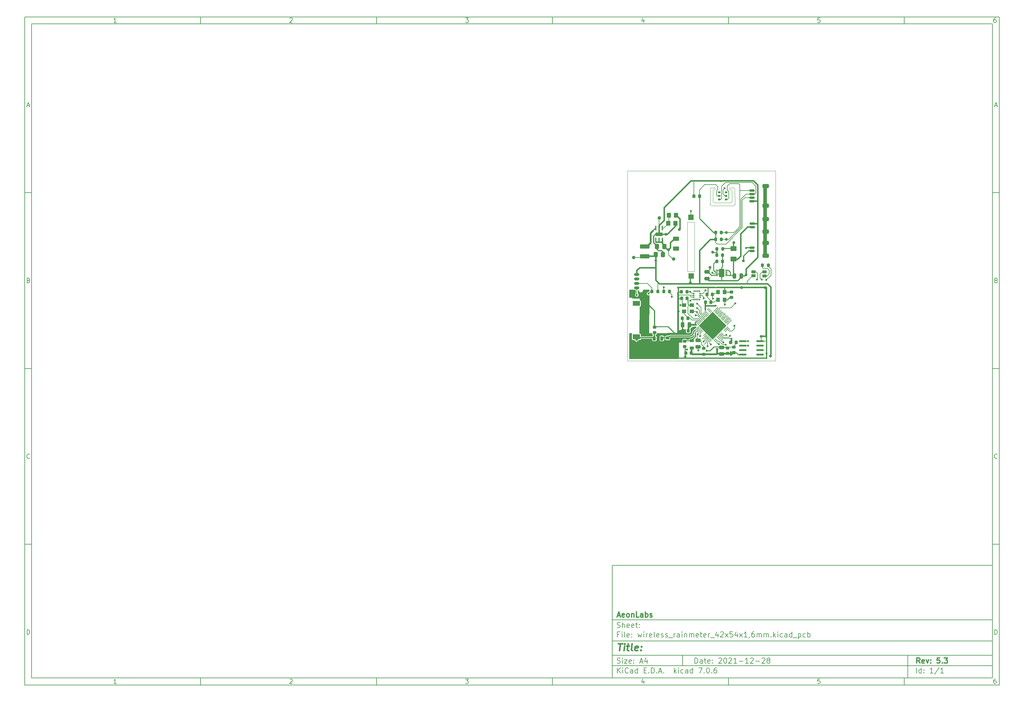
<source format=gbr>
G04 #@! TF.GenerationSoftware,KiCad,Pcbnew,7.0.6*
G04 #@! TF.CreationDate,2023-07-10T12:59:00+01:00*
G04 #@! TF.ProjectId,wireless_rainmeter_42x54x1_6mm,77697265-6c65-4737-935f-7261696e6d65,5.3*
G04 #@! TF.SameCoordinates,Original*
G04 #@! TF.FileFunction,Copper,L1,Top*
G04 #@! TF.FilePolarity,Positive*
%FSLAX46Y46*%
G04 Gerber Fmt 4.6, Leading zero omitted, Abs format (unit mm)*
G04 Created by KiCad (PCBNEW 7.0.6) date 2023-07-10 12:59:00*
%MOMM*%
%LPD*%
G01*
G04 APERTURE LIST*
G04 Aperture macros list*
%AMRoundRect*
0 Rectangle with rounded corners*
0 $1 Rounding radius*
0 $2 $3 $4 $5 $6 $7 $8 $9 X,Y pos of 4 corners*
0 Add a 4 corners polygon primitive as box body*
4,1,4,$2,$3,$4,$5,$6,$7,$8,$9,$2,$3,0*
0 Add four circle primitives for the rounded corners*
1,1,$1+$1,$2,$3*
1,1,$1+$1,$4,$5*
1,1,$1+$1,$6,$7*
1,1,$1+$1,$8,$9*
0 Add four rect primitives between the rounded corners*
20,1,$1+$1,$2,$3,$4,$5,0*
20,1,$1+$1,$4,$5,$6,$7,0*
20,1,$1+$1,$6,$7,$8,$9,0*
20,1,$1+$1,$8,$9,$2,$3,0*%
%AMRotRect*
0 Rectangle, with rotation*
0 The origin of the aperture is its center*
0 $1 length*
0 $2 width*
0 $3 Rotation angle, in degrees counterclockwise*
0 Add horizontal line*
21,1,$1,$2,0,0,$3*%
G04 Aperture macros list end*
%ADD10C,0.100000*%
%ADD11C,0.150000*%
%ADD12C,0.300000*%
%ADD13C,0.400000*%
G04 #@! TA.AperFunction,SMDPad,CuDef*
%ADD14R,1.500000X1.500000*%
G04 #@! TD*
G04 #@! TA.AperFunction,SMDPad,CuDef*
%ADD15RoundRect,0.200000X-0.200000X-0.275000X0.200000X-0.275000X0.200000X0.275000X-0.200000X0.275000X0*%
G04 #@! TD*
G04 #@! TA.AperFunction,SMDPad,CuDef*
%ADD16RoundRect,0.200000X0.200000X0.275000X-0.200000X0.275000X-0.200000X-0.275000X0.200000X-0.275000X0*%
G04 #@! TD*
G04 #@! TA.AperFunction,SMDPad,CuDef*
%ADD17RoundRect,0.150000X0.625000X-0.150000X0.625000X0.150000X-0.625000X0.150000X-0.625000X-0.150000X0*%
G04 #@! TD*
G04 #@! TA.AperFunction,SMDPad,CuDef*
%ADD18RoundRect,0.250000X0.650000X-0.350000X0.650000X0.350000X-0.650000X0.350000X-0.650000X-0.350000X0*%
G04 #@! TD*
G04 #@! TA.AperFunction,SMDPad,CuDef*
%ADD19RoundRect,0.225000X-0.250000X0.225000X-0.250000X-0.225000X0.250000X-0.225000X0.250000X0.225000X0*%
G04 #@! TD*
G04 #@! TA.AperFunction,SMDPad,CuDef*
%ADD20RoundRect,0.250000X0.475000X-0.250000X0.475000X0.250000X-0.475000X0.250000X-0.475000X-0.250000X0*%
G04 #@! TD*
G04 #@! TA.AperFunction,SMDPad,CuDef*
%ADD21RoundRect,0.250000X0.350000X0.450000X-0.350000X0.450000X-0.350000X-0.450000X0.350000X-0.450000X0*%
G04 #@! TD*
G04 #@! TA.AperFunction,SMDPad,CuDef*
%ADD22R,1.300000X1.000000*%
G04 #@! TD*
G04 #@! TA.AperFunction,SMDPad,CuDef*
%ADD23RoundRect,0.225000X0.225000X0.250000X-0.225000X0.250000X-0.225000X-0.250000X0.225000X-0.250000X0*%
G04 #@! TD*
G04 #@! TA.AperFunction,SMDPad,CuDef*
%ADD24RotRect,5.600000X5.600000X45.000000*%
G04 #@! TD*
G04 #@! TA.AperFunction,SMDPad,CuDef*
%ADD25RoundRect,0.050000X0.238649X-0.309359X0.309359X-0.238649X-0.238649X0.309359X-0.309359X0.238649X0*%
G04 #@! TD*
G04 #@! TA.AperFunction,SMDPad,CuDef*
%ADD26RoundRect,0.002500X0.000000X-0.003536X0.003536X0.000000X0.000000X0.003536X-0.003536X0.000000X0*%
G04 #@! TD*
G04 #@! TA.AperFunction,SMDPad,CuDef*
%ADD27RoundRect,0.050000X-0.238649X-0.309359X0.309359X0.238649X0.238649X0.309359X-0.309359X-0.238649X0*%
G04 #@! TD*
G04 #@! TA.AperFunction,SMDPad,CuDef*
%ADD28RoundRect,0.200000X0.275000X-0.200000X0.275000X0.200000X-0.275000X0.200000X-0.275000X-0.200000X0*%
G04 #@! TD*
G04 #@! TA.AperFunction,SMDPad,CuDef*
%ADD29RoundRect,0.225000X-0.225000X-0.250000X0.225000X-0.250000X0.225000X0.250000X-0.225000X0.250000X0*%
G04 #@! TD*
G04 #@! TA.AperFunction,SMDPad,CuDef*
%ADD30RoundRect,0.250000X-0.337500X-0.475000X0.337500X-0.475000X0.337500X0.475000X-0.337500X0.475000X0*%
G04 #@! TD*
G04 #@! TA.AperFunction,SMDPad,CuDef*
%ADD31C,1.000000*%
G04 #@! TD*
G04 #@! TA.AperFunction,SMDPad,CuDef*
%ADD32RoundRect,0.225000X0.250000X-0.225000X0.250000X0.225000X-0.250000X0.225000X-0.250000X-0.225000X0*%
G04 #@! TD*
G04 #@! TA.AperFunction,SMDPad,CuDef*
%ADD33RoundRect,0.250000X0.250000X0.475000X-0.250000X0.475000X-0.250000X-0.475000X0.250000X-0.475000X0*%
G04 #@! TD*
G04 #@! TA.AperFunction,SMDPad,CuDef*
%ADD34RoundRect,0.250000X1.075000X-0.375000X1.075000X0.375000X-1.075000X0.375000X-1.075000X-0.375000X0*%
G04 #@! TD*
G04 #@! TA.AperFunction,SMDPad,CuDef*
%ADD35RoundRect,0.176000X-0.624000X-0.974000X0.624000X-0.974000X0.624000X0.974000X-0.624000X0.974000X0*%
G04 #@! TD*
G04 #@! TA.AperFunction,SMDPad,CuDef*
%ADD36O,0.700000X0.350000*%
G04 #@! TD*
G04 #@! TA.AperFunction,SMDPad,CuDef*
%ADD37RoundRect,0.250000X-0.625000X0.375000X-0.625000X-0.375000X0.625000X-0.375000X0.625000X0.375000X0*%
G04 #@! TD*
G04 #@! TA.AperFunction,SMDPad,CuDef*
%ADD38RoundRect,0.218750X0.381250X-0.218750X0.381250X0.218750X-0.381250X0.218750X-0.381250X-0.218750X0*%
G04 #@! TD*
G04 #@! TA.AperFunction,SMDPad,CuDef*
%ADD39RoundRect,0.250000X0.337500X0.475000X-0.337500X0.475000X-0.337500X-0.475000X0.337500X-0.475000X0*%
G04 #@! TD*
G04 #@! TA.AperFunction,SMDPad,CuDef*
%ADD40R,25.500000X0.400000*%
G04 #@! TD*
G04 #@! TA.AperFunction,SMDPad,CuDef*
%ADD41RoundRect,0.250000X-0.250000X-0.475000X0.250000X-0.475000X0.250000X0.475000X-0.250000X0.475000X0*%
G04 #@! TD*
G04 #@! TA.AperFunction,SMDPad,CuDef*
%ADD42R,0.400000X20.500000*%
G04 #@! TD*
G04 #@! TA.AperFunction,SMDPad,CuDef*
%ADD43RoundRect,0.100000X0.100000X0.550000X-0.100000X0.550000X-0.100000X-0.550000X0.100000X-0.550000X0*%
G04 #@! TD*
G04 #@! TA.AperFunction,SMDPad,CuDef*
%ADD44RoundRect,0.100000X-0.100000X-0.550000X0.100000X-0.550000X0.100000X0.550000X-0.100000X0.550000X0*%
G04 #@! TD*
G04 #@! TA.AperFunction,SMDPad,CuDef*
%ADD45RoundRect,0.262500X0.737500X0.262500X-0.737500X0.262500X-0.737500X-0.262500X0.737500X-0.262500X0*%
G04 #@! TD*
G04 #@! TA.AperFunction,SMDPad,CuDef*
%ADD46RoundRect,0.218750X-0.218750X-0.381250X0.218750X-0.381250X0.218750X0.381250X-0.218750X0.381250X0*%
G04 #@! TD*
G04 #@! TA.AperFunction,SMDPad,CuDef*
%ADD47RoundRect,0.250000X-0.350000X-0.450000X0.350000X-0.450000X0.350000X0.450000X-0.350000X0.450000X0*%
G04 #@! TD*
G04 #@! TA.AperFunction,SMDPad,CuDef*
%ADD48R,0.400000X5.700000*%
G04 #@! TD*
G04 #@! TA.AperFunction,SMDPad,CuDef*
%ADD49R,25.400000X0.400000*%
G04 #@! TD*
G04 #@! TA.AperFunction,SMDPad,CuDef*
%ADD50RoundRect,0.250001X-0.624999X0.462499X-0.624999X-0.462499X0.624999X-0.462499X0.624999X0.462499X0*%
G04 #@! TD*
G04 #@! TA.AperFunction,SMDPad,CuDef*
%ADD51RoundRect,0.041300X0.948700X0.253700X-0.948700X0.253700X-0.948700X-0.253700X0.948700X-0.253700X0*%
G04 #@! TD*
G04 #@! TA.AperFunction,SMDPad,CuDef*
%ADD52R,0.400000X13.300000*%
G04 #@! TD*
G04 #@! TA.AperFunction,SMDPad,CuDef*
%ADD53R,0.580000X0.350000*%
G04 #@! TD*
G04 #@! TA.AperFunction,SMDPad,CuDef*
%ADD54R,0.350000X0.580000*%
G04 #@! TD*
G04 #@! TA.AperFunction,SMDPad,CuDef*
%ADD55R,1.000000X1.300000*%
G04 #@! TD*
G04 #@! TA.AperFunction,SMDPad,CuDef*
%ADD56O,1.500000X0.800000*%
G04 #@! TD*
G04 #@! TA.AperFunction,SMDPad,CuDef*
%ADD57RoundRect,0.037100X-0.317900X-0.227900X0.317900X-0.227900X0.317900X0.227900X-0.317900X0.227900X0*%
G04 #@! TD*
G04 #@! TA.AperFunction,SMDPad,CuDef*
%ADD58R,2.100000X1.400000*%
G04 #@! TD*
G04 #@! TA.AperFunction,SMDPad,CuDef*
%ADD59RoundRect,0.124800X0.475200X0.275200X-0.475200X0.275200X-0.475200X-0.275200X0.475200X-0.275200X0*%
G04 #@! TD*
G04 #@! TA.AperFunction,ViaPad*
%ADD60C,0.600000*%
G04 #@! TD*
G04 #@! TA.AperFunction,ViaPad*
%ADD61C,0.800000*%
G04 #@! TD*
G04 #@! TA.AperFunction,ViaPad*
%ADD62C,0.700000*%
G04 #@! TD*
G04 #@! TA.AperFunction,Conductor*
%ADD63C,0.320000*%
G04 #@! TD*
G04 #@! TA.AperFunction,Conductor*
%ADD64C,0.150000*%
G04 #@! TD*
G04 #@! TA.AperFunction,Conductor*
%ADD65C,0.200000*%
G04 #@! TD*
G04 #@! TA.AperFunction,Conductor*
%ADD66C,0.400000*%
G04 #@! TD*
G04 #@! TA.AperFunction,Conductor*
%ADD67C,0.300000*%
G04 #@! TD*
G04 #@! TA.AperFunction,Conductor*
%ADD68C,0.250000*%
G04 #@! TD*
G04 #@! TA.AperFunction,Conductor*
%ADD69C,1.000000*%
G04 #@! TD*
G04 #@! TA.AperFunction,Conductor*
%ADD70C,0.510000*%
G04 #@! TD*
G04 #@! TA.AperFunction,Conductor*
%ADD71C,0.180000*%
G04 #@! TD*
G04 #@! TA.AperFunction,Profile*
%ADD72C,0.100000*%
G04 #@! TD*
G04 APERTURE END LIST*
D10*
D11*
X177002200Y-166007200D02*
X285002200Y-166007200D01*
X285002200Y-198007200D01*
X177002200Y-198007200D01*
X177002200Y-166007200D01*
D10*
D11*
X10000000Y-10000000D02*
X287002200Y-10000000D01*
X287002200Y-200007200D01*
X10000000Y-200007200D01*
X10000000Y-10000000D01*
D10*
D11*
X12000000Y-12000000D02*
X285002200Y-12000000D01*
X285002200Y-198007200D01*
X12000000Y-198007200D01*
X12000000Y-12000000D01*
D10*
D11*
X60000000Y-12000000D02*
X60000000Y-10000000D01*
D10*
D11*
X110000000Y-12000000D02*
X110000000Y-10000000D01*
D10*
D11*
X160000000Y-12000000D02*
X160000000Y-10000000D01*
D10*
D11*
X210000000Y-12000000D02*
X210000000Y-10000000D01*
D10*
D11*
X260000000Y-12000000D02*
X260000000Y-10000000D01*
D10*
D11*
X36089160Y-11593604D02*
X35346303Y-11593604D01*
X35717731Y-11593604D02*
X35717731Y-10293604D01*
X35717731Y-10293604D02*
X35593922Y-10479319D01*
X35593922Y-10479319D02*
X35470112Y-10603128D01*
X35470112Y-10603128D02*
X35346303Y-10665033D01*
D10*
D11*
X85346303Y-10417414D02*
X85408207Y-10355509D01*
X85408207Y-10355509D02*
X85532017Y-10293604D01*
X85532017Y-10293604D02*
X85841541Y-10293604D01*
X85841541Y-10293604D02*
X85965350Y-10355509D01*
X85965350Y-10355509D02*
X86027255Y-10417414D01*
X86027255Y-10417414D02*
X86089160Y-10541223D01*
X86089160Y-10541223D02*
X86089160Y-10665033D01*
X86089160Y-10665033D02*
X86027255Y-10850747D01*
X86027255Y-10850747D02*
X85284398Y-11593604D01*
X85284398Y-11593604D02*
X86089160Y-11593604D01*
D10*
D11*
X135284398Y-10293604D02*
X136089160Y-10293604D01*
X136089160Y-10293604D02*
X135655826Y-10788842D01*
X135655826Y-10788842D02*
X135841541Y-10788842D01*
X135841541Y-10788842D02*
X135965350Y-10850747D01*
X135965350Y-10850747D02*
X136027255Y-10912652D01*
X136027255Y-10912652D02*
X136089160Y-11036461D01*
X136089160Y-11036461D02*
X136089160Y-11345985D01*
X136089160Y-11345985D02*
X136027255Y-11469795D01*
X136027255Y-11469795D02*
X135965350Y-11531700D01*
X135965350Y-11531700D02*
X135841541Y-11593604D01*
X135841541Y-11593604D02*
X135470112Y-11593604D01*
X135470112Y-11593604D02*
X135346303Y-11531700D01*
X135346303Y-11531700D02*
X135284398Y-11469795D01*
D10*
D11*
X185965350Y-10726938D02*
X185965350Y-11593604D01*
X185655826Y-10231700D02*
X185346303Y-11160271D01*
X185346303Y-11160271D02*
X186151064Y-11160271D01*
D10*
D11*
X236027255Y-10293604D02*
X235408207Y-10293604D01*
X235408207Y-10293604D02*
X235346303Y-10912652D01*
X235346303Y-10912652D02*
X235408207Y-10850747D01*
X235408207Y-10850747D02*
X235532017Y-10788842D01*
X235532017Y-10788842D02*
X235841541Y-10788842D01*
X235841541Y-10788842D02*
X235965350Y-10850747D01*
X235965350Y-10850747D02*
X236027255Y-10912652D01*
X236027255Y-10912652D02*
X236089160Y-11036461D01*
X236089160Y-11036461D02*
X236089160Y-11345985D01*
X236089160Y-11345985D02*
X236027255Y-11469795D01*
X236027255Y-11469795D02*
X235965350Y-11531700D01*
X235965350Y-11531700D02*
X235841541Y-11593604D01*
X235841541Y-11593604D02*
X235532017Y-11593604D01*
X235532017Y-11593604D02*
X235408207Y-11531700D01*
X235408207Y-11531700D02*
X235346303Y-11469795D01*
D10*
D11*
X285965350Y-10293604D02*
X285717731Y-10293604D01*
X285717731Y-10293604D02*
X285593922Y-10355509D01*
X285593922Y-10355509D02*
X285532017Y-10417414D01*
X285532017Y-10417414D02*
X285408207Y-10603128D01*
X285408207Y-10603128D02*
X285346303Y-10850747D01*
X285346303Y-10850747D02*
X285346303Y-11345985D01*
X285346303Y-11345985D02*
X285408207Y-11469795D01*
X285408207Y-11469795D02*
X285470112Y-11531700D01*
X285470112Y-11531700D02*
X285593922Y-11593604D01*
X285593922Y-11593604D02*
X285841541Y-11593604D01*
X285841541Y-11593604D02*
X285965350Y-11531700D01*
X285965350Y-11531700D02*
X286027255Y-11469795D01*
X286027255Y-11469795D02*
X286089160Y-11345985D01*
X286089160Y-11345985D02*
X286089160Y-11036461D01*
X286089160Y-11036461D02*
X286027255Y-10912652D01*
X286027255Y-10912652D02*
X285965350Y-10850747D01*
X285965350Y-10850747D02*
X285841541Y-10788842D01*
X285841541Y-10788842D02*
X285593922Y-10788842D01*
X285593922Y-10788842D02*
X285470112Y-10850747D01*
X285470112Y-10850747D02*
X285408207Y-10912652D01*
X285408207Y-10912652D02*
X285346303Y-11036461D01*
D10*
D11*
X60000000Y-198007200D02*
X60000000Y-200007200D01*
D10*
D11*
X110000000Y-198007200D02*
X110000000Y-200007200D01*
D10*
D11*
X160000000Y-198007200D02*
X160000000Y-200007200D01*
D10*
D11*
X210000000Y-198007200D02*
X210000000Y-200007200D01*
D10*
D11*
X260000000Y-198007200D02*
X260000000Y-200007200D01*
D10*
D11*
X36089160Y-199600804D02*
X35346303Y-199600804D01*
X35717731Y-199600804D02*
X35717731Y-198300804D01*
X35717731Y-198300804D02*
X35593922Y-198486519D01*
X35593922Y-198486519D02*
X35470112Y-198610328D01*
X35470112Y-198610328D02*
X35346303Y-198672233D01*
D10*
D11*
X85346303Y-198424614D02*
X85408207Y-198362709D01*
X85408207Y-198362709D02*
X85532017Y-198300804D01*
X85532017Y-198300804D02*
X85841541Y-198300804D01*
X85841541Y-198300804D02*
X85965350Y-198362709D01*
X85965350Y-198362709D02*
X86027255Y-198424614D01*
X86027255Y-198424614D02*
X86089160Y-198548423D01*
X86089160Y-198548423D02*
X86089160Y-198672233D01*
X86089160Y-198672233D02*
X86027255Y-198857947D01*
X86027255Y-198857947D02*
X85284398Y-199600804D01*
X85284398Y-199600804D02*
X86089160Y-199600804D01*
D10*
D11*
X135284398Y-198300804D02*
X136089160Y-198300804D01*
X136089160Y-198300804D02*
X135655826Y-198796042D01*
X135655826Y-198796042D02*
X135841541Y-198796042D01*
X135841541Y-198796042D02*
X135965350Y-198857947D01*
X135965350Y-198857947D02*
X136027255Y-198919852D01*
X136027255Y-198919852D02*
X136089160Y-199043661D01*
X136089160Y-199043661D02*
X136089160Y-199353185D01*
X136089160Y-199353185D02*
X136027255Y-199476995D01*
X136027255Y-199476995D02*
X135965350Y-199538900D01*
X135965350Y-199538900D02*
X135841541Y-199600804D01*
X135841541Y-199600804D02*
X135470112Y-199600804D01*
X135470112Y-199600804D02*
X135346303Y-199538900D01*
X135346303Y-199538900D02*
X135284398Y-199476995D01*
D10*
D11*
X185965350Y-198734138D02*
X185965350Y-199600804D01*
X185655826Y-198238900D02*
X185346303Y-199167471D01*
X185346303Y-199167471D02*
X186151064Y-199167471D01*
D10*
D11*
X236027255Y-198300804D02*
X235408207Y-198300804D01*
X235408207Y-198300804D02*
X235346303Y-198919852D01*
X235346303Y-198919852D02*
X235408207Y-198857947D01*
X235408207Y-198857947D02*
X235532017Y-198796042D01*
X235532017Y-198796042D02*
X235841541Y-198796042D01*
X235841541Y-198796042D02*
X235965350Y-198857947D01*
X235965350Y-198857947D02*
X236027255Y-198919852D01*
X236027255Y-198919852D02*
X236089160Y-199043661D01*
X236089160Y-199043661D02*
X236089160Y-199353185D01*
X236089160Y-199353185D02*
X236027255Y-199476995D01*
X236027255Y-199476995D02*
X235965350Y-199538900D01*
X235965350Y-199538900D02*
X235841541Y-199600804D01*
X235841541Y-199600804D02*
X235532017Y-199600804D01*
X235532017Y-199600804D02*
X235408207Y-199538900D01*
X235408207Y-199538900D02*
X235346303Y-199476995D01*
D10*
D11*
X285965350Y-198300804D02*
X285717731Y-198300804D01*
X285717731Y-198300804D02*
X285593922Y-198362709D01*
X285593922Y-198362709D02*
X285532017Y-198424614D01*
X285532017Y-198424614D02*
X285408207Y-198610328D01*
X285408207Y-198610328D02*
X285346303Y-198857947D01*
X285346303Y-198857947D02*
X285346303Y-199353185D01*
X285346303Y-199353185D02*
X285408207Y-199476995D01*
X285408207Y-199476995D02*
X285470112Y-199538900D01*
X285470112Y-199538900D02*
X285593922Y-199600804D01*
X285593922Y-199600804D02*
X285841541Y-199600804D01*
X285841541Y-199600804D02*
X285965350Y-199538900D01*
X285965350Y-199538900D02*
X286027255Y-199476995D01*
X286027255Y-199476995D02*
X286089160Y-199353185D01*
X286089160Y-199353185D02*
X286089160Y-199043661D01*
X286089160Y-199043661D02*
X286027255Y-198919852D01*
X286027255Y-198919852D02*
X285965350Y-198857947D01*
X285965350Y-198857947D02*
X285841541Y-198796042D01*
X285841541Y-198796042D02*
X285593922Y-198796042D01*
X285593922Y-198796042D02*
X285470112Y-198857947D01*
X285470112Y-198857947D02*
X285408207Y-198919852D01*
X285408207Y-198919852D02*
X285346303Y-199043661D01*
D10*
D11*
X10000000Y-60000000D02*
X12000000Y-60000000D01*
D10*
D11*
X10000000Y-110000000D02*
X12000000Y-110000000D01*
D10*
D11*
X10000000Y-160000000D02*
X12000000Y-160000000D01*
D10*
D11*
X10690476Y-35222176D02*
X11309523Y-35222176D01*
X10566666Y-35593604D02*
X10999999Y-34293604D01*
X10999999Y-34293604D02*
X11433333Y-35593604D01*
D10*
D11*
X11092857Y-84912652D02*
X11278571Y-84974557D01*
X11278571Y-84974557D02*
X11340476Y-85036461D01*
X11340476Y-85036461D02*
X11402380Y-85160271D01*
X11402380Y-85160271D02*
X11402380Y-85345985D01*
X11402380Y-85345985D02*
X11340476Y-85469795D01*
X11340476Y-85469795D02*
X11278571Y-85531700D01*
X11278571Y-85531700D02*
X11154761Y-85593604D01*
X11154761Y-85593604D02*
X10659523Y-85593604D01*
X10659523Y-85593604D02*
X10659523Y-84293604D01*
X10659523Y-84293604D02*
X11092857Y-84293604D01*
X11092857Y-84293604D02*
X11216666Y-84355509D01*
X11216666Y-84355509D02*
X11278571Y-84417414D01*
X11278571Y-84417414D02*
X11340476Y-84541223D01*
X11340476Y-84541223D02*
X11340476Y-84665033D01*
X11340476Y-84665033D02*
X11278571Y-84788842D01*
X11278571Y-84788842D02*
X11216666Y-84850747D01*
X11216666Y-84850747D02*
X11092857Y-84912652D01*
X11092857Y-84912652D02*
X10659523Y-84912652D01*
D10*
D11*
X11402380Y-135469795D02*
X11340476Y-135531700D01*
X11340476Y-135531700D02*
X11154761Y-135593604D01*
X11154761Y-135593604D02*
X11030952Y-135593604D01*
X11030952Y-135593604D02*
X10845238Y-135531700D01*
X10845238Y-135531700D02*
X10721428Y-135407890D01*
X10721428Y-135407890D02*
X10659523Y-135284080D01*
X10659523Y-135284080D02*
X10597619Y-135036461D01*
X10597619Y-135036461D02*
X10597619Y-134850747D01*
X10597619Y-134850747D02*
X10659523Y-134603128D01*
X10659523Y-134603128D02*
X10721428Y-134479319D01*
X10721428Y-134479319D02*
X10845238Y-134355509D01*
X10845238Y-134355509D02*
X11030952Y-134293604D01*
X11030952Y-134293604D02*
X11154761Y-134293604D01*
X11154761Y-134293604D02*
X11340476Y-134355509D01*
X11340476Y-134355509D02*
X11402380Y-134417414D01*
D10*
D11*
X10659523Y-185593604D02*
X10659523Y-184293604D01*
X10659523Y-184293604D02*
X10969047Y-184293604D01*
X10969047Y-184293604D02*
X11154761Y-184355509D01*
X11154761Y-184355509D02*
X11278571Y-184479319D01*
X11278571Y-184479319D02*
X11340476Y-184603128D01*
X11340476Y-184603128D02*
X11402380Y-184850747D01*
X11402380Y-184850747D02*
X11402380Y-185036461D01*
X11402380Y-185036461D02*
X11340476Y-185284080D01*
X11340476Y-185284080D02*
X11278571Y-185407890D01*
X11278571Y-185407890D02*
X11154761Y-185531700D01*
X11154761Y-185531700D02*
X10969047Y-185593604D01*
X10969047Y-185593604D02*
X10659523Y-185593604D01*
D10*
D11*
X287002200Y-60000000D02*
X285002200Y-60000000D01*
D10*
D11*
X287002200Y-110000000D02*
X285002200Y-110000000D01*
D10*
D11*
X287002200Y-160000000D02*
X285002200Y-160000000D01*
D10*
D11*
X285692676Y-35222176D02*
X286311723Y-35222176D01*
X285568866Y-35593604D02*
X286002199Y-34293604D01*
X286002199Y-34293604D02*
X286435533Y-35593604D01*
D10*
D11*
X286095057Y-84912652D02*
X286280771Y-84974557D01*
X286280771Y-84974557D02*
X286342676Y-85036461D01*
X286342676Y-85036461D02*
X286404580Y-85160271D01*
X286404580Y-85160271D02*
X286404580Y-85345985D01*
X286404580Y-85345985D02*
X286342676Y-85469795D01*
X286342676Y-85469795D02*
X286280771Y-85531700D01*
X286280771Y-85531700D02*
X286156961Y-85593604D01*
X286156961Y-85593604D02*
X285661723Y-85593604D01*
X285661723Y-85593604D02*
X285661723Y-84293604D01*
X285661723Y-84293604D02*
X286095057Y-84293604D01*
X286095057Y-84293604D02*
X286218866Y-84355509D01*
X286218866Y-84355509D02*
X286280771Y-84417414D01*
X286280771Y-84417414D02*
X286342676Y-84541223D01*
X286342676Y-84541223D02*
X286342676Y-84665033D01*
X286342676Y-84665033D02*
X286280771Y-84788842D01*
X286280771Y-84788842D02*
X286218866Y-84850747D01*
X286218866Y-84850747D02*
X286095057Y-84912652D01*
X286095057Y-84912652D02*
X285661723Y-84912652D01*
D10*
D11*
X286404580Y-135469795D02*
X286342676Y-135531700D01*
X286342676Y-135531700D02*
X286156961Y-135593604D01*
X286156961Y-135593604D02*
X286033152Y-135593604D01*
X286033152Y-135593604D02*
X285847438Y-135531700D01*
X285847438Y-135531700D02*
X285723628Y-135407890D01*
X285723628Y-135407890D02*
X285661723Y-135284080D01*
X285661723Y-135284080D02*
X285599819Y-135036461D01*
X285599819Y-135036461D02*
X285599819Y-134850747D01*
X285599819Y-134850747D02*
X285661723Y-134603128D01*
X285661723Y-134603128D02*
X285723628Y-134479319D01*
X285723628Y-134479319D02*
X285847438Y-134355509D01*
X285847438Y-134355509D02*
X286033152Y-134293604D01*
X286033152Y-134293604D02*
X286156961Y-134293604D01*
X286156961Y-134293604D02*
X286342676Y-134355509D01*
X286342676Y-134355509D02*
X286404580Y-134417414D01*
D10*
D11*
X285661723Y-185593604D02*
X285661723Y-184293604D01*
X285661723Y-184293604D02*
X285971247Y-184293604D01*
X285971247Y-184293604D02*
X286156961Y-184355509D01*
X286156961Y-184355509D02*
X286280771Y-184479319D01*
X286280771Y-184479319D02*
X286342676Y-184603128D01*
X286342676Y-184603128D02*
X286404580Y-184850747D01*
X286404580Y-184850747D02*
X286404580Y-185036461D01*
X286404580Y-185036461D02*
X286342676Y-185284080D01*
X286342676Y-185284080D02*
X286280771Y-185407890D01*
X286280771Y-185407890D02*
X286156961Y-185531700D01*
X286156961Y-185531700D02*
X285971247Y-185593604D01*
X285971247Y-185593604D02*
X285661723Y-185593604D01*
D10*
D11*
X200458026Y-193793328D02*
X200458026Y-192293328D01*
X200458026Y-192293328D02*
X200815169Y-192293328D01*
X200815169Y-192293328D02*
X201029455Y-192364757D01*
X201029455Y-192364757D02*
X201172312Y-192507614D01*
X201172312Y-192507614D02*
X201243741Y-192650471D01*
X201243741Y-192650471D02*
X201315169Y-192936185D01*
X201315169Y-192936185D02*
X201315169Y-193150471D01*
X201315169Y-193150471D02*
X201243741Y-193436185D01*
X201243741Y-193436185D02*
X201172312Y-193579042D01*
X201172312Y-193579042D02*
X201029455Y-193721900D01*
X201029455Y-193721900D02*
X200815169Y-193793328D01*
X200815169Y-193793328D02*
X200458026Y-193793328D01*
X202600884Y-193793328D02*
X202600884Y-193007614D01*
X202600884Y-193007614D02*
X202529455Y-192864757D01*
X202529455Y-192864757D02*
X202386598Y-192793328D01*
X202386598Y-192793328D02*
X202100884Y-192793328D01*
X202100884Y-192793328D02*
X201958026Y-192864757D01*
X202600884Y-193721900D02*
X202458026Y-193793328D01*
X202458026Y-193793328D02*
X202100884Y-193793328D01*
X202100884Y-193793328D02*
X201958026Y-193721900D01*
X201958026Y-193721900D02*
X201886598Y-193579042D01*
X201886598Y-193579042D02*
X201886598Y-193436185D01*
X201886598Y-193436185D02*
X201958026Y-193293328D01*
X201958026Y-193293328D02*
X202100884Y-193221900D01*
X202100884Y-193221900D02*
X202458026Y-193221900D01*
X202458026Y-193221900D02*
X202600884Y-193150471D01*
X203100884Y-192793328D02*
X203672312Y-192793328D01*
X203315169Y-192293328D02*
X203315169Y-193579042D01*
X203315169Y-193579042D02*
X203386598Y-193721900D01*
X203386598Y-193721900D02*
X203529455Y-193793328D01*
X203529455Y-193793328D02*
X203672312Y-193793328D01*
X204743741Y-193721900D02*
X204600884Y-193793328D01*
X204600884Y-193793328D02*
X204315170Y-193793328D01*
X204315170Y-193793328D02*
X204172312Y-193721900D01*
X204172312Y-193721900D02*
X204100884Y-193579042D01*
X204100884Y-193579042D02*
X204100884Y-193007614D01*
X204100884Y-193007614D02*
X204172312Y-192864757D01*
X204172312Y-192864757D02*
X204315170Y-192793328D01*
X204315170Y-192793328D02*
X204600884Y-192793328D01*
X204600884Y-192793328D02*
X204743741Y-192864757D01*
X204743741Y-192864757D02*
X204815170Y-193007614D01*
X204815170Y-193007614D02*
X204815170Y-193150471D01*
X204815170Y-193150471D02*
X204100884Y-193293328D01*
X205458026Y-193650471D02*
X205529455Y-193721900D01*
X205529455Y-193721900D02*
X205458026Y-193793328D01*
X205458026Y-193793328D02*
X205386598Y-193721900D01*
X205386598Y-193721900D02*
X205458026Y-193650471D01*
X205458026Y-193650471D02*
X205458026Y-193793328D01*
X205458026Y-192864757D02*
X205529455Y-192936185D01*
X205529455Y-192936185D02*
X205458026Y-193007614D01*
X205458026Y-193007614D02*
X205386598Y-192936185D01*
X205386598Y-192936185D02*
X205458026Y-192864757D01*
X205458026Y-192864757D02*
X205458026Y-193007614D01*
X207243741Y-192436185D02*
X207315169Y-192364757D01*
X207315169Y-192364757D02*
X207458027Y-192293328D01*
X207458027Y-192293328D02*
X207815169Y-192293328D01*
X207815169Y-192293328D02*
X207958027Y-192364757D01*
X207958027Y-192364757D02*
X208029455Y-192436185D01*
X208029455Y-192436185D02*
X208100884Y-192579042D01*
X208100884Y-192579042D02*
X208100884Y-192721900D01*
X208100884Y-192721900D02*
X208029455Y-192936185D01*
X208029455Y-192936185D02*
X207172312Y-193793328D01*
X207172312Y-193793328D02*
X208100884Y-193793328D01*
X209029455Y-192293328D02*
X209172312Y-192293328D01*
X209172312Y-192293328D02*
X209315169Y-192364757D01*
X209315169Y-192364757D02*
X209386598Y-192436185D01*
X209386598Y-192436185D02*
X209458026Y-192579042D01*
X209458026Y-192579042D02*
X209529455Y-192864757D01*
X209529455Y-192864757D02*
X209529455Y-193221900D01*
X209529455Y-193221900D02*
X209458026Y-193507614D01*
X209458026Y-193507614D02*
X209386598Y-193650471D01*
X209386598Y-193650471D02*
X209315169Y-193721900D01*
X209315169Y-193721900D02*
X209172312Y-193793328D01*
X209172312Y-193793328D02*
X209029455Y-193793328D01*
X209029455Y-193793328D02*
X208886598Y-193721900D01*
X208886598Y-193721900D02*
X208815169Y-193650471D01*
X208815169Y-193650471D02*
X208743740Y-193507614D01*
X208743740Y-193507614D02*
X208672312Y-193221900D01*
X208672312Y-193221900D02*
X208672312Y-192864757D01*
X208672312Y-192864757D02*
X208743740Y-192579042D01*
X208743740Y-192579042D02*
X208815169Y-192436185D01*
X208815169Y-192436185D02*
X208886598Y-192364757D01*
X208886598Y-192364757D02*
X209029455Y-192293328D01*
X210100883Y-192436185D02*
X210172311Y-192364757D01*
X210172311Y-192364757D02*
X210315169Y-192293328D01*
X210315169Y-192293328D02*
X210672311Y-192293328D01*
X210672311Y-192293328D02*
X210815169Y-192364757D01*
X210815169Y-192364757D02*
X210886597Y-192436185D01*
X210886597Y-192436185D02*
X210958026Y-192579042D01*
X210958026Y-192579042D02*
X210958026Y-192721900D01*
X210958026Y-192721900D02*
X210886597Y-192936185D01*
X210886597Y-192936185D02*
X210029454Y-193793328D01*
X210029454Y-193793328D02*
X210958026Y-193793328D01*
X212386597Y-193793328D02*
X211529454Y-193793328D01*
X211958025Y-193793328D02*
X211958025Y-192293328D01*
X211958025Y-192293328D02*
X211815168Y-192507614D01*
X211815168Y-192507614D02*
X211672311Y-192650471D01*
X211672311Y-192650471D02*
X211529454Y-192721900D01*
X213029453Y-193221900D02*
X214172311Y-193221900D01*
X215672311Y-193793328D02*
X214815168Y-193793328D01*
X215243739Y-193793328D02*
X215243739Y-192293328D01*
X215243739Y-192293328D02*
X215100882Y-192507614D01*
X215100882Y-192507614D02*
X214958025Y-192650471D01*
X214958025Y-192650471D02*
X214815168Y-192721900D01*
X216243739Y-192436185D02*
X216315167Y-192364757D01*
X216315167Y-192364757D02*
X216458025Y-192293328D01*
X216458025Y-192293328D02*
X216815167Y-192293328D01*
X216815167Y-192293328D02*
X216958025Y-192364757D01*
X216958025Y-192364757D02*
X217029453Y-192436185D01*
X217029453Y-192436185D02*
X217100882Y-192579042D01*
X217100882Y-192579042D02*
X217100882Y-192721900D01*
X217100882Y-192721900D02*
X217029453Y-192936185D01*
X217029453Y-192936185D02*
X216172310Y-193793328D01*
X216172310Y-193793328D02*
X217100882Y-193793328D01*
X217743738Y-193221900D02*
X218886596Y-193221900D01*
X219529453Y-192436185D02*
X219600881Y-192364757D01*
X219600881Y-192364757D02*
X219743739Y-192293328D01*
X219743739Y-192293328D02*
X220100881Y-192293328D01*
X220100881Y-192293328D02*
X220243739Y-192364757D01*
X220243739Y-192364757D02*
X220315167Y-192436185D01*
X220315167Y-192436185D02*
X220386596Y-192579042D01*
X220386596Y-192579042D02*
X220386596Y-192721900D01*
X220386596Y-192721900D02*
X220315167Y-192936185D01*
X220315167Y-192936185D02*
X219458024Y-193793328D01*
X219458024Y-193793328D02*
X220386596Y-193793328D01*
X221243738Y-192936185D02*
X221100881Y-192864757D01*
X221100881Y-192864757D02*
X221029452Y-192793328D01*
X221029452Y-192793328D02*
X220958024Y-192650471D01*
X220958024Y-192650471D02*
X220958024Y-192579042D01*
X220958024Y-192579042D02*
X221029452Y-192436185D01*
X221029452Y-192436185D02*
X221100881Y-192364757D01*
X221100881Y-192364757D02*
X221243738Y-192293328D01*
X221243738Y-192293328D02*
X221529452Y-192293328D01*
X221529452Y-192293328D02*
X221672310Y-192364757D01*
X221672310Y-192364757D02*
X221743738Y-192436185D01*
X221743738Y-192436185D02*
X221815167Y-192579042D01*
X221815167Y-192579042D02*
X221815167Y-192650471D01*
X221815167Y-192650471D02*
X221743738Y-192793328D01*
X221743738Y-192793328D02*
X221672310Y-192864757D01*
X221672310Y-192864757D02*
X221529452Y-192936185D01*
X221529452Y-192936185D02*
X221243738Y-192936185D01*
X221243738Y-192936185D02*
X221100881Y-193007614D01*
X221100881Y-193007614D02*
X221029452Y-193079042D01*
X221029452Y-193079042D02*
X220958024Y-193221900D01*
X220958024Y-193221900D02*
X220958024Y-193507614D01*
X220958024Y-193507614D02*
X221029452Y-193650471D01*
X221029452Y-193650471D02*
X221100881Y-193721900D01*
X221100881Y-193721900D02*
X221243738Y-193793328D01*
X221243738Y-193793328D02*
X221529452Y-193793328D01*
X221529452Y-193793328D02*
X221672310Y-193721900D01*
X221672310Y-193721900D02*
X221743738Y-193650471D01*
X221743738Y-193650471D02*
X221815167Y-193507614D01*
X221815167Y-193507614D02*
X221815167Y-193221900D01*
X221815167Y-193221900D02*
X221743738Y-193079042D01*
X221743738Y-193079042D02*
X221672310Y-193007614D01*
X221672310Y-193007614D02*
X221529452Y-192936185D01*
D10*
D11*
X177002200Y-194507200D02*
X285002200Y-194507200D01*
D10*
D11*
X178458026Y-196593328D02*
X178458026Y-195093328D01*
X179315169Y-196593328D02*
X178672312Y-195736185D01*
X179315169Y-195093328D02*
X178458026Y-195950471D01*
X179958026Y-196593328D02*
X179958026Y-195593328D01*
X179958026Y-195093328D02*
X179886598Y-195164757D01*
X179886598Y-195164757D02*
X179958026Y-195236185D01*
X179958026Y-195236185D02*
X180029455Y-195164757D01*
X180029455Y-195164757D02*
X179958026Y-195093328D01*
X179958026Y-195093328D02*
X179958026Y-195236185D01*
X181529455Y-196450471D02*
X181458027Y-196521900D01*
X181458027Y-196521900D02*
X181243741Y-196593328D01*
X181243741Y-196593328D02*
X181100884Y-196593328D01*
X181100884Y-196593328D02*
X180886598Y-196521900D01*
X180886598Y-196521900D02*
X180743741Y-196379042D01*
X180743741Y-196379042D02*
X180672312Y-196236185D01*
X180672312Y-196236185D02*
X180600884Y-195950471D01*
X180600884Y-195950471D02*
X180600884Y-195736185D01*
X180600884Y-195736185D02*
X180672312Y-195450471D01*
X180672312Y-195450471D02*
X180743741Y-195307614D01*
X180743741Y-195307614D02*
X180886598Y-195164757D01*
X180886598Y-195164757D02*
X181100884Y-195093328D01*
X181100884Y-195093328D02*
X181243741Y-195093328D01*
X181243741Y-195093328D02*
X181458027Y-195164757D01*
X181458027Y-195164757D02*
X181529455Y-195236185D01*
X182815170Y-196593328D02*
X182815170Y-195807614D01*
X182815170Y-195807614D02*
X182743741Y-195664757D01*
X182743741Y-195664757D02*
X182600884Y-195593328D01*
X182600884Y-195593328D02*
X182315170Y-195593328D01*
X182315170Y-195593328D02*
X182172312Y-195664757D01*
X182815170Y-196521900D02*
X182672312Y-196593328D01*
X182672312Y-196593328D02*
X182315170Y-196593328D01*
X182315170Y-196593328D02*
X182172312Y-196521900D01*
X182172312Y-196521900D02*
X182100884Y-196379042D01*
X182100884Y-196379042D02*
X182100884Y-196236185D01*
X182100884Y-196236185D02*
X182172312Y-196093328D01*
X182172312Y-196093328D02*
X182315170Y-196021900D01*
X182315170Y-196021900D02*
X182672312Y-196021900D01*
X182672312Y-196021900D02*
X182815170Y-195950471D01*
X184172313Y-196593328D02*
X184172313Y-195093328D01*
X184172313Y-196521900D02*
X184029455Y-196593328D01*
X184029455Y-196593328D02*
X183743741Y-196593328D01*
X183743741Y-196593328D02*
X183600884Y-196521900D01*
X183600884Y-196521900D02*
X183529455Y-196450471D01*
X183529455Y-196450471D02*
X183458027Y-196307614D01*
X183458027Y-196307614D02*
X183458027Y-195879042D01*
X183458027Y-195879042D02*
X183529455Y-195736185D01*
X183529455Y-195736185D02*
X183600884Y-195664757D01*
X183600884Y-195664757D02*
X183743741Y-195593328D01*
X183743741Y-195593328D02*
X184029455Y-195593328D01*
X184029455Y-195593328D02*
X184172313Y-195664757D01*
X186029455Y-195807614D02*
X186529455Y-195807614D01*
X186743741Y-196593328D02*
X186029455Y-196593328D01*
X186029455Y-196593328D02*
X186029455Y-195093328D01*
X186029455Y-195093328D02*
X186743741Y-195093328D01*
X187386598Y-196450471D02*
X187458027Y-196521900D01*
X187458027Y-196521900D02*
X187386598Y-196593328D01*
X187386598Y-196593328D02*
X187315170Y-196521900D01*
X187315170Y-196521900D02*
X187386598Y-196450471D01*
X187386598Y-196450471D02*
X187386598Y-196593328D01*
X188100884Y-196593328D02*
X188100884Y-195093328D01*
X188100884Y-195093328D02*
X188458027Y-195093328D01*
X188458027Y-195093328D02*
X188672313Y-195164757D01*
X188672313Y-195164757D02*
X188815170Y-195307614D01*
X188815170Y-195307614D02*
X188886599Y-195450471D01*
X188886599Y-195450471D02*
X188958027Y-195736185D01*
X188958027Y-195736185D02*
X188958027Y-195950471D01*
X188958027Y-195950471D02*
X188886599Y-196236185D01*
X188886599Y-196236185D02*
X188815170Y-196379042D01*
X188815170Y-196379042D02*
X188672313Y-196521900D01*
X188672313Y-196521900D02*
X188458027Y-196593328D01*
X188458027Y-196593328D02*
X188100884Y-196593328D01*
X189600884Y-196450471D02*
X189672313Y-196521900D01*
X189672313Y-196521900D02*
X189600884Y-196593328D01*
X189600884Y-196593328D02*
X189529456Y-196521900D01*
X189529456Y-196521900D02*
X189600884Y-196450471D01*
X189600884Y-196450471D02*
X189600884Y-196593328D01*
X190243742Y-196164757D02*
X190958028Y-196164757D01*
X190100885Y-196593328D02*
X190600885Y-195093328D01*
X190600885Y-195093328D02*
X191100885Y-196593328D01*
X191600884Y-196450471D02*
X191672313Y-196521900D01*
X191672313Y-196521900D02*
X191600884Y-196593328D01*
X191600884Y-196593328D02*
X191529456Y-196521900D01*
X191529456Y-196521900D02*
X191600884Y-196450471D01*
X191600884Y-196450471D02*
X191600884Y-196593328D01*
X194600884Y-196593328D02*
X194600884Y-195093328D01*
X194743742Y-196021900D02*
X195172313Y-196593328D01*
X195172313Y-195593328D02*
X194600884Y-196164757D01*
X195815170Y-196593328D02*
X195815170Y-195593328D01*
X195815170Y-195093328D02*
X195743742Y-195164757D01*
X195743742Y-195164757D02*
X195815170Y-195236185D01*
X195815170Y-195236185D02*
X195886599Y-195164757D01*
X195886599Y-195164757D02*
X195815170Y-195093328D01*
X195815170Y-195093328D02*
X195815170Y-195236185D01*
X197172314Y-196521900D02*
X197029456Y-196593328D01*
X197029456Y-196593328D02*
X196743742Y-196593328D01*
X196743742Y-196593328D02*
X196600885Y-196521900D01*
X196600885Y-196521900D02*
X196529456Y-196450471D01*
X196529456Y-196450471D02*
X196458028Y-196307614D01*
X196458028Y-196307614D02*
X196458028Y-195879042D01*
X196458028Y-195879042D02*
X196529456Y-195736185D01*
X196529456Y-195736185D02*
X196600885Y-195664757D01*
X196600885Y-195664757D02*
X196743742Y-195593328D01*
X196743742Y-195593328D02*
X197029456Y-195593328D01*
X197029456Y-195593328D02*
X197172314Y-195664757D01*
X198458028Y-196593328D02*
X198458028Y-195807614D01*
X198458028Y-195807614D02*
X198386599Y-195664757D01*
X198386599Y-195664757D02*
X198243742Y-195593328D01*
X198243742Y-195593328D02*
X197958028Y-195593328D01*
X197958028Y-195593328D02*
X197815170Y-195664757D01*
X198458028Y-196521900D02*
X198315170Y-196593328D01*
X198315170Y-196593328D02*
X197958028Y-196593328D01*
X197958028Y-196593328D02*
X197815170Y-196521900D01*
X197815170Y-196521900D02*
X197743742Y-196379042D01*
X197743742Y-196379042D02*
X197743742Y-196236185D01*
X197743742Y-196236185D02*
X197815170Y-196093328D01*
X197815170Y-196093328D02*
X197958028Y-196021900D01*
X197958028Y-196021900D02*
X198315170Y-196021900D01*
X198315170Y-196021900D02*
X198458028Y-195950471D01*
X199815171Y-196593328D02*
X199815171Y-195093328D01*
X199815171Y-196521900D02*
X199672313Y-196593328D01*
X199672313Y-196593328D02*
X199386599Y-196593328D01*
X199386599Y-196593328D02*
X199243742Y-196521900D01*
X199243742Y-196521900D02*
X199172313Y-196450471D01*
X199172313Y-196450471D02*
X199100885Y-196307614D01*
X199100885Y-196307614D02*
X199100885Y-195879042D01*
X199100885Y-195879042D02*
X199172313Y-195736185D01*
X199172313Y-195736185D02*
X199243742Y-195664757D01*
X199243742Y-195664757D02*
X199386599Y-195593328D01*
X199386599Y-195593328D02*
X199672313Y-195593328D01*
X199672313Y-195593328D02*
X199815171Y-195664757D01*
X201529456Y-195093328D02*
X202529456Y-195093328D01*
X202529456Y-195093328D02*
X201886599Y-196593328D01*
X203100884Y-196450471D02*
X203172313Y-196521900D01*
X203172313Y-196521900D02*
X203100884Y-196593328D01*
X203100884Y-196593328D02*
X203029456Y-196521900D01*
X203029456Y-196521900D02*
X203100884Y-196450471D01*
X203100884Y-196450471D02*
X203100884Y-196593328D01*
X204100885Y-195093328D02*
X204243742Y-195093328D01*
X204243742Y-195093328D02*
X204386599Y-195164757D01*
X204386599Y-195164757D02*
X204458028Y-195236185D01*
X204458028Y-195236185D02*
X204529456Y-195379042D01*
X204529456Y-195379042D02*
X204600885Y-195664757D01*
X204600885Y-195664757D02*
X204600885Y-196021900D01*
X204600885Y-196021900D02*
X204529456Y-196307614D01*
X204529456Y-196307614D02*
X204458028Y-196450471D01*
X204458028Y-196450471D02*
X204386599Y-196521900D01*
X204386599Y-196521900D02*
X204243742Y-196593328D01*
X204243742Y-196593328D02*
X204100885Y-196593328D01*
X204100885Y-196593328D02*
X203958028Y-196521900D01*
X203958028Y-196521900D02*
X203886599Y-196450471D01*
X203886599Y-196450471D02*
X203815170Y-196307614D01*
X203815170Y-196307614D02*
X203743742Y-196021900D01*
X203743742Y-196021900D02*
X203743742Y-195664757D01*
X203743742Y-195664757D02*
X203815170Y-195379042D01*
X203815170Y-195379042D02*
X203886599Y-195236185D01*
X203886599Y-195236185D02*
X203958028Y-195164757D01*
X203958028Y-195164757D02*
X204100885Y-195093328D01*
X205243741Y-196450471D02*
X205315170Y-196521900D01*
X205315170Y-196521900D02*
X205243741Y-196593328D01*
X205243741Y-196593328D02*
X205172313Y-196521900D01*
X205172313Y-196521900D02*
X205243741Y-196450471D01*
X205243741Y-196450471D02*
X205243741Y-196593328D01*
X206600885Y-195093328D02*
X206315170Y-195093328D01*
X206315170Y-195093328D02*
X206172313Y-195164757D01*
X206172313Y-195164757D02*
X206100885Y-195236185D01*
X206100885Y-195236185D02*
X205958027Y-195450471D01*
X205958027Y-195450471D02*
X205886599Y-195736185D01*
X205886599Y-195736185D02*
X205886599Y-196307614D01*
X205886599Y-196307614D02*
X205958027Y-196450471D01*
X205958027Y-196450471D02*
X206029456Y-196521900D01*
X206029456Y-196521900D02*
X206172313Y-196593328D01*
X206172313Y-196593328D02*
X206458027Y-196593328D01*
X206458027Y-196593328D02*
X206600885Y-196521900D01*
X206600885Y-196521900D02*
X206672313Y-196450471D01*
X206672313Y-196450471D02*
X206743742Y-196307614D01*
X206743742Y-196307614D02*
X206743742Y-195950471D01*
X206743742Y-195950471D02*
X206672313Y-195807614D01*
X206672313Y-195807614D02*
X206600885Y-195736185D01*
X206600885Y-195736185D02*
X206458027Y-195664757D01*
X206458027Y-195664757D02*
X206172313Y-195664757D01*
X206172313Y-195664757D02*
X206029456Y-195736185D01*
X206029456Y-195736185D02*
X205958027Y-195807614D01*
X205958027Y-195807614D02*
X205886599Y-195950471D01*
D10*
D11*
X177002200Y-191507200D02*
X285002200Y-191507200D01*
D10*
D12*
X264413853Y-193785528D02*
X263913853Y-193071242D01*
X263556710Y-193785528D02*
X263556710Y-192285528D01*
X263556710Y-192285528D02*
X264128139Y-192285528D01*
X264128139Y-192285528D02*
X264270996Y-192356957D01*
X264270996Y-192356957D02*
X264342425Y-192428385D01*
X264342425Y-192428385D02*
X264413853Y-192571242D01*
X264413853Y-192571242D02*
X264413853Y-192785528D01*
X264413853Y-192785528D02*
X264342425Y-192928385D01*
X264342425Y-192928385D02*
X264270996Y-192999814D01*
X264270996Y-192999814D02*
X264128139Y-193071242D01*
X264128139Y-193071242D02*
X263556710Y-193071242D01*
X265628139Y-193714100D02*
X265485282Y-193785528D01*
X265485282Y-193785528D02*
X265199568Y-193785528D01*
X265199568Y-193785528D02*
X265056710Y-193714100D01*
X265056710Y-193714100D02*
X264985282Y-193571242D01*
X264985282Y-193571242D02*
X264985282Y-192999814D01*
X264985282Y-192999814D02*
X265056710Y-192856957D01*
X265056710Y-192856957D02*
X265199568Y-192785528D01*
X265199568Y-192785528D02*
X265485282Y-192785528D01*
X265485282Y-192785528D02*
X265628139Y-192856957D01*
X265628139Y-192856957D02*
X265699568Y-192999814D01*
X265699568Y-192999814D02*
X265699568Y-193142671D01*
X265699568Y-193142671D02*
X264985282Y-193285528D01*
X266199567Y-192785528D02*
X266556710Y-193785528D01*
X266556710Y-193785528D02*
X266913853Y-192785528D01*
X267485281Y-193642671D02*
X267556710Y-193714100D01*
X267556710Y-193714100D02*
X267485281Y-193785528D01*
X267485281Y-193785528D02*
X267413853Y-193714100D01*
X267413853Y-193714100D02*
X267485281Y-193642671D01*
X267485281Y-193642671D02*
X267485281Y-193785528D01*
X267485281Y-192856957D02*
X267556710Y-192928385D01*
X267556710Y-192928385D02*
X267485281Y-192999814D01*
X267485281Y-192999814D02*
X267413853Y-192928385D01*
X267413853Y-192928385D02*
X267485281Y-192856957D01*
X267485281Y-192856957D02*
X267485281Y-192999814D01*
X270056710Y-192285528D02*
X269342424Y-192285528D01*
X269342424Y-192285528D02*
X269270996Y-192999814D01*
X269270996Y-192999814D02*
X269342424Y-192928385D01*
X269342424Y-192928385D02*
X269485282Y-192856957D01*
X269485282Y-192856957D02*
X269842424Y-192856957D01*
X269842424Y-192856957D02*
X269985282Y-192928385D01*
X269985282Y-192928385D02*
X270056710Y-192999814D01*
X270056710Y-192999814D02*
X270128139Y-193142671D01*
X270128139Y-193142671D02*
X270128139Y-193499814D01*
X270128139Y-193499814D02*
X270056710Y-193642671D01*
X270056710Y-193642671D02*
X269985282Y-193714100D01*
X269985282Y-193714100D02*
X269842424Y-193785528D01*
X269842424Y-193785528D02*
X269485282Y-193785528D01*
X269485282Y-193785528D02*
X269342424Y-193714100D01*
X269342424Y-193714100D02*
X269270996Y-193642671D01*
X270770995Y-193642671D02*
X270842424Y-193714100D01*
X270842424Y-193714100D02*
X270770995Y-193785528D01*
X270770995Y-193785528D02*
X270699567Y-193714100D01*
X270699567Y-193714100D02*
X270770995Y-193642671D01*
X270770995Y-193642671D02*
X270770995Y-193785528D01*
X271342424Y-192285528D02*
X272270996Y-192285528D01*
X272270996Y-192285528D02*
X271770996Y-192856957D01*
X271770996Y-192856957D02*
X271985281Y-192856957D01*
X271985281Y-192856957D02*
X272128139Y-192928385D01*
X272128139Y-192928385D02*
X272199567Y-192999814D01*
X272199567Y-192999814D02*
X272270996Y-193142671D01*
X272270996Y-193142671D02*
X272270996Y-193499814D01*
X272270996Y-193499814D02*
X272199567Y-193642671D01*
X272199567Y-193642671D02*
X272128139Y-193714100D01*
X272128139Y-193714100D02*
X271985281Y-193785528D01*
X271985281Y-193785528D02*
X271556710Y-193785528D01*
X271556710Y-193785528D02*
X271413853Y-193714100D01*
X271413853Y-193714100D02*
X271342424Y-193642671D01*
D10*
D11*
X178386598Y-193721900D02*
X178600884Y-193793328D01*
X178600884Y-193793328D02*
X178958026Y-193793328D01*
X178958026Y-193793328D02*
X179100884Y-193721900D01*
X179100884Y-193721900D02*
X179172312Y-193650471D01*
X179172312Y-193650471D02*
X179243741Y-193507614D01*
X179243741Y-193507614D02*
X179243741Y-193364757D01*
X179243741Y-193364757D02*
X179172312Y-193221900D01*
X179172312Y-193221900D02*
X179100884Y-193150471D01*
X179100884Y-193150471D02*
X178958026Y-193079042D01*
X178958026Y-193079042D02*
X178672312Y-193007614D01*
X178672312Y-193007614D02*
X178529455Y-192936185D01*
X178529455Y-192936185D02*
X178458026Y-192864757D01*
X178458026Y-192864757D02*
X178386598Y-192721900D01*
X178386598Y-192721900D02*
X178386598Y-192579042D01*
X178386598Y-192579042D02*
X178458026Y-192436185D01*
X178458026Y-192436185D02*
X178529455Y-192364757D01*
X178529455Y-192364757D02*
X178672312Y-192293328D01*
X178672312Y-192293328D02*
X179029455Y-192293328D01*
X179029455Y-192293328D02*
X179243741Y-192364757D01*
X179886597Y-193793328D02*
X179886597Y-192793328D01*
X179886597Y-192293328D02*
X179815169Y-192364757D01*
X179815169Y-192364757D02*
X179886597Y-192436185D01*
X179886597Y-192436185D02*
X179958026Y-192364757D01*
X179958026Y-192364757D02*
X179886597Y-192293328D01*
X179886597Y-192293328D02*
X179886597Y-192436185D01*
X180458026Y-192793328D02*
X181243741Y-192793328D01*
X181243741Y-192793328D02*
X180458026Y-193793328D01*
X180458026Y-193793328D02*
X181243741Y-193793328D01*
X182386598Y-193721900D02*
X182243741Y-193793328D01*
X182243741Y-193793328D02*
X181958027Y-193793328D01*
X181958027Y-193793328D02*
X181815169Y-193721900D01*
X181815169Y-193721900D02*
X181743741Y-193579042D01*
X181743741Y-193579042D02*
X181743741Y-193007614D01*
X181743741Y-193007614D02*
X181815169Y-192864757D01*
X181815169Y-192864757D02*
X181958027Y-192793328D01*
X181958027Y-192793328D02*
X182243741Y-192793328D01*
X182243741Y-192793328D02*
X182386598Y-192864757D01*
X182386598Y-192864757D02*
X182458027Y-193007614D01*
X182458027Y-193007614D02*
X182458027Y-193150471D01*
X182458027Y-193150471D02*
X181743741Y-193293328D01*
X183100883Y-193650471D02*
X183172312Y-193721900D01*
X183172312Y-193721900D02*
X183100883Y-193793328D01*
X183100883Y-193793328D02*
X183029455Y-193721900D01*
X183029455Y-193721900D02*
X183100883Y-193650471D01*
X183100883Y-193650471D02*
X183100883Y-193793328D01*
X183100883Y-192864757D02*
X183172312Y-192936185D01*
X183172312Y-192936185D02*
X183100883Y-193007614D01*
X183100883Y-193007614D02*
X183029455Y-192936185D01*
X183029455Y-192936185D02*
X183100883Y-192864757D01*
X183100883Y-192864757D02*
X183100883Y-193007614D01*
X184886598Y-193364757D02*
X185600884Y-193364757D01*
X184743741Y-193793328D02*
X185243741Y-192293328D01*
X185243741Y-192293328D02*
X185743741Y-193793328D01*
X186886598Y-192793328D02*
X186886598Y-193793328D01*
X186529455Y-192221900D02*
X186172312Y-193293328D01*
X186172312Y-193293328D02*
X187100883Y-193293328D01*
D10*
D11*
X263458026Y-196593328D02*
X263458026Y-195093328D01*
X264815170Y-196593328D02*
X264815170Y-195093328D01*
X264815170Y-196521900D02*
X264672312Y-196593328D01*
X264672312Y-196593328D02*
X264386598Y-196593328D01*
X264386598Y-196593328D02*
X264243741Y-196521900D01*
X264243741Y-196521900D02*
X264172312Y-196450471D01*
X264172312Y-196450471D02*
X264100884Y-196307614D01*
X264100884Y-196307614D02*
X264100884Y-195879042D01*
X264100884Y-195879042D02*
X264172312Y-195736185D01*
X264172312Y-195736185D02*
X264243741Y-195664757D01*
X264243741Y-195664757D02*
X264386598Y-195593328D01*
X264386598Y-195593328D02*
X264672312Y-195593328D01*
X264672312Y-195593328D02*
X264815170Y-195664757D01*
X265529455Y-196450471D02*
X265600884Y-196521900D01*
X265600884Y-196521900D02*
X265529455Y-196593328D01*
X265529455Y-196593328D02*
X265458027Y-196521900D01*
X265458027Y-196521900D02*
X265529455Y-196450471D01*
X265529455Y-196450471D02*
X265529455Y-196593328D01*
X265529455Y-195664757D02*
X265600884Y-195736185D01*
X265600884Y-195736185D02*
X265529455Y-195807614D01*
X265529455Y-195807614D02*
X265458027Y-195736185D01*
X265458027Y-195736185D02*
X265529455Y-195664757D01*
X265529455Y-195664757D02*
X265529455Y-195807614D01*
X268172313Y-196593328D02*
X267315170Y-196593328D01*
X267743741Y-196593328D02*
X267743741Y-195093328D01*
X267743741Y-195093328D02*
X267600884Y-195307614D01*
X267600884Y-195307614D02*
X267458027Y-195450471D01*
X267458027Y-195450471D02*
X267315170Y-195521900D01*
X269886598Y-195021900D02*
X268600884Y-196950471D01*
X271172313Y-196593328D02*
X270315170Y-196593328D01*
X270743741Y-196593328D02*
X270743741Y-195093328D01*
X270743741Y-195093328D02*
X270600884Y-195307614D01*
X270600884Y-195307614D02*
X270458027Y-195450471D01*
X270458027Y-195450471D02*
X270315170Y-195521900D01*
D10*
D11*
X177002200Y-187507200D02*
X285002200Y-187507200D01*
D10*
D13*
X178693928Y-188211638D02*
X179836785Y-188211638D01*
X179015357Y-190211638D02*
X179265357Y-188211638D01*
X180253452Y-190211638D02*
X180420119Y-188878304D01*
X180503452Y-188211638D02*
X180396309Y-188306876D01*
X180396309Y-188306876D02*
X180479643Y-188402114D01*
X180479643Y-188402114D02*
X180586786Y-188306876D01*
X180586786Y-188306876D02*
X180503452Y-188211638D01*
X180503452Y-188211638D02*
X180479643Y-188402114D01*
X181086786Y-188878304D02*
X181848690Y-188878304D01*
X181455833Y-188211638D02*
X181241548Y-189925923D01*
X181241548Y-189925923D02*
X181312976Y-190116400D01*
X181312976Y-190116400D02*
X181491548Y-190211638D01*
X181491548Y-190211638D02*
X181682024Y-190211638D01*
X182634405Y-190211638D02*
X182455833Y-190116400D01*
X182455833Y-190116400D02*
X182384405Y-189925923D01*
X182384405Y-189925923D02*
X182598690Y-188211638D01*
X184170119Y-190116400D02*
X183967738Y-190211638D01*
X183967738Y-190211638D02*
X183586785Y-190211638D01*
X183586785Y-190211638D02*
X183408214Y-190116400D01*
X183408214Y-190116400D02*
X183336785Y-189925923D01*
X183336785Y-189925923D02*
X183432024Y-189164019D01*
X183432024Y-189164019D02*
X183551071Y-188973542D01*
X183551071Y-188973542D02*
X183753452Y-188878304D01*
X183753452Y-188878304D02*
X184134404Y-188878304D01*
X184134404Y-188878304D02*
X184312976Y-188973542D01*
X184312976Y-188973542D02*
X184384404Y-189164019D01*
X184384404Y-189164019D02*
X184360595Y-189354495D01*
X184360595Y-189354495D02*
X183384404Y-189544971D01*
X185134405Y-190021161D02*
X185217738Y-190116400D01*
X185217738Y-190116400D02*
X185110595Y-190211638D01*
X185110595Y-190211638D02*
X185027262Y-190116400D01*
X185027262Y-190116400D02*
X185134405Y-190021161D01*
X185134405Y-190021161D02*
X185110595Y-190211638D01*
X185265357Y-188973542D02*
X185348690Y-189068780D01*
X185348690Y-189068780D02*
X185241548Y-189164019D01*
X185241548Y-189164019D02*
X185158214Y-189068780D01*
X185158214Y-189068780D02*
X185265357Y-188973542D01*
X185265357Y-188973542D02*
X185241548Y-189164019D01*
D10*
D11*
X178958026Y-185607614D02*
X178458026Y-185607614D01*
X178458026Y-186393328D02*
X178458026Y-184893328D01*
X178458026Y-184893328D02*
X179172312Y-184893328D01*
X179743740Y-186393328D02*
X179743740Y-185393328D01*
X179743740Y-184893328D02*
X179672312Y-184964757D01*
X179672312Y-184964757D02*
X179743740Y-185036185D01*
X179743740Y-185036185D02*
X179815169Y-184964757D01*
X179815169Y-184964757D02*
X179743740Y-184893328D01*
X179743740Y-184893328D02*
X179743740Y-185036185D01*
X180672312Y-186393328D02*
X180529455Y-186321900D01*
X180529455Y-186321900D02*
X180458026Y-186179042D01*
X180458026Y-186179042D02*
X180458026Y-184893328D01*
X181815169Y-186321900D02*
X181672312Y-186393328D01*
X181672312Y-186393328D02*
X181386598Y-186393328D01*
X181386598Y-186393328D02*
X181243740Y-186321900D01*
X181243740Y-186321900D02*
X181172312Y-186179042D01*
X181172312Y-186179042D02*
X181172312Y-185607614D01*
X181172312Y-185607614D02*
X181243740Y-185464757D01*
X181243740Y-185464757D02*
X181386598Y-185393328D01*
X181386598Y-185393328D02*
X181672312Y-185393328D01*
X181672312Y-185393328D02*
X181815169Y-185464757D01*
X181815169Y-185464757D02*
X181886598Y-185607614D01*
X181886598Y-185607614D02*
X181886598Y-185750471D01*
X181886598Y-185750471D02*
X181172312Y-185893328D01*
X182529454Y-186250471D02*
X182600883Y-186321900D01*
X182600883Y-186321900D02*
X182529454Y-186393328D01*
X182529454Y-186393328D02*
X182458026Y-186321900D01*
X182458026Y-186321900D02*
X182529454Y-186250471D01*
X182529454Y-186250471D02*
X182529454Y-186393328D01*
X182529454Y-185464757D02*
X182600883Y-185536185D01*
X182600883Y-185536185D02*
X182529454Y-185607614D01*
X182529454Y-185607614D02*
X182458026Y-185536185D01*
X182458026Y-185536185D02*
X182529454Y-185464757D01*
X182529454Y-185464757D02*
X182529454Y-185607614D01*
X184243740Y-185393328D02*
X184529455Y-186393328D01*
X184529455Y-186393328D02*
X184815169Y-185679042D01*
X184815169Y-185679042D02*
X185100883Y-186393328D01*
X185100883Y-186393328D02*
X185386597Y-185393328D01*
X185958026Y-186393328D02*
X185958026Y-185393328D01*
X185958026Y-184893328D02*
X185886598Y-184964757D01*
X185886598Y-184964757D02*
X185958026Y-185036185D01*
X185958026Y-185036185D02*
X186029455Y-184964757D01*
X186029455Y-184964757D02*
X185958026Y-184893328D01*
X185958026Y-184893328D02*
X185958026Y-185036185D01*
X186672312Y-186393328D02*
X186672312Y-185393328D01*
X186672312Y-185679042D02*
X186743741Y-185536185D01*
X186743741Y-185536185D02*
X186815170Y-185464757D01*
X186815170Y-185464757D02*
X186958027Y-185393328D01*
X186958027Y-185393328D02*
X187100884Y-185393328D01*
X188172312Y-186321900D02*
X188029455Y-186393328D01*
X188029455Y-186393328D02*
X187743741Y-186393328D01*
X187743741Y-186393328D02*
X187600883Y-186321900D01*
X187600883Y-186321900D02*
X187529455Y-186179042D01*
X187529455Y-186179042D02*
X187529455Y-185607614D01*
X187529455Y-185607614D02*
X187600883Y-185464757D01*
X187600883Y-185464757D02*
X187743741Y-185393328D01*
X187743741Y-185393328D02*
X188029455Y-185393328D01*
X188029455Y-185393328D02*
X188172312Y-185464757D01*
X188172312Y-185464757D02*
X188243741Y-185607614D01*
X188243741Y-185607614D02*
X188243741Y-185750471D01*
X188243741Y-185750471D02*
X187529455Y-185893328D01*
X189100883Y-186393328D02*
X188958026Y-186321900D01*
X188958026Y-186321900D02*
X188886597Y-186179042D01*
X188886597Y-186179042D02*
X188886597Y-184893328D01*
X190243740Y-186321900D02*
X190100883Y-186393328D01*
X190100883Y-186393328D02*
X189815169Y-186393328D01*
X189815169Y-186393328D02*
X189672311Y-186321900D01*
X189672311Y-186321900D02*
X189600883Y-186179042D01*
X189600883Y-186179042D02*
X189600883Y-185607614D01*
X189600883Y-185607614D02*
X189672311Y-185464757D01*
X189672311Y-185464757D02*
X189815169Y-185393328D01*
X189815169Y-185393328D02*
X190100883Y-185393328D01*
X190100883Y-185393328D02*
X190243740Y-185464757D01*
X190243740Y-185464757D02*
X190315169Y-185607614D01*
X190315169Y-185607614D02*
X190315169Y-185750471D01*
X190315169Y-185750471D02*
X189600883Y-185893328D01*
X190886597Y-186321900D02*
X191029454Y-186393328D01*
X191029454Y-186393328D02*
X191315168Y-186393328D01*
X191315168Y-186393328D02*
X191458025Y-186321900D01*
X191458025Y-186321900D02*
X191529454Y-186179042D01*
X191529454Y-186179042D02*
X191529454Y-186107614D01*
X191529454Y-186107614D02*
X191458025Y-185964757D01*
X191458025Y-185964757D02*
X191315168Y-185893328D01*
X191315168Y-185893328D02*
X191100883Y-185893328D01*
X191100883Y-185893328D02*
X190958025Y-185821900D01*
X190958025Y-185821900D02*
X190886597Y-185679042D01*
X190886597Y-185679042D02*
X190886597Y-185607614D01*
X190886597Y-185607614D02*
X190958025Y-185464757D01*
X190958025Y-185464757D02*
X191100883Y-185393328D01*
X191100883Y-185393328D02*
X191315168Y-185393328D01*
X191315168Y-185393328D02*
X191458025Y-185464757D01*
X192100883Y-186321900D02*
X192243740Y-186393328D01*
X192243740Y-186393328D02*
X192529454Y-186393328D01*
X192529454Y-186393328D02*
X192672311Y-186321900D01*
X192672311Y-186321900D02*
X192743740Y-186179042D01*
X192743740Y-186179042D02*
X192743740Y-186107614D01*
X192743740Y-186107614D02*
X192672311Y-185964757D01*
X192672311Y-185964757D02*
X192529454Y-185893328D01*
X192529454Y-185893328D02*
X192315169Y-185893328D01*
X192315169Y-185893328D02*
X192172311Y-185821900D01*
X192172311Y-185821900D02*
X192100883Y-185679042D01*
X192100883Y-185679042D02*
X192100883Y-185607614D01*
X192100883Y-185607614D02*
X192172311Y-185464757D01*
X192172311Y-185464757D02*
X192315169Y-185393328D01*
X192315169Y-185393328D02*
X192529454Y-185393328D01*
X192529454Y-185393328D02*
X192672311Y-185464757D01*
X193029455Y-186536185D02*
X194172312Y-186536185D01*
X194529454Y-186393328D02*
X194529454Y-185393328D01*
X194529454Y-185679042D02*
X194600883Y-185536185D01*
X194600883Y-185536185D02*
X194672312Y-185464757D01*
X194672312Y-185464757D02*
X194815169Y-185393328D01*
X194815169Y-185393328D02*
X194958026Y-185393328D01*
X196100883Y-186393328D02*
X196100883Y-185607614D01*
X196100883Y-185607614D02*
X196029454Y-185464757D01*
X196029454Y-185464757D02*
X195886597Y-185393328D01*
X195886597Y-185393328D02*
X195600883Y-185393328D01*
X195600883Y-185393328D02*
X195458025Y-185464757D01*
X196100883Y-186321900D02*
X195958025Y-186393328D01*
X195958025Y-186393328D02*
X195600883Y-186393328D01*
X195600883Y-186393328D02*
X195458025Y-186321900D01*
X195458025Y-186321900D02*
X195386597Y-186179042D01*
X195386597Y-186179042D02*
X195386597Y-186036185D01*
X195386597Y-186036185D02*
X195458025Y-185893328D01*
X195458025Y-185893328D02*
X195600883Y-185821900D01*
X195600883Y-185821900D02*
X195958025Y-185821900D01*
X195958025Y-185821900D02*
X196100883Y-185750471D01*
X196815168Y-186393328D02*
X196815168Y-185393328D01*
X196815168Y-184893328D02*
X196743740Y-184964757D01*
X196743740Y-184964757D02*
X196815168Y-185036185D01*
X196815168Y-185036185D02*
X196886597Y-184964757D01*
X196886597Y-184964757D02*
X196815168Y-184893328D01*
X196815168Y-184893328D02*
X196815168Y-185036185D01*
X197529454Y-185393328D02*
X197529454Y-186393328D01*
X197529454Y-185536185D02*
X197600883Y-185464757D01*
X197600883Y-185464757D02*
X197743740Y-185393328D01*
X197743740Y-185393328D02*
X197958026Y-185393328D01*
X197958026Y-185393328D02*
X198100883Y-185464757D01*
X198100883Y-185464757D02*
X198172312Y-185607614D01*
X198172312Y-185607614D02*
X198172312Y-186393328D01*
X198886597Y-186393328D02*
X198886597Y-185393328D01*
X198886597Y-185536185D02*
X198958026Y-185464757D01*
X198958026Y-185464757D02*
X199100883Y-185393328D01*
X199100883Y-185393328D02*
X199315169Y-185393328D01*
X199315169Y-185393328D02*
X199458026Y-185464757D01*
X199458026Y-185464757D02*
X199529455Y-185607614D01*
X199529455Y-185607614D02*
X199529455Y-186393328D01*
X199529455Y-185607614D02*
X199600883Y-185464757D01*
X199600883Y-185464757D02*
X199743740Y-185393328D01*
X199743740Y-185393328D02*
X199958026Y-185393328D01*
X199958026Y-185393328D02*
X200100883Y-185464757D01*
X200100883Y-185464757D02*
X200172312Y-185607614D01*
X200172312Y-185607614D02*
X200172312Y-186393328D01*
X201458026Y-186321900D02*
X201315169Y-186393328D01*
X201315169Y-186393328D02*
X201029455Y-186393328D01*
X201029455Y-186393328D02*
X200886597Y-186321900D01*
X200886597Y-186321900D02*
X200815169Y-186179042D01*
X200815169Y-186179042D02*
X200815169Y-185607614D01*
X200815169Y-185607614D02*
X200886597Y-185464757D01*
X200886597Y-185464757D02*
X201029455Y-185393328D01*
X201029455Y-185393328D02*
X201315169Y-185393328D01*
X201315169Y-185393328D02*
X201458026Y-185464757D01*
X201458026Y-185464757D02*
X201529455Y-185607614D01*
X201529455Y-185607614D02*
X201529455Y-185750471D01*
X201529455Y-185750471D02*
X200815169Y-185893328D01*
X201958026Y-185393328D02*
X202529454Y-185393328D01*
X202172311Y-184893328D02*
X202172311Y-186179042D01*
X202172311Y-186179042D02*
X202243740Y-186321900D01*
X202243740Y-186321900D02*
X202386597Y-186393328D01*
X202386597Y-186393328D02*
X202529454Y-186393328D01*
X203600883Y-186321900D02*
X203458026Y-186393328D01*
X203458026Y-186393328D02*
X203172312Y-186393328D01*
X203172312Y-186393328D02*
X203029454Y-186321900D01*
X203029454Y-186321900D02*
X202958026Y-186179042D01*
X202958026Y-186179042D02*
X202958026Y-185607614D01*
X202958026Y-185607614D02*
X203029454Y-185464757D01*
X203029454Y-185464757D02*
X203172312Y-185393328D01*
X203172312Y-185393328D02*
X203458026Y-185393328D01*
X203458026Y-185393328D02*
X203600883Y-185464757D01*
X203600883Y-185464757D02*
X203672312Y-185607614D01*
X203672312Y-185607614D02*
X203672312Y-185750471D01*
X203672312Y-185750471D02*
X202958026Y-185893328D01*
X204315168Y-186393328D02*
X204315168Y-185393328D01*
X204315168Y-185679042D02*
X204386597Y-185536185D01*
X204386597Y-185536185D02*
X204458026Y-185464757D01*
X204458026Y-185464757D02*
X204600883Y-185393328D01*
X204600883Y-185393328D02*
X204743740Y-185393328D01*
X204886597Y-186536185D02*
X206029454Y-186536185D01*
X207029454Y-185393328D02*
X207029454Y-186393328D01*
X206672311Y-184821900D02*
X206315168Y-185893328D01*
X206315168Y-185893328D02*
X207243739Y-185893328D01*
X207743739Y-185036185D02*
X207815167Y-184964757D01*
X207815167Y-184964757D02*
X207958025Y-184893328D01*
X207958025Y-184893328D02*
X208315167Y-184893328D01*
X208315167Y-184893328D02*
X208458025Y-184964757D01*
X208458025Y-184964757D02*
X208529453Y-185036185D01*
X208529453Y-185036185D02*
X208600882Y-185179042D01*
X208600882Y-185179042D02*
X208600882Y-185321900D01*
X208600882Y-185321900D02*
X208529453Y-185536185D01*
X208529453Y-185536185D02*
X207672310Y-186393328D01*
X207672310Y-186393328D02*
X208600882Y-186393328D01*
X209100881Y-186393328D02*
X209886596Y-185393328D01*
X209100881Y-185393328D02*
X209886596Y-186393328D01*
X211172310Y-184893328D02*
X210458024Y-184893328D01*
X210458024Y-184893328D02*
X210386596Y-185607614D01*
X210386596Y-185607614D02*
X210458024Y-185536185D01*
X210458024Y-185536185D02*
X210600882Y-185464757D01*
X210600882Y-185464757D02*
X210958024Y-185464757D01*
X210958024Y-185464757D02*
X211100882Y-185536185D01*
X211100882Y-185536185D02*
X211172310Y-185607614D01*
X211172310Y-185607614D02*
X211243739Y-185750471D01*
X211243739Y-185750471D02*
X211243739Y-186107614D01*
X211243739Y-186107614D02*
X211172310Y-186250471D01*
X211172310Y-186250471D02*
X211100882Y-186321900D01*
X211100882Y-186321900D02*
X210958024Y-186393328D01*
X210958024Y-186393328D02*
X210600882Y-186393328D01*
X210600882Y-186393328D02*
X210458024Y-186321900D01*
X210458024Y-186321900D02*
X210386596Y-186250471D01*
X212529453Y-185393328D02*
X212529453Y-186393328D01*
X212172310Y-184821900D02*
X211815167Y-185893328D01*
X211815167Y-185893328D02*
X212743738Y-185893328D01*
X213172309Y-186393328D02*
X213958024Y-185393328D01*
X213172309Y-185393328D02*
X213958024Y-186393328D01*
X215315167Y-186393328D02*
X214458024Y-186393328D01*
X214886595Y-186393328D02*
X214886595Y-184893328D01*
X214886595Y-184893328D02*
X214743738Y-185107614D01*
X214743738Y-185107614D02*
X214600881Y-185250471D01*
X214600881Y-185250471D02*
X214458024Y-185321900D01*
X216029452Y-186321900D02*
X216029452Y-186393328D01*
X216029452Y-186393328D02*
X215958023Y-186536185D01*
X215958023Y-186536185D02*
X215886595Y-186607614D01*
X217315167Y-184893328D02*
X217029452Y-184893328D01*
X217029452Y-184893328D02*
X216886595Y-184964757D01*
X216886595Y-184964757D02*
X216815167Y-185036185D01*
X216815167Y-185036185D02*
X216672309Y-185250471D01*
X216672309Y-185250471D02*
X216600881Y-185536185D01*
X216600881Y-185536185D02*
X216600881Y-186107614D01*
X216600881Y-186107614D02*
X216672309Y-186250471D01*
X216672309Y-186250471D02*
X216743738Y-186321900D01*
X216743738Y-186321900D02*
X216886595Y-186393328D01*
X216886595Y-186393328D02*
X217172309Y-186393328D01*
X217172309Y-186393328D02*
X217315167Y-186321900D01*
X217315167Y-186321900D02*
X217386595Y-186250471D01*
X217386595Y-186250471D02*
X217458024Y-186107614D01*
X217458024Y-186107614D02*
X217458024Y-185750471D01*
X217458024Y-185750471D02*
X217386595Y-185607614D01*
X217386595Y-185607614D02*
X217315167Y-185536185D01*
X217315167Y-185536185D02*
X217172309Y-185464757D01*
X217172309Y-185464757D02*
X216886595Y-185464757D01*
X216886595Y-185464757D02*
X216743738Y-185536185D01*
X216743738Y-185536185D02*
X216672309Y-185607614D01*
X216672309Y-185607614D02*
X216600881Y-185750471D01*
X218100880Y-186393328D02*
X218100880Y-185393328D01*
X218100880Y-185536185D02*
X218172309Y-185464757D01*
X218172309Y-185464757D02*
X218315166Y-185393328D01*
X218315166Y-185393328D02*
X218529452Y-185393328D01*
X218529452Y-185393328D02*
X218672309Y-185464757D01*
X218672309Y-185464757D02*
X218743738Y-185607614D01*
X218743738Y-185607614D02*
X218743738Y-186393328D01*
X218743738Y-185607614D02*
X218815166Y-185464757D01*
X218815166Y-185464757D02*
X218958023Y-185393328D01*
X218958023Y-185393328D02*
X219172309Y-185393328D01*
X219172309Y-185393328D02*
X219315166Y-185464757D01*
X219315166Y-185464757D02*
X219386595Y-185607614D01*
X219386595Y-185607614D02*
X219386595Y-186393328D01*
X220100880Y-186393328D02*
X220100880Y-185393328D01*
X220100880Y-185536185D02*
X220172309Y-185464757D01*
X220172309Y-185464757D02*
X220315166Y-185393328D01*
X220315166Y-185393328D02*
X220529452Y-185393328D01*
X220529452Y-185393328D02*
X220672309Y-185464757D01*
X220672309Y-185464757D02*
X220743738Y-185607614D01*
X220743738Y-185607614D02*
X220743738Y-186393328D01*
X220743738Y-185607614D02*
X220815166Y-185464757D01*
X220815166Y-185464757D02*
X220958023Y-185393328D01*
X220958023Y-185393328D02*
X221172309Y-185393328D01*
X221172309Y-185393328D02*
X221315166Y-185464757D01*
X221315166Y-185464757D02*
X221386595Y-185607614D01*
X221386595Y-185607614D02*
X221386595Y-186393328D01*
X222100880Y-186250471D02*
X222172309Y-186321900D01*
X222172309Y-186321900D02*
X222100880Y-186393328D01*
X222100880Y-186393328D02*
X222029452Y-186321900D01*
X222029452Y-186321900D02*
X222100880Y-186250471D01*
X222100880Y-186250471D02*
X222100880Y-186393328D01*
X222815166Y-186393328D02*
X222815166Y-184893328D01*
X222958024Y-185821900D02*
X223386595Y-186393328D01*
X223386595Y-185393328D02*
X222815166Y-185964757D01*
X224029452Y-186393328D02*
X224029452Y-185393328D01*
X224029452Y-184893328D02*
X223958024Y-184964757D01*
X223958024Y-184964757D02*
X224029452Y-185036185D01*
X224029452Y-185036185D02*
X224100881Y-184964757D01*
X224100881Y-184964757D02*
X224029452Y-184893328D01*
X224029452Y-184893328D02*
X224029452Y-185036185D01*
X225386596Y-186321900D02*
X225243738Y-186393328D01*
X225243738Y-186393328D02*
X224958024Y-186393328D01*
X224958024Y-186393328D02*
X224815167Y-186321900D01*
X224815167Y-186321900D02*
X224743738Y-186250471D01*
X224743738Y-186250471D02*
X224672310Y-186107614D01*
X224672310Y-186107614D02*
X224672310Y-185679042D01*
X224672310Y-185679042D02*
X224743738Y-185536185D01*
X224743738Y-185536185D02*
X224815167Y-185464757D01*
X224815167Y-185464757D02*
X224958024Y-185393328D01*
X224958024Y-185393328D02*
X225243738Y-185393328D01*
X225243738Y-185393328D02*
X225386596Y-185464757D01*
X226672310Y-186393328D02*
X226672310Y-185607614D01*
X226672310Y-185607614D02*
X226600881Y-185464757D01*
X226600881Y-185464757D02*
X226458024Y-185393328D01*
X226458024Y-185393328D02*
X226172310Y-185393328D01*
X226172310Y-185393328D02*
X226029452Y-185464757D01*
X226672310Y-186321900D02*
X226529452Y-186393328D01*
X226529452Y-186393328D02*
X226172310Y-186393328D01*
X226172310Y-186393328D02*
X226029452Y-186321900D01*
X226029452Y-186321900D02*
X225958024Y-186179042D01*
X225958024Y-186179042D02*
X225958024Y-186036185D01*
X225958024Y-186036185D02*
X226029452Y-185893328D01*
X226029452Y-185893328D02*
X226172310Y-185821900D01*
X226172310Y-185821900D02*
X226529452Y-185821900D01*
X226529452Y-185821900D02*
X226672310Y-185750471D01*
X228029453Y-186393328D02*
X228029453Y-184893328D01*
X228029453Y-186321900D02*
X227886595Y-186393328D01*
X227886595Y-186393328D02*
X227600881Y-186393328D01*
X227600881Y-186393328D02*
X227458024Y-186321900D01*
X227458024Y-186321900D02*
X227386595Y-186250471D01*
X227386595Y-186250471D02*
X227315167Y-186107614D01*
X227315167Y-186107614D02*
X227315167Y-185679042D01*
X227315167Y-185679042D02*
X227386595Y-185536185D01*
X227386595Y-185536185D02*
X227458024Y-185464757D01*
X227458024Y-185464757D02*
X227600881Y-185393328D01*
X227600881Y-185393328D02*
X227886595Y-185393328D01*
X227886595Y-185393328D02*
X228029453Y-185464757D01*
X228386596Y-186536185D02*
X229529453Y-186536185D01*
X229886595Y-185393328D02*
X229886595Y-186893328D01*
X229886595Y-185464757D02*
X230029453Y-185393328D01*
X230029453Y-185393328D02*
X230315167Y-185393328D01*
X230315167Y-185393328D02*
X230458024Y-185464757D01*
X230458024Y-185464757D02*
X230529453Y-185536185D01*
X230529453Y-185536185D02*
X230600881Y-185679042D01*
X230600881Y-185679042D02*
X230600881Y-186107614D01*
X230600881Y-186107614D02*
X230529453Y-186250471D01*
X230529453Y-186250471D02*
X230458024Y-186321900D01*
X230458024Y-186321900D02*
X230315167Y-186393328D01*
X230315167Y-186393328D02*
X230029453Y-186393328D01*
X230029453Y-186393328D02*
X229886595Y-186321900D01*
X231886596Y-186321900D02*
X231743738Y-186393328D01*
X231743738Y-186393328D02*
X231458024Y-186393328D01*
X231458024Y-186393328D02*
X231315167Y-186321900D01*
X231315167Y-186321900D02*
X231243738Y-186250471D01*
X231243738Y-186250471D02*
X231172310Y-186107614D01*
X231172310Y-186107614D02*
X231172310Y-185679042D01*
X231172310Y-185679042D02*
X231243738Y-185536185D01*
X231243738Y-185536185D02*
X231315167Y-185464757D01*
X231315167Y-185464757D02*
X231458024Y-185393328D01*
X231458024Y-185393328D02*
X231743738Y-185393328D01*
X231743738Y-185393328D02*
X231886596Y-185464757D01*
X232529452Y-186393328D02*
X232529452Y-184893328D01*
X232529452Y-185464757D02*
X232672310Y-185393328D01*
X232672310Y-185393328D02*
X232958024Y-185393328D01*
X232958024Y-185393328D02*
X233100881Y-185464757D01*
X233100881Y-185464757D02*
X233172310Y-185536185D01*
X233172310Y-185536185D02*
X233243738Y-185679042D01*
X233243738Y-185679042D02*
X233243738Y-186107614D01*
X233243738Y-186107614D02*
X233172310Y-186250471D01*
X233172310Y-186250471D02*
X233100881Y-186321900D01*
X233100881Y-186321900D02*
X232958024Y-186393328D01*
X232958024Y-186393328D02*
X232672310Y-186393328D01*
X232672310Y-186393328D02*
X232529452Y-186321900D01*
D10*
D11*
X177002200Y-181507200D02*
X285002200Y-181507200D01*
D10*
D11*
X178386598Y-183621900D02*
X178600884Y-183693328D01*
X178600884Y-183693328D02*
X178958026Y-183693328D01*
X178958026Y-183693328D02*
X179100884Y-183621900D01*
X179100884Y-183621900D02*
X179172312Y-183550471D01*
X179172312Y-183550471D02*
X179243741Y-183407614D01*
X179243741Y-183407614D02*
X179243741Y-183264757D01*
X179243741Y-183264757D02*
X179172312Y-183121900D01*
X179172312Y-183121900D02*
X179100884Y-183050471D01*
X179100884Y-183050471D02*
X178958026Y-182979042D01*
X178958026Y-182979042D02*
X178672312Y-182907614D01*
X178672312Y-182907614D02*
X178529455Y-182836185D01*
X178529455Y-182836185D02*
X178458026Y-182764757D01*
X178458026Y-182764757D02*
X178386598Y-182621900D01*
X178386598Y-182621900D02*
X178386598Y-182479042D01*
X178386598Y-182479042D02*
X178458026Y-182336185D01*
X178458026Y-182336185D02*
X178529455Y-182264757D01*
X178529455Y-182264757D02*
X178672312Y-182193328D01*
X178672312Y-182193328D02*
X179029455Y-182193328D01*
X179029455Y-182193328D02*
X179243741Y-182264757D01*
X179886597Y-183693328D02*
X179886597Y-182193328D01*
X180529455Y-183693328D02*
X180529455Y-182907614D01*
X180529455Y-182907614D02*
X180458026Y-182764757D01*
X180458026Y-182764757D02*
X180315169Y-182693328D01*
X180315169Y-182693328D02*
X180100883Y-182693328D01*
X180100883Y-182693328D02*
X179958026Y-182764757D01*
X179958026Y-182764757D02*
X179886597Y-182836185D01*
X181815169Y-183621900D02*
X181672312Y-183693328D01*
X181672312Y-183693328D02*
X181386598Y-183693328D01*
X181386598Y-183693328D02*
X181243740Y-183621900D01*
X181243740Y-183621900D02*
X181172312Y-183479042D01*
X181172312Y-183479042D02*
X181172312Y-182907614D01*
X181172312Y-182907614D02*
X181243740Y-182764757D01*
X181243740Y-182764757D02*
X181386598Y-182693328D01*
X181386598Y-182693328D02*
X181672312Y-182693328D01*
X181672312Y-182693328D02*
X181815169Y-182764757D01*
X181815169Y-182764757D02*
X181886598Y-182907614D01*
X181886598Y-182907614D02*
X181886598Y-183050471D01*
X181886598Y-183050471D02*
X181172312Y-183193328D01*
X183100883Y-183621900D02*
X182958026Y-183693328D01*
X182958026Y-183693328D02*
X182672312Y-183693328D01*
X182672312Y-183693328D02*
X182529454Y-183621900D01*
X182529454Y-183621900D02*
X182458026Y-183479042D01*
X182458026Y-183479042D02*
X182458026Y-182907614D01*
X182458026Y-182907614D02*
X182529454Y-182764757D01*
X182529454Y-182764757D02*
X182672312Y-182693328D01*
X182672312Y-182693328D02*
X182958026Y-182693328D01*
X182958026Y-182693328D02*
X183100883Y-182764757D01*
X183100883Y-182764757D02*
X183172312Y-182907614D01*
X183172312Y-182907614D02*
X183172312Y-183050471D01*
X183172312Y-183050471D02*
X182458026Y-183193328D01*
X183600883Y-182693328D02*
X184172311Y-182693328D01*
X183815168Y-182193328D02*
X183815168Y-183479042D01*
X183815168Y-183479042D02*
X183886597Y-183621900D01*
X183886597Y-183621900D02*
X184029454Y-183693328D01*
X184029454Y-183693328D02*
X184172311Y-183693328D01*
X184672311Y-183550471D02*
X184743740Y-183621900D01*
X184743740Y-183621900D02*
X184672311Y-183693328D01*
X184672311Y-183693328D02*
X184600883Y-183621900D01*
X184600883Y-183621900D02*
X184672311Y-183550471D01*
X184672311Y-183550471D02*
X184672311Y-183693328D01*
X184672311Y-182764757D02*
X184743740Y-182836185D01*
X184743740Y-182836185D02*
X184672311Y-182907614D01*
X184672311Y-182907614D02*
X184600883Y-182836185D01*
X184600883Y-182836185D02*
X184672311Y-182764757D01*
X184672311Y-182764757D02*
X184672311Y-182907614D01*
D10*
D12*
X178485282Y-180256957D02*
X179199568Y-180256957D01*
X178342425Y-180685528D02*
X178842425Y-179185528D01*
X178842425Y-179185528D02*
X179342425Y-180685528D01*
X180413853Y-180614100D02*
X180270996Y-180685528D01*
X180270996Y-180685528D02*
X179985282Y-180685528D01*
X179985282Y-180685528D02*
X179842424Y-180614100D01*
X179842424Y-180614100D02*
X179770996Y-180471242D01*
X179770996Y-180471242D02*
X179770996Y-179899814D01*
X179770996Y-179899814D02*
X179842424Y-179756957D01*
X179842424Y-179756957D02*
X179985282Y-179685528D01*
X179985282Y-179685528D02*
X180270996Y-179685528D01*
X180270996Y-179685528D02*
X180413853Y-179756957D01*
X180413853Y-179756957D02*
X180485282Y-179899814D01*
X180485282Y-179899814D02*
X180485282Y-180042671D01*
X180485282Y-180042671D02*
X179770996Y-180185528D01*
X181342424Y-180685528D02*
X181199567Y-180614100D01*
X181199567Y-180614100D02*
X181128138Y-180542671D01*
X181128138Y-180542671D02*
X181056710Y-180399814D01*
X181056710Y-180399814D02*
X181056710Y-179971242D01*
X181056710Y-179971242D02*
X181128138Y-179828385D01*
X181128138Y-179828385D02*
X181199567Y-179756957D01*
X181199567Y-179756957D02*
X181342424Y-179685528D01*
X181342424Y-179685528D02*
X181556710Y-179685528D01*
X181556710Y-179685528D02*
X181699567Y-179756957D01*
X181699567Y-179756957D02*
X181770996Y-179828385D01*
X181770996Y-179828385D02*
X181842424Y-179971242D01*
X181842424Y-179971242D02*
X181842424Y-180399814D01*
X181842424Y-180399814D02*
X181770996Y-180542671D01*
X181770996Y-180542671D02*
X181699567Y-180614100D01*
X181699567Y-180614100D02*
X181556710Y-180685528D01*
X181556710Y-180685528D02*
X181342424Y-180685528D01*
X182485281Y-179685528D02*
X182485281Y-180685528D01*
X182485281Y-179828385D02*
X182556710Y-179756957D01*
X182556710Y-179756957D02*
X182699567Y-179685528D01*
X182699567Y-179685528D02*
X182913853Y-179685528D01*
X182913853Y-179685528D02*
X183056710Y-179756957D01*
X183056710Y-179756957D02*
X183128139Y-179899814D01*
X183128139Y-179899814D02*
X183128139Y-180685528D01*
X184556710Y-180685528D02*
X183842424Y-180685528D01*
X183842424Y-180685528D02*
X183842424Y-179185528D01*
X185699568Y-180685528D02*
X185699568Y-179899814D01*
X185699568Y-179899814D02*
X185628139Y-179756957D01*
X185628139Y-179756957D02*
X185485282Y-179685528D01*
X185485282Y-179685528D02*
X185199568Y-179685528D01*
X185199568Y-179685528D02*
X185056710Y-179756957D01*
X185699568Y-180614100D02*
X185556710Y-180685528D01*
X185556710Y-180685528D02*
X185199568Y-180685528D01*
X185199568Y-180685528D02*
X185056710Y-180614100D01*
X185056710Y-180614100D02*
X184985282Y-180471242D01*
X184985282Y-180471242D02*
X184985282Y-180328385D01*
X184985282Y-180328385D02*
X185056710Y-180185528D01*
X185056710Y-180185528D02*
X185199568Y-180114100D01*
X185199568Y-180114100D02*
X185556710Y-180114100D01*
X185556710Y-180114100D02*
X185699568Y-180042671D01*
X186413853Y-180685528D02*
X186413853Y-179185528D01*
X186413853Y-179756957D02*
X186556711Y-179685528D01*
X186556711Y-179685528D02*
X186842425Y-179685528D01*
X186842425Y-179685528D02*
X186985282Y-179756957D01*
X186985282Y-179756957D02*
X187056711Y-179828385D01*
X187056711Y-179828385D02*
X187128139Y-179971242D01*
X187128139Y-179971242D02*
X187128139Y-180399814D01*
X187128139Y-180399814D02*
X187056711Y-180542671D01*
X187056711Y-180542671D02*
X186985282Y-180614100D01*
X186985282Y-180614100D02*
X186842425Y-180685528D01*
X186842425Y-180685528D02*
X186556711Y-180685528D01*
X186556711Y-180685528D02*
X186413853Y-180614100D01*
X187699568Y-180614100D02*
X187842425Y-180685528D01*
X187842425Y-180685528D02*
X188128139Y-180685528D01*
X188128139Y-180685528D02*
X188270996Y-180614100D01*
X188270996Y-180614100D02*
X188342425Y-180471242D01*
X188342425Y-180471242D02*
X188342425Y-180399814D01*
X188342425Y-180399814D02*
X188270996Y-180256957D01*
X188270996Y-180256957D02*
X188128139Y-180185528D01*
X188128139Y-180185528D02*
X187913854Y-180185528D01*
X187913854Y-180185528D02*
X187770996Y-180114100D01*
X187770996Y-180114100D02*
X187699568Y-179971242D01*
X187699568Y-179971242D02*
X187699568Y-179899814D01*
X187699568Y-179899814D02*
X187770996Y-179756957D01*
X187770996Y-179756957D02*
X187913854Y-179685528D01*
X187913854Y-179685528D02*
X188128139Y-179685528D01*
X188128139Y-179685528D02*
X188270996Y-179756957D01*
D10*
D11*
D10*
D11*
D10*
D11*
D10*
D11*
D10*
D11*
X197002200Y-191507200D02*
X197002200Y-194507200D01*
D10*
D11*
X261002200Y-191507200D02*
X261002200Y-198007200D01*
D14*
G04 #@! TO.P,REF\u002A\u002A,1*
G04 #@! TO.N,3V3*
X199390000Y-83720000D03*
G04 #@! TD*
G04 #@! TO.P,REF\u002A\u002A,1*
G04 #@! TO.N,RAIN_SENSOR_IO36*
X199360000Y-67000000D03*
G04 #@! TD*
D15*
G04 #@! TO.P,MR2,1*
G04 #@! TO.N,BAT_SENSE_IO21*
X206670000Y-77790000D03*
G04 #@! TO.P,MR2,2*
G04 #@! TO.N,GND*
X208320000Y-77790000D03*
G04 #@! TD*
D16*
G04 #@! TO.P,MR1,1*
G04 #@! TO.N,VIN*
X208355000Y-76000000D03*
G04 #@! TO.P,MR1,2*
G04 #@! TO.N,BAT_SENSE_IO21*
X206705000Y-76000000D03*
G04 #@! TD*
G04 #@! TO.P,LR1,1*
G04 #@! TO.N,LED_R_IO10*
X221315000Y-80660000D03*
G04 #@! TO.P,LR1,2*
G04 #@! TO.N,Net-(LED1-RA)*
X219665000Y-80660000D03*
G04 #@! TD*
D17*
G04 #@! TO.P,PWR_PLUG1,1,Pin_1*
G04 #@! TO.N,VIN_BATF*
X216740000Y-69780000D03*
G04 #@! TO.P,PWR_PLUG1,2,Pin_2*
G04 #@! TO.N,GND*
X216740000Y-68780000D03*
D18*
G04 #@! TO.P,PWR_PLUG1,MP*
G04 #@! TO.N,N/C*
X220615000Y-71080000D03*
X220615000Y-67480000D03*
G04 #@! TD*
D17*
G04 #@! TO.P,I2C_PLUG1,1,Pin_1*
G04 #@! TO.N,GND*
X216690000Y-62400000D03*
G04 #@! TO.P,I2C_PLUG1,2,Pin_2*
G04 #@! TO.N,3V3*
X216690000Y-61400000D03*
G04 #@! TO.P,I2C_PLUG1,3,Pin_3*
G04 #@! TO.N,GPIO9_I2C_SCL*
X216690000Y-60400000D03*
G04 #@! TO.P,I2C_PLUG1,4,Pin_4*
G04 #@! TO.N,GPIO8_I2C_SDA*
X216690000Y-59400000D03*
D18*
G04 #@! TO.P,I2C_PLUG1,MP*
G04 #@! TO.N,N/C*
X220565000Y-58100000D03*
X220565000Y-63700000D03*
G04 #@! TD*
D17*
G04 #@! TO.P,BAT_PLUG1,1,Pin_1*
G04 #@! TO.N,VIN_SOLAR*
X216690000Y-76600000D03*
G04 #@! TO.P,BAT_PLUG1,2,Pin_2*
G04 #@! TO.N,GND_SOLAR*
X216690000Y-75600000D03*
D18*
G04 #@! TO.P,BAT_PLUG1,MP*
G04 #@! TO.N,N/C*
X220565000Y-77900000D03*
X220565000Y-74300000D03*
G04 #@! TD*
D19*
G04 #@! TO.P,EC20,2*
G04 #@! TO.N,GND*
X197589848Y-103784949D03*
G04 #@! TO.P,EC20,1*
G04 #@! TO.N,Net-(EC20-Pad1)*
X197589848Y-102234949D03*
G04 #@! TD*
D20*
G04 #@! TO.P,EC18,2*
G04 #@! TO.N,GND*
X208069848Y-103979949D03*
G04 #@! TO.P,EC18,1*
G04 #@! TO.N,3V3*
X208069848Y-105879949D03*
G04 #@! TD*
D19*
G04 #@! TO.P,AUC1,2*
G04 #@! TO.N,3V3*
X211559848Y-105469949D03*
G04 #@! TO.P,AUC1,1*
G04 #@! TO.N,GND*
X211559848Y-103919949D03*
G04 #@! TD*
D21*
G04 #@! TO.P,AR1,2*
G04 #@! TO.N,Net-(AU1-FB)*
X193062500Y-66420000D03*
G04 #@! TO.P,AR1,1*
G04 #@! TO.N,3V3*
X195062500Y-66420000D03*
G04 #@! TD*
D22*
G04 #@! TO.P,ECY3,4,4*
G04 #@! TO.N,GND*
X197419848Y-91939949D03*
G04 #@! TO.P,ECY3,3,3*
G04 #@! TO.N,Net-(ESP32S3-XTAL_N)*
X199619848Y-91939949D03*
G04 #@! TO.P,ECY3,2,2*
G04 #@! TO.N,GND*
X199619848Y-93739949D03*
G04 #@! TO.P,ECY3,1,1*
G04 #@! TO.N,Net-(ESP32S3-XTAL_P)*
X197419848Y-93739949D03*
G04 #@! TD*
D23*
G04 #@! TO.P,EC60,2*
G04 #@! TO.N,GND*
X196714848Y-90019949D03*
G04 #@! TO.P,EC60,1*
G04 #@! TO.N,Net-(ESP32S3-XTAL_N)*
X198264848Y-90019949D03*
G04 #@! TD*
G04 #@! TO.P,EC61,2*
G04 #@! TO.N,GND*
X196904848Y-95669949D03*
G04 #@! TO.P,EC61,1*
G04 #@! TO.N,Net-(ESP32S3-XTAL_P)*
X198454848Y-95669949D03*
G04 #@! TD*
D24*
G04 #@! TO.P,ESP32S3,57,GND*
G04 #@! TO.N,GND*
X205549899Y-97789949D03*
D25*
G04 #@! TO.P,ESP32S3,56,VDDA*
G04 #@! TO.N,3V3*
X201280742Y-97197747D03*
G04 #@! TO.P,ESP32S3,55,VDDA*
X201563585Y-96914904D03*
G04 #@! TO.P,ESP32S3,54,XTAL_P*
G04 #@! TO.N,Net-(ESP32S3-XTAL_P)*
X201846427Y-96632062D03*
G04 #@! TO.P,ESP32S3,53,XTAL_N*
G04 #@! TO.N,Net-(ESP32S3-XTAL_N)*
X202129270Y-96349219D03*
G04 #@! TO.P,ESP32S3,52,GPIO46*
G04 #@! TO.N,ESP_GPIO0_BOOT-DTR*
X202412113Y-96066376D03*
G04 #@! TO.P,ESP32S3,51,GPIO45*
G04 #@! TO.N,GND*
X202694955Y-95783534D03*
G04 #@! TO.P,ESP32S3,50,U0RXD/PROG/GPIO44*
G04 #@! TO.N,RXD0*
X202977798Y-95500691D03*
G04 #@! TO.P,ESP32S3,49,U0TXD/PROG/GPIO43*
G04 #@! TO.N,Net-(ESP32S3-U0TXD{slash}PROG{slash}GPIO43)*
X203260641Y-95217848D03*
G04 #@! TO.P,ESP32S3,48,MTMS/JTAG/GPIO42*
G04 #@! TO.N,unconnected-(ESP32S3-MTMS{slash}JTAG{slash}GPIO42-Pad48)*
X203543484Y-94935005D03*
G04 #@! TO.P,ESP32S3,47,MTDI/JTAG/GPIO41*
G04 #@! TO.N,unconnected-(ESP32S3-MTDI{slash}JTAG{slash}GPIO41-Pad47)*
X203826326Y-94652163D03*
G04 #@! TO.P,ESP32S3,46,VDD3P3_CPU*
G04 #@! TO.N,3V3*
X204109169Y-94369320D03*
D26*
G04 #@! TO.P,ESP32S3,45,MTDO/JTAG/GPIO40*
G04 #@! TO.N,unconnected-(ESP32S3-MTDO{slash}JTAG{slash}GPIO40-Pad45)*
X204392012Y-94086477D03*
D25*
G04 #@! TO.P,ESP32S3,44,MTCK/JTAG/GPIO39*
G04 #@! TO.N,unconnected-(ESP32S3-MTCK{slash}JTAG{slash}GPIO39-Pad44)*
X204674854Y-93803635D03*
G04 #@! TO.P,ESP32S3,43,GPIO38*
G04 #@! TO.N,unconnected-(ESP32S3-GPIO38-Pad43)*
X204957697Y-93520792D03*
D27*
G04 #@! TO.P,ESP32S3,42,GPIO37*
G04 #@! TO.N,unconnected-(ESP32S3-GPIO37-Pad42)*
X206142101Y-93520792D03*
G04 #@! TO.P,ESP32S3,41,GPIO36*
G04 #@! TO.N,RAIN_SENSOR_IO36*
X206424944Y-93803635D03*
G04 #@! TO.P,ESP32S3,40,GPIO35*
G04 #@! TO.N,unconnected-(ESP32S3-GPIO35-Pad40)*
X206707786Y-94086477D03*
G04 #@! TO.P,ESP32S3,39,GPIO34*
G04 #@! TO.N,unconnected-(ESP32S3-GPIO34-Pad39)*
X206990629Y-94369320D03*
G04 #@! TO.P,ESP32S3,38,GPIO33*
G04 #@! TO.N,unconnected-(ESP32S3-GPIO33-Pad38)*
X207273472Y-94652163D03*
G04 #@! TO.P,ESP32S3,37,SPICLK_P/GPIO47*
G04 #@! TO.N,unconnected-(ESP32S3-SPICLK_P{slash}GPIO47-Pad37)*
X207556314Y-94935005D03*
G04 #@! TO.P,ESP32S3,36,SPICLK_N/GPIO48*
G04 #@! TO.N,unconnected-(ESP32S3-SPICLK_N{slash}GPIO48-Pad36)*
X207839157Y-95217848D03*
G04 #@! TO.P,ESP32S3,35,SPID/GPIO32*
G04 #@! TO.N,SPID*
X208122000Y-95500691D03*
G04 #@! TO.P,ESP32S3,34,SPIQ/GPIO31*
G04 #@! TO.N,SPIQ*
X208404843Y-95783534D03*
G04 #@! TO.P,ESP32S3,33,SPICLK/GPIO30*
G04 #@! TO.N,SPICLK*
X208687685Y-96066376D03*
G04 #@! TO.P,ESP32S3,32,SPICS0/GPIO29*
G04 #@! TO.N,SPICS0*
X208970528Y-96349219D03*
G04 #@! TO.P,ESP32S3,31,SPIWP/GPIO28*
G04 #@! TO.N,SPIWP*
X209253371Y-96632062D03*
G04 #@! TO.P,ESP32S3,30,SPIHD/GPIO27*
G04 #@! TO.N,SPIHD*
X209536213Y-96914904D03*
G04 #@! TO.P,ESP32S3,29,VDD_SPI*
G04 #@! TO.N,VDD_SPI*
X209819056Y-97197747D03*
D25*
G04 #@! TO.P,ESP32S3,28,SPI_CS1/GPIO26*
G04 #@! TO.N,SPICS1*
X209819056Y-98382151D03*
G04 #@! TO.P,ESP32S3,27,GPIO21*
G04 #@! TO.N,BAT_SENSE_IO21*
X209536213Y-98664994D03*
G04 #@! TO.P,ESP32S3,26,GPIO20/USB_D+/ADC2_CH9*
G04 #@! TO.N,USB_D+*
X209253371Y-98947836D03*
G04 #@! TO.P,ESP32S3,25,GPIO19/USB_D-/ADC2_CH8*
G04 #@! TO.N,USB_D-*
X208970528Y-99230679D03*
D26*
G04 #@! TO.P,ESP32S3,24,GPIO18/ADC2_CH7/DAC_1*
G04 #@! TO.N,unconnected-(ESP32S3-GPIO18{slash}ADC2_CH7{slash}DAC_1-Pad24)*
X208687685Y-99513522D03*
G04 #@! TO.P,ESP32S3,23,GPIO17/ADC2_CH6/DAC_2*
G04 #@! TO.N,unconnected-(ESP32S3-GPIO17{slash}ADC2_CH6{slash}DAC_2-Pad23)*
X208404843Y-99796364D03*
D25*
G04 #@! TO.P,ESP32S3,22,GPIO16/ADC2_CH5/XTAL_32K_N*
G04 #@! TO.N,Net-(ESP32S3-GPIO16{slash}ADC2_CH5{slash}XTAL_32K_N)*
X208122000Y-100079207D03*
G04 #@! TO.P,ESP32S3,21,GPIO15/ADC2_CH4/XTAL_32K_P*
G04 #@! TO.N,Net-(ESP32S3-GPIO15{slash}ADC2_CH4{slash}XTAL_32K_P)*
X207839157Y-100362050D03*
G04 #@! TO.P,ESP32S3,20,VDD3P3_RTC*
G04 #@! TO.N,3V3*
X207556314Y-100644893D03*
G04 #@! TO.P,ESP32S3,19,GPIO14/ADC2_CH3*
G04 #@! TO.N,unconnected-(ESP32S3-GPIO14{slash}ADC2_CH3-Pad19)*
X207273472Y-100927735D03*
G04 #@! TO.P,ESP32S3,18,GPIO13/ADC2_CH2*
G04 #@! TO.N,LED_B_IO13*
X206990629Y-101210578D03*
D26*
G04 #@! TO.P,ESP32S3,17,GPIO12/ADC2_CH1*
G04 #@! TO.N,unconnected-(ESP32S3-GPIO12{slash}ADC2_CH1-Pad17)*
X206707786Y-101493421D03*
D25*
G04 #@! TO.P,ESP32S3,16,GPIO11/ADC2_CH0*
G04 #@! TO.N,LED_G_IO11*
X206424944Y-101776263D03*
G04 #@! TO.P,ESP32S3,15,GPIO10/ADC1_CH9*
G04 #@! TO.N,LED_R_IO10*
X206142101Y-102059106D03*
D27*
G04 #@! TO.P,ESP32S3,14,GPIO9/ADC1_CH8*
G04 #@! TO.N,GPIO9_I2C_SCL*
X204957697Y-102059106D03*
G04 #@! TO.P,ESP32S3,13,GPIO8/ADC1_CH7*
G04 #@! TO.N,GPIO8_I2C_SDA*
X204674854Y-101776263D03*
G04 #@! TO.P,ESP32S3,12,GPIO7/ADC1_CH6*
G04 #@! TO.N,unconnected-(ESP32S3-GPIO7{slash}ADC1_CH6-Pad12)*
X204392012Y-101493421D03*
G04 #@! TO.P,ESP32S3,11,GPIO6/ADC1_CH5*
G04 #@! TO.N,GPIO06_EXT_PLUG2*
X204109169Y-101210578D03*
G04 #@! TO.P,ESP32S3,10,GPIO5/ADC1_CH4*
G04 #@! TO.N,unconnected-(ESP32S3-GPIO5{slash}ADC1_CH4-Pad10)*
X203826326Y-100927735D03*
G04 #@! TO.P,ESP32S3,9,GPIO4/ADC1_CH3*
G04 #@! TO.N,unconnected-(ESP32S3-GPIO4{slash}ADC1_CH3-Pad9)*
X203543484Y-100644893D03*
G04 #@! TO.P,ESP32S3,8,GPIO3/ADC1_CH2*
G04 #@! TO.N,GND*
X203260641Y-100362050D03*
D26*
G04 #@! TO.P,ESP32S3,7,GPIO2/ADC1_CH1*
G04 #@! TO.N,GPIO2_PLUG_PWR_3V3*
X202977798Y-100079207D03*
G04 #@! TO.P,ESP32S3,6,GPIO1/ADC1_CH0*
G04 #@! TO.N,unconnected-(ESP32S3-GPIO1{slash}ADC1_CH0-Pad6)*
X202694955Y-99796364D03*
D27*
G04 #@! TO.P,ESP32S3,5,GPIO0/BOOT*
G04 #@! TO.N,ESP_GPIO0_BOOT-DTR*
X202412113Y-99513522D03*
G04 #@! TO.P,ESP32S3,4,CHIP_PU/RESET*
G04 #@! TO.N,CHIP_EN*
X202129270Y-99230679D03*
G04 #@! TO.P,ESP32S3,3,VDD3P3*
G04 #@! TO.N,Net-(EC20-Pad1)*
X201846427Y-98947836D03*
G04 #@! TO.P,ESP32S3,2,VDD3P3*
X201563585Y-98664994D03*
G04 #@! TO.P,ESP32S3,1,LNA_IN/RF*
G04 #@! TO.N,Net-(ESP32S3-LNA_IN{slash}RF)*
X201280742Y-98382151D03*
G04 #@! TD*
D28*
G04 #@! TO.P,ER1,2*
G04 #@! TO.N,CHIP_EN*
X202969848Y-104254949D03*
G04 #@! TO.P,ER1,1*
G04 #@! TO.N,3V3*
X202969848Y-105904949D03*
G04 #@! TD*
D16*
G04 #@! TO.P,ER3,2*
G04 #@! TO.N,ESP_GPIO0_BOOT-DTR*
X188264848Y-88059949D03*
G04 #@! TO.P,ER3,1*
G04 #@! TO.N,3V3*
X189914848Y-88059949D03*
G04 #@! TD*
D19*
G04 #@! TO.P,EC38,2*
G04 #@! TO.N,GND*
X192710000Y-102840000D03*
G04 #@! TO.P,EC38,1*
G04 #@! TO.N,Net-(ESP32S3-LNA_IN{slash}RF)*
X192710000Y-101290000D03*
G04 #@! TD*
D29*
G04 #@! TO.P,EC26,2*
G04 #@! TO.N,GND*
X212164848Y-102549949D03*
G04 #@! TO.P,EC26,1*
G04 #@! TO.N,3V3*
X210614848Y-102549949D03*
G04 #@! TD*
D30*
G04 #@! TO.P,AC1,2*
G04 #@! TO.N,GND*
X191390000Y-77590000D03*
G04 #@! TO.P,AC1,1*
G04 #@! TO.N,3V3*
X189315000Y-77590000D03*
G04 #@! TD*
D20*
G04 #@! TO.P,EC40,2*
G04 #@! TO.N,CHIP_EN*
X201339848Y-101939949D03*
G04 #@! TO.P,EC40,1*
G04 #@! TO.N,GND*
X201339848Y-103839949D03*
G04 #@! TD*
D31*
G04 #@! TO.P,TP2,1,1*
G04 #@! TO.N,3V3*
X183050000Y-78440000D03*
G04 #@! TD*
D32*
G04 #@! TO.P,EC17,2*
G04 #@! TO.N,GND*
X209779848Y-104149949D03*
G04 #@! TO.P,EC17,1*
G04 #@! TO.N,3V3*
X209779848Y-105699949D03*
G04 #@! TD*
D33*
G04 #@! TO.P,CN3065_C1,2*
G04 #@! TO.N,VIN_BATF*
X211730000Y-83640000D03*
G04 #@! TO.P,CN3065_C1,1*
G04 #@! TO.N,GND*
X213630000Y-83640000D03*
G04 #@! TD*
D34*
G04 #@! TO.P,AL1,2,2*
G04 #@! TO.N,Net-(AU1-SW)*
X186222500Y-75310000D03*
G04 #@! TO.P,AL1,1,1*
G04 #@! TO.N,3V3*
X186222500Y-78110000D03*
G04 #@! TD*
D15*
G04 #@! TO.P,ICR1,2*
G04 #@! TO.N,GPIO9_I2C_SCL*
X208005000Y-73257500D03*
G04 #@! TO.P,ICR1,1*
G04 #@! TO.N,3V3*
X206355000Y-73257500D03*
G04 #@! TD*
D29*
G04 #@! TO.P,EC16,2*
G04 #@! TO.N,GND*
X205044848Y-91169949D03*
G04 #@! TO.P,EC16,1*
G04 #@! TO.N,3V3*
X203494848Y-91169949D03*
G04 #@! TD*
G04 #@! TO.P,IMUC1,2*
G04 #@! TO.N,3V3*
X198204848Y-88169949D03*
G04 #@! TO.P,IMUC1,1*
G04 #@! TO.N,GND*
X196654848Y-88169949D03*
G04 #@! TD*
D35*
G04 #@! TO.P,U3,9,GND*
G04 #@! TO.N,GND*
X208040000Y-82800000D03*
D36*
G04 #@! TO.P,U3,8,FB*
G04 #@! TO.N,VIN_BATF*
X209390000Y-82050000D03*
G04 #@! TO.P,U3,7,LED_CHR*
G04 #@! TO.N,CHRG_LED_R*
X209390000Y-82550000D03*
G04 #@! TO.P,U3,6,LED_DONE*
G04 #@! TO.N,STDBY_LED_G*
X209390000Y-83050000D03*
G04 #@! TO.P,U3,5,BAT+*
G04 #@! TO.N,VIN_BATF*
X209390000Y-83550000D03*
G04 #@! TO.P,U3,4,VIN*
G04 #@! TO.N,VIN_SOLAR*
X206690000Y-83550000D03*
G04 #@! TO.P,U3,3,GND*
G04 #@! TO.N,GND_SOLAR*
X206690000Y-83050000D03*
G04 #@! TO.P,U3,2,I_SET*
G04 #@! TO.N,Net-(U3-I_SET)*
X206690000Y-82550000D03*
G04 #@! TO.P,U3,1,V_Temp*
G04 #@! TO.N,GND*
X206690000Y-82050000D03*
G04 #@! TD*
D29*
G04 #@! TO.P,ATH20_C1,2*
G04 #@! TO.N,3V3*
X201775000Y-61000000D03*
G04 #@! TO.P,ATH20_C1,1*
G04 #@! TO.N,GND*
X200225000Y-61000000D03*
G04 #@! TD*
D32*
G04 #@! TO.P,EC51,2*
G04 #@! TO.N,GND*
X210819848Y-88254949D03*
G04 #@! TO.P,EC51,1*
G04 #@! TO.N,Net-(ESP32S3-GPIO15{slash}ADC2_CH4{slash}XTAL_32K_P)*
X210819848Y-89804949D03*
G04 #@! TD*
D29*
G04 #@! TO.P,EC15,2*
G04 #@! TO.N,3V3*
X198579848Y-99289949D03*
G04 #@! TO.P,EC15,1*
G04 #@! TO.N,GND*
X197029848Y-99289949D03*
G04 #@! TD*
D31*
G04 #@! TO.P,TP3,1,1*
G04 #@! TO.N,GND*
X190330000Y-67210000D03*
G04 #@! TD*
D37*
G04 #@! TO.P,PWD1,2,A*
G04 #@! TO.N,USB_5V0*
X195132500Y-75920000D03*
G04 #@! TO.P,PWD1,1,K*
G04 #@! TO.N,VIN*
X195132500Y-73120000D03*
G04 #@! TD*
D16*
G04 #@! TO.P,IDR1,2*
G04 #@! TO.N,3V3*
X206330000Y-71327500D03*
G04 #@! TO.P,IDR1,1*
G04 #@! TO.N,GPIO8_I2C_SDA*
X207980000Y-71327500D03*
G04 #@! TD*
D38*
G04 #@! TO.P,L2,2,2*
G04 #@! TO.N,Net-(EC20-Pad1)*
X199579848Y-102084949D03*
G04 #@! TO.P,L2,1,1*
G04 #@! TO.N,3V3*
X199579848Y-104209949D03*
G04 #@! TD*
D39*
G04 #@! TO.P,AC2,2*
G04 #@! TO.N,GND*
X189712500Y-75260000D03*
G04 #@! TO.P,AC2,1*
G04 #@! TO.N,VIN*
X191787500Y-75260000D03*
G04 #@! TD*
D23*
G04 #@! TO.P,EC19,2*
G04 #@! TO.N,GND*
X197879848Y-105579949D03*
G04 #@! TO.P,EC19,1*
G04 #@! TO.N,3V3*
X199429848Y-105579949D03*
G04 #@! TD*
D40*
G04 #@! TO.P,,1*
G04 #@! TO.N,GND*
X208260000Y-107040000D03*
G04 #@! TD*
D41*
G04 #@! TO.P,EC14,2*
G04 #@! TO.N,3V3*
X198879848Y-97539949D03*
G04 #@! TO.P,EC14,1*
G04 #@! TO.N,GND*
X196979848Y-97539949D03*
G04 #@! TD*
D42*
G04 #@! TO.P,REF\u002A\u002A,1*
G04 #@! TO.N,GND*
X220860000Y-97020000D03*
G04 #@! TD*
D43*
G04 #@! TO.P,AU1,6,EN*
G04 #@! TO.N,VIN*
X191220000Y-73470000D03*
G04 #@! TO.P,AU1,5,VIN_A*
X190260000Y-73470000D03*
G04 #@! TO.P,AU1,4,VIN_SW*
X189345000Y-73475000D03*
D44*
G04 #@! TO.P,AU1,3,SW*
G04 #@! TO.N,Net-(AU1-SW)*
X189315000Y-70085000D03*
D45*
G04 #@! TO.P,AU1,2,GND*
G04 #@! TO.N,GND*
X190275000Y-71800000D03*
D44*
X190300000Y-70085000D03*
G04 #@! TO.P,AU1,1,FB*
G04 #@! TO.N,Net-(AU1-FB)*
X191240000Y-70080000D03*
G04 #@! TD*
D23*
G04 #@! TO.P,EC50,2*
G04 #@! TO.N,GND*
X203924848Y-88959949D03*
G04 #@! TO.P,EC50,1*
G04 #@! TO.N,Net-(ESP32S3-GPIO16{slash}ADC2_CH5{slash}XTAL_32K_N)*
X205474848Y-88959949D03*
G04 #@! TD*
D32*
G04 #@! TO.P,EC37,2*
G04 #@! TO.N,GND*
X188980000Y-98210000D03*
G04 #@! TO.P,EC37,1*
G04 #@! TO.N,Net-(ANT1-Pad1)*
X188980000Y-99760000D03*
G04 #@! TD*
D16*
G04 #@! TO.P,CN3065_R1,2*
G04 #@! TO.N,Net-(U3-I_SET)*
X206690000Y-79570000D03*
G04 #@! TO.P,CN3065_R1,1*
G04 #@! TO.N,GND*
X208340000Y-79570000D03*
G04 #@! TD*
D46*
G04 #@! TO.P,EL4,2,2*
G04 #@! TO.N,Net-(ESP32S3-LNA_IN{slash}RF)*
X191080000Y-101420000D03*
G04 #@! TO.P,EL4,1,1*
G04 #@! TO.N,Net-(ANT1-Pad1)*
X188955000Y-101420000D03*
G04 #@! TD*
D47*
G04 #@! TO.P,AR2,2*
G04 #@! TO.N,GND*
X194912500Y-68700000D03*
G04 #@! TO.P,AR2,1*
G04 #@! TO.N,Net-(AU1-FB)*
X192912500Y-68700000D03*
G04 #@! TD*
D48*
G04 #@! TO.P,,1*
G04 #@! TO.N,GND*
X195760000Y-104350000D03*
G04 #@! TD*
D20*
G04 #@! TO.P,CN3965_C1,2*
G04 #@! TO.N,VIN_SOLAR*
X203870000Y-82520000D03*
G04 #@! TO.P,CN3965_C1,1*
G04 #@! TO.N,GND*
X203870000Y-84420000D03*
G04 #@! TD*
D49*
G04 #@! TO.P,,1*
G04 #@! TO.N,GND*
X208270000Y-86940000D03*
G04 #@! TD*
D50*
G04 #@! TO.P,F1,2*
G04 #@! TO.N,VIN_BATF*
X211420000Y-78837500D03*
G04 #@! TO.P,F1,1*
G04 #@! TO.N,VIN*
X211420000Y-75862500D03*
G04 #@! TD*
D51*
G04 #@! TO.P,U2,8,VCC*
G04 #@! TO.N,3V3*
X214062348Y-106064949D03*
G04 #@! TO.P,U2,7*
G04 #@! TO.N,N/C*
X214062348Y-104794949D03*
G04 #@! TO.P,U2,6,SCL*
G04 #@! TO.N,GPIO9_I2C_SCL*
X214062348Y-103524949D03*
G04 #@! TO.P,U2,5,SDA*
G04 #@! TO.N,GPIO8_I2C_SDA*
X214062348Y-102254949D03*
G04 #@! TO.P,U2,4,GND*
G04 #@! TO.N,GND*
X219002348Y-102254949D03*
G04 #@! TO.P,U2,3*
G04 #@! TO.N,N/C*
X219002348Y-103524949D03*
G04 #@! TO.P,U2,2*
X219002348Y-104794949D03*
G04 #@! TO.P,U2,1*
X219002348Y-106064949D03*
G04 #@! TD*
D52*
G04 #@! TO.P,REF\u002A\u002A,1*
G04 #@! TO.N,GND*
X195780000Y-93690000D03*
G04 #@! TD*
D53*
G04 #@! TO.P,IMU1,14,SDA*
G04 #@! TO.N,GPIO8_I2C_SDA*
X201934848Y-88652449D03*
G04 #@! TO.P,IMU1,13,SCL*
G04 #@! TO.N,GPIO9_I2C_SCL*
X201934848Y-89152449D03*
G04 #@! TO.P,IMU1,12,CS*
G04 #@! TO.N,IMU_CS_IO14*
X201934848Y-89652449D03*
D54*
G04 #@! TO.P,IMU1,11,NC*
G04 #@! TO.N,unconnected-(IMU1-NC-Pad11)*
X201759848Y-90327449D03*
G04 #@! TO.P,IMU1,10,NC*
G04 #@! TO.N,unconnected-(IMU1-NC-Pad10)*
X201259848Y-90327449D03*
G04 #@! TO.P,IMU1,9,INT2*
G04 #@! TO.N,unconnected-(IMU1-INT2-Pad9)*
X200759848Y-90327449D03*
G04 #@! TO.P,IMU1,8,VDD*
G04 #@! TO.N,3V3*
X200259848Y-90327449D03*
D53*
G04 #@! TO.P,IMU1,7,GND*
G04 #@! TO.N,GND*
X200084848Y-89652449D03*
G04 #@! TO.P,IMU1,6,GND*
X200084848Y-89152449D03*
G04 #@! TO.P,IMU1,5,VDDIO*
G04 #@! TO.N,3V3*
X200084848Y-88652449D03*
D54*
G04 #@! TO.P,IMU1,4,INT1*
G04 #@! TO.N,unconnected-(IMU1-INT1-Pad4)*
X200259848Y-87977449D03*
G04 #@! TO.P,IMU1,3,SCX*
G04 #@! TO.N,unconnected-(IMU1-SCX-Pad3)*
X200759848Y-87977449D03*
G04 #@! TO.P,IMU1,2,SDX*
G04 #@! TO.N,unconnected-(IMU1-SDX-Pad2)*
X201259848Y-87977449D03*
G04 #@! TO.P,IMU1,1,SDO/SA0*
G04 #@! TO.N,unconnected-(IMU1-SDO{slash}SA0-Pad1)*
X201759848Y-87977449D03*
G04 #@! TD*
D15*
G04 #@! TO.P,ER2,2*
G04 #@! TO.N,Net-(ESP32S3-U0TXD{slash}PROG{slash}GPIO43)*
X193260000Y-88080000D03*
G04 #@! TO.P,ER2,1*
G04 #@! TO.N,TXD0*
X191610000Y-88080000D03*
G04 #@! TD*
D55*
G04 #@! TO.P,ECY2,4,4*
G04 #@! TO.N,GND*
X207079848Y-90449949D03*
G04 #@! TO.P,ECY2,3,3*
G04 #@! TO.N,Net-(ESP32S3-GPIO16{slash}ADC2_CH5{slash}XTAL_32K_N)*
X207079848Y-88249949D03*
G04 #@! TO.P,ECY2,2,2*
G04 #@! TO.N,GND*
X208879848Y-88249949D03*
G04 #@! TO.P,ECY2,1,1*
G04 #@! TO.N,Net-(ESP32S3-GPIO15{slash}ADC2_CH4{slash}XTAL_32K_P)*
X208879848Y-90449949D03*
G04 #@! TD*
D31*
G04 #@! TO.P,TP1,1,1*
G04 #@! TO.N,VIN*
X194440000Y-78860000D03*
G04 #@! TD*
D56*
G04 #@! TO.P,ICSP1,8,Pin_8*
G04 #@! TO.N,3V3*
X183969848Y-83279949D03*
G04 #@! TO.P,ICSP1,7,Pin_7*
G04 #@! TO.N,unconnected-(ICSP1-Pin_7-Pad7)*
X183969848Y-84549949D03*
G04 #@! TO.P,ICSP1,6,Pin_6*
G04 #@! TO.N,ESP_GPIO0_BOOT-DTR*
X183969848Y-85819949D03*
G04 #@! TO.P,ICSP1,5,Pin_5*
G04 #@! TO.N,CHIP_EN*
X183969848Y-87089949D03*
G04 #@! TD*
D57*
G04 #@! TO.P,U1,1,NC*
G04 #@! TO.N,unconnected-(U1-NC-Pad1)*
X207340000Y-59920000D03*
G04 #@! TO.P,U1,2,VDD*
G04 #@! TO.N,3V3*
X207340000Y-60920000D03*
G04 #@! TO.P,U1,3,SCL*
G04 #@! TO.N,GPIO9_I2C_SCL*
X207340000Y-61920000D03*
G04 #@! TO.P,U1,4,SDA*
G04 #@! TO.N,GPIO8_I2C_SDA*
X209310000Y-61920000D03*
G04 #@! TO.P,U1,5,GND*
G04 #@! TO.N,GND*
X209310000Y-60920000D03*
G04 #@! TO.P,U1,6,NC*
G04 #@! TO.N,unconnected-(U1-NC-Pad6)*
X209310000Y-59920000D03*
G04 #@! TD*
D58*
G04 #@! TO.P,ANT1,2,2*
G04 #@! TO.N,unconnected-(ANT1-Pad2)*
X183829848Y-91479949D03*
G04 #@! TO.P,ANT1,1,1*
G04 #@! TO.N,Net-(ANT1-Pad1)*
X183829848Y-100979949D03*
G04 #@! TD*
D59*
G04 #@! TO.P,LED1,4,K*
G04 #@! TO.N,3V3*
X217100000Y-83610000D03*
G04 #@! TO.P,LED1,3,RA*
G04 #@! TO.N,Net-(LED1-RA)*
X220290000Y-83640000D03*
G04 #@! TO.P,LED1,2,BA*
G04 #@! TO.N,LED_B_IO13*
X217110000Y-82490000D03*
G04 #@! TO.P,LED1,1,GA*
G04 #@! TO.N,LED_G_IO11*
X220290000Y-82500000D03*
G04 #@! TD*
D60*
G04 #@! TO.N,GND*
X207880000Y-56630000D03*
X208930000Y-58710000D03*
G04 #@! TO.N,RAIN_SENSOR_IO36*
X199360000Y-65220000D03*
X211990000Y-91440000D03*
G04 #@! TO.N,GND_SOLAR*
X215010000Y-75680000D03*
X205450000Y-82770000D03*
D61*
G04 #@! TO.N,VIN_SOLAR*
X214260000Y-79370000D03*
X204740000Y-81240000D03*
G04 #@! TO.N,VIN*
X211500000Y-74230000D03*
D60*
G04 #@! TO.N,GND*
X195660000Y-86980000D03*
D61*
G04 #@! TO.N,3V3*
X199150000Y-85620000D03*
G04 #@! TO.N,BAT_SENSE_IO21*
X205540000Y-76940000D03*
G04 #@! TO.N,GPIO8_I2C_SDA*
X209405000Y-71307500D03*
G04 #@! TO.N,GPIO9_I2C_SCL*
X209415000Y-73267500D03*
G04 #@! TO.N,GND*
X213760000Y-87000000D03*
D60*
G04 #@! TO.N,LED_B_IO13*
X218120000Y-84730000D03*
G04 #@! TO.N,LED_G_IO11*
X219490000Y-84700000D03*
G04 #@! TO.N,LED_R_IO10*
X220780000Y-84790000D03*
G04 #@! TO.N,BAT_SENSE_IO21*
X211730000Y-97790000D03*
D61*
G04 #@! TO.N,GND*
X215010000Y-83360000D03*
D60*
X203849848Y-104919949D03*
X220859848Y-105659949D03*
D62*
X197719848Y-106619949D03*
D61*
X206749848Y-98299949D03*
D60*
X182494848Y-89624949D03*
X195879848Y-93739949D03*
D61*
X220429848Y-86989949D03*
D60*
X198269848Y-104619949D03*
X197314848Y-100044949D03*
X196369848Y-91949949D03*
D61*
X192222500Y-71790000D03*
X219329848Y-100839949D03*
D60*
X201419848Y-104869949D03*
X201035098Y-93924699D03*
D61*
X205349848Y-96859949D03*
G04 #@! TO.N,Net-(ANT1-Pad1)*
X183889848Y-101670447D03*
D60*
G04 #@! TO.N,Net-(ESP32S3-GPIO16{slash}ADC2_CH5{slash}XTAL_32K_N)*
X205639848Y-90119949D03*
X209389848Y-100479949D03*
D61*
G04 #@! TO.N,3V3*
X221940000Y-106450000D03*
D62*
X206779848Y-104524449D03*
D61*
X196032500Y-70440000D03*
D60*
X210839848Y-101519949D03*
X200779848Y-97599949D03*
D62*
X189315000Y-79252500D03*
D60*
X210669848Y-105359949D03*
X199199848Y-90689949D03*
X210699848Y-106149949D03*
X199129848Y-88129949D03*
X206369848Y-92129949D03*
G04 #@! TO.N,Net-(ESP32S3-GPIO15{slash}ADC2_CH4{slash}XTAL_32K_P)*
X208989848Y-91809949D03*
X210469848Y-100702479D03*
G04 #@! TO.N,CHIP_EN*
X183969848Y-89070000D03*
X201325946Y-100248434D03*
G04 #@! TO.N,ESP_GPIO0_BOOT-DTR*
X201999848Y-100789949D03*
X200669848Y-94889949D03*
X187326330Y-88684449D03*
G04 #@! TO.N,GPIO8_I2C_SDA*
X204090000Y-103660000D03*
X203519848Y-87729949D03*
X215590000Y-102220000D03*
G04 #@! TO.N,TXD0*
X191610000Y-86890000D03*
G04 #@! TO.N,RXD0*
X201109848Y-92799949D03*
G04 #@! TO.N,GPIO9_I2C_SCL*
X215610000Y-103530000D03*
X204980000Y-103160000D03*
X202994348Y-90056398D03*
G04 #@! TO.N,Net-(ESP32S3-U0TXD{slash}PROG{slash}GPIO43)*
X193890000Y-89570000D03*
X201099848Y-91579949D03*
G04 #@! TO.N,GPIO06_EXT_PLUG2*
X203019848Y-102299949D03*
D61*
G04 #@! TO.N,VIN*
X192952500Y-76220000D03*
D60*
G04 #@! TO.N,LED_R_IO10*
X207269848Y-103029949D03*
G04 #@! TO.N,LED_G_IO11*
X209229320Y-103255449D03*
G04 #@! TO.N,LED_B_IO13*
X208576081Y-102575449D03*
G04 #@! TD*
D63*
G04 #@! TO.N,Net-(ANT1-Pad1)*
X184370295Y-101190000D02*
X183889848Y-101670447D01*
X188725000Y-101190000D02*
X184370295Y-101190000D01*
X188955000Y-101420000D02*
X188725000Y-101190000D01*
G04 #@! TO.N,GND*
X182809899Y-89940000D02*
X182494848Y-89624949D01*
X185300000Y-89940000D02*
X182809899Y-89940000D01*
X188980000Y-98210000D02*
X188980000Y-93620000D01*
X188980000Y-93620000D02*
X185300000Y-89940000D01*
D64*
G04 #@! TO.N,CHIP_EN*
X183969848Y-89070000D02*
X183969848Y-87089949D01*
D65*
G04 #@! TO.N,GND*
X190300000Y-67240000D02*
X190300000Y-70085000D01*
X190020000Y-67240000D02*
X190300000Y-67240000D01*
X189940000Y-67320000D02*
X190020000Y-67240000D01*
D66*
X190300000Y-69320000D02*
X190300000Y-70085000D01*
X191740000Y-67880000D02*
X190300000Y-69320000D01*
X200190000Y-56620000D02*
X199320000Y-56620000D01*
X199320000Y-56620000D02*
X191740000Y-64200000D01*
X191740000Y-64200000D02*
X191740000Y-67880000D01*
D65*
G04 #@! TO.N,GPIO8_I2C_SDA*
X204059848Y-102391269D02*
X204674854Y-101776263D01*
X204059848Y-103629848D02*
X204059848Y-102391269D01*
X204090000Y-103660000D02*
X204059848Y-103629848D01*
G04 #@! TO.N,GPIO9_I2C_SCL*
X204980000Y-103160000D02*
X204679848Y-102859848D01*
X204679848Y-102859848D02*
X204679848Y-102336955D01*
X204679848Y-102336955D02*
X204957697Y-102059106D01*
D67*
G04 #@! TO.N,VIN_SOLAR*
X214320000Y-78020000D02*
X214320000Y-79310000D01*
X215740000Y-76600000D02*
X214320000Y-78020000D01*
X214320000Y-79310000D02*
X214260000Y-79370000D01*
X216690000Y-76600000D02*
X215740000Y-76600000D01*
D68*
G04 #@! TO.N,3V3*
X201775000Y-67355000D02*
X201775000Y-61000000D01*
X205747500Y-71327500D02*
X201775000Y-67355000D01*
X206330000Y-71327500D02*
X205747500Y-71327500D01*
D64*
X201775000Y-59175000D02*
X201775000Y-61000000D01*
X206440000Y-57720000D02*
X203230000Y-57720000D01*
X203230000Y-57720000D02*
X201775000Y-59175000D01*
X206960000Y-59139464D02*
X206960000Y-58240000D01*
X206590000Y-59509464D02*
X206960000Y-59139464D01*
X206960000Y-58240000D02*
X206440000Y-57720000D01*
X206590000Y-60820000D02*
X206590000Y-59509464D01*
X206690000Y-60920000D02*
X206590000Y-60820000D01*
X207340000Y-60920000D02*
X206690000Y-60920000D01*
G04 #@! TO.N,GPIO9_I2C_SCL*
X207810000Y-61920000D02*
X207340000Y-61920000D01*
X208040000Y-61690000D02*
X207810000Y-61920000D01*
X209165000Y-57095000D02*
X208040000Y-58220000D01*
X217835000Y-58165000D02*
X216765000Y-57095000D01*
X208040000Y-58220000D02*
X208040000Y-61690000D01*
X217835000Y-60015000D02*
X217835000Y-58165000D01*
X217450000Y-60400000D02*
X217835000Y-60015000D01*
X216690000Y-60400000D02*
X217450000Y-60400000D01*
X216765000Y-57095000D02*
X209165000Y-57095000D01*
G04 #@! TO.N,GND*
X208440000Y-60370000D02*
X208440000Y-59200000D01*
X208990000Y-60920000D02*
X208440000Y-60370000D01*
X209310000Y-60920000D02*
X208990000Y-60920000D01*
X208440000Y-59200000D02*
X208930000Y-58710000D01*
G04 #@! TO.N,GPIO9_I2C_SCL*
X210112500Y-73257500D02*
X208005000Y-73257500D01*
X212310000Y-71060000D02*
X210112500Y-73257500D01*
X213580000Y-69805026D02*
X212325026Y-71060000D01*
X214980000Y-60400000D02*
X213580000Y-61800000D01*
X216690000Y-60400000D02*
X214980000Y-60400000D01*
X213580000Y-61800000D02*
X213580000Y-69805026D01*
X212325026Y-71060000D02*
X212310000Y-71060000D01*
D66*
G04 #@! TO.N,GND*
X217140000Y-56620000D02*
X200190000Y-56620000D01*
X218310000Y-57790000D02*
X217140000Y-56620000D01*
X218310000Y-75850000D02*
X218310000Y-57790000D01*
D64*
G04 #@! TO.N,GPIO8_I2C_SDA*
X213230000Y-59400000D02*
X216690000Y-59400000D01*
X213230000Y-57790000D02*
X213230000Y-59860000D01*
X212885000Y-57445000D02*
X213230000Y-57790000D01*
X214840000Y-59400000D02*
X216690000Y-59400000D01*
X209690000Y-58090000D02*
X210335000Y-57445000D01*
X209690000Y-59250000D02*
X209690000Y-58090000D01*
X210070000Y-59630000D02*
X209690000Y-59250000D01*
X210335000Y-57445000D02*
X212885000Y-57445000D01*
X210070000Y-61540000D02*
X210070000Y-59630000D01*
X209690000Y-61920000D02*
X210070000Y-61540000D01*
X209310000Y-61920000D02*
X209690000Y-61920000D01*
X212180052Y-70710000D02*
X213230000Y-69660052D01*
X213230000Y-69660052D02*
X213230000Y-59860000D01*
X212165026Y-70710000D02*
X212180052Y-70710000D01*
X211547526Y-71327500D02*
X212165026Y-70710000D01*
X207980000Y-71327500D02*
X211547526Y-71327500D01*
G04 #@! TO.N,3V3*
X213930000Y-69950000D02*
X209292500Y-74587500D01*
X213930000Y-62100000D02*
X213930000Y-69950000D01*
X209292500Y-74587500D02*
X206755000Y-74587500D01*
X214630000Y-61400000D02*
X213930000Y-62100000D01*
X216690000Y-61400000D02*
X214630000Y-61400000D01*
X206755000Y-74587500D02*
X206355000Y-74187500D01*
X206355000Y-74187500D02*
X206355000Y-73257500D01*
D66*
X201760000Y-76380000D02*
X204882500Y-73257500D01*
X201760000Y-85880000D02*
X201760000Y-76380000D01*
X201760000Y-85880000D02*
X190330000Y-85880000D01*
X215310000Y-85880000D02*
X201760000Y-85880000D01*
X204882500Y-73257500D02*
X206355000Y-73257500D01*
D64*
G04 #@! TO.N,GND*
X200225000Y-61000000D02*
X200225000Y-56655000D01*
X200225000Y-56655000D02*
X200190000Y-56620000D01*
G04 #@! TO.N,RAIN_SENSOR_IO36*
X199360000Y-65220000D02*
X199360000Y-67000000D01*
X210730000Y-92710000D02*
X211950000Y-91490000D01*
X206914898Y-93314898D02*
X207519796Y-92710000D01*
X206914898Y-93314898D02*
X206367786Y-93862011D01*
X207219848Y-93009949D02*
X206914898Y-93314898D01*
X207519796Y-92710000D02*
X210730000Y-92710000D01*
D67*
G04 #@! TO.N,3V3*
X199150000Y-83960000D02*
X199390000Y-83720000D01*
X199150000Y-85620000D02*
X199150000Y-83960000D01*
D68*
G04 #@! TO.N,VIN_SOLAR*
X204740000Y-81710000D02*
X204740000Y-81240000D01*
X203930000Y-82520000D02*
X204740000Y-81710000D01*
X203870000Y-82520000D02*
X203930000Y-82520000D01*
D64*
G04 #@! TO.N,3V3*
X216900000Y-83610000D02*
X217100000Y-83610000D01*
X215310000Y-85200000D02*
X216900000Y-83610000D01*
X215310000Y-85880000D02*
X215310000Y-85200000D01*
D66*
X189315000Y-84865000D02*
X189315000Y-79252500D01*
X190330000Y-85880000D02*
X189315000Y-84865000D01*
X222070000Y-106320000D02*
X221940000Y-106450000D01*
X222070000Y-86850000D02*
X222070000Y-106320000D01*
X221100000Y-85880000D02*
X222070000Y-86850000D01*
X215310000Y-85880000D02*
X221100000Y-85880000D01*
D68*
G04 #@! TO.N,VIN_SOLAR*
X208155000Y-83060000D02*
X206685000Y-83060000D01*
D67*
G04 #@! TO.N,GND_SOLAR*
X215090000Y-75600000D02*
X215010000Y-75680000D01*
X216690000Y-75600000D02*
X215090000Y-75600000D01*
D65*
X205450000Y-82690000D02*
X205510000Y-82750000D01*
X205450000Y-82770000D02*
X205450000Y-82690000D01*
X205530000Y-82770000D02*
X205450000Y-82770000D01*
X205810000Y-83050000D02*
X205530000Y-82770000D01*
X206690000Y-83050000D02*
X205810000Y-83050000D01*
D68*
G04 #@! TO.N,Net-(U3-I_SET)*
X206350000Y-79570000D02*
X206690000Y-79570000D01*
X205750000Y-82040000D02*
X205750000Y-80170000D01*
X206260000Y-82550000D02*
X205750000Y-82040000D01*
X206690000Y-82550000D02*
X206260000Y-82550000D01*
X205750000Y-80170000D02*
X206350000Y-79570000D01*
G04 #@! TO.N,VIN_SOLAR*
X204050000Y-82700000D02*
X203870000Y-82520000D01*
X205220000Y-83550000D02*
X204370000Y-82700000D01*
X206690000Y-83550000D02*
X205220000Y-83550000D01*
X204370000Y-82700000D02*
X204050000Y-82700000D01*
D66*
G04 #@! TO.N,GND*
X218310000Y-78370000D02*
X218310000Y-75850000D01*
X215000000Y-81680000D02*
X218310000Y-78370000D01*
X215000000Y-83350000D02*
X215000000Y-81680000D01*
X215010000Y-83360000D02*
X215000000Y-83350000D01*
G04 #@! TO.N,VIN_BATF*
X213460000Y-71690000D02*
X215400000Y-69750000D01*
X213460000Y-78040000D02*
X213460000Y-71690000D01*
X212662500Y-78837500D02*
X213460000Y-78040000D01*
X211420000Y-78837500D02*
X212662500Y-78837500D01*
X215400000Y-69750000D02*
X216480000Y-69750000D01*
D67*
G04 #@! TO.N,VIN*
X211420000Y-74310000D02*
X211500000Y-74230000D01*
X211420000Y-75862500D02*
X211420000Y-74310000D01*
D68*
X211400000Y-75842500D02*
X208512500Y-75842500D01*
X211420000Y-75862500D02*
X211400000Y-75842500D01*
X208512500Y-75842500D02*
X208355000Y-76000000D01*
D67*
G04 #@! TO.N,VIN_BATF*
X211440000Y-83350000D02*
X211730000Y-83640000D01*
X211420000Y-78837500D02*
X211440000Y-78857500D01*
X211440000Y-78857500D02*
X211440000Y-83350000D01*
D66*
G04 #@! TO.N,3V3*
X195230000Y-66440000D02*
X194882500Y-66440000D01*
X196180000Y-67390000D02*
X195230000Y-66440000D01*
X196032500Y-70440000D02*
X196180000Y-70292500D01*
X196180000Y-70292500D02*
X196180000Y-67390000D01*
D65*
X189910000Y-85460000D02*
X189944848Y-85494848D01*
X189944848Y-85494848D02*
X189944848Y-87869949D01*
D64*
G04 #@! TO.N,LED_R_IO10*
X222090000Y-83500000D02*
X220800000Y-84790000D01*
X222090000Y-81660000D02*
X222090000Y-83500000D01*
X220800000Y-84790000D02*
X220780000Y-84790000D01*
X221315000Y-80885000D02*
X222090000Y-81660000D01*
X221315000Y-80660000D02*
X221315000Y-80885000D01*
D67*
G04 #@! TO.N,GND*
X212690000Y-85000000D02*
X209750000Y-85000000D01*
X214660000Y-83710000D02*
X213980000Y-83710000D01*
X213980000Y-83710000D02*
X212690000Y-85000000D01*
X215010000Y-83360000D02*
X214660000Y-83710000D01*
D65*
G04 #@! TO.N,GPIO9_I2C_SCL*
X202439949Y-89149949D02*
X202022348Y-89149949D01*
X202994348Y-89704348D02*
X202439949Y-89149949D01*
X202994348Y-90056398D02*
X202994348Y-89704348D01*
G04 #@! TO.N,GND*
X203924848Y-89614848D02*
X203924848Y-88959949D01*
X205044848Y-90734848D02*
X203924848Y-89614848D01*
X205044848Y-91169949D02*
X205044848Y-90734848D01*
D68*
G04 #@! TO.N,BAT_SENSE_IO21*
X205550000Y-76950000D02*
X205540000Y-76940000D01*
X206670000Y-76950000D02*
X206670000Y-76035000D01*
X206670000Y-77790000D02*
X206670000Y-76950000D01*
X206670000Y-76950000D02*
X205550000Y-76950000D01*
D64*
G04 #@! TO.N,LED_B_IO13*
X218290000Y-84560000D02*
X218120000Y-84730000D01*
X217820000Y-82490000D02*
X218290000Y-82960000D01*
X218290000Y-82960000D02*
X218290000Y-84560000D01*
X217110000Y-82490000D02*
X217820000Y-82490000D01*
G04 #@! TO.N,LED_G_IO11*
X219020000Y-84270000D02*
X219420000Y-84670000D01*
X219020000Y-83150000D02*
X219020000Y-84270000D01*
X219670000Y-82500000D02*
X219020000Y-83150000D01*
X220290000Y-82500000D02*
X219670000Y-82500000D01*
G04 #@! TO.N,Net-(LED1-RA)*
X221630000Y-82070000D02*
X221630000Y-83000000D01*
X221150000Y-81590000D02*
X221630000Y-82070000D01*
X219920000Y-81590000D02*
X221150000Y-81590000D01*
X220990000Y-83640000D02*
X220290000Y-83640000D01*
X219665000Y-81335000D02*
X219920000Y-81590000D01*
X219665000Y-80660000D02*
X219665000Y-81335000D01*
X221630000Y-83000000D02*
X220990000Y-83640000D01*
D69*
G04 #@! TO.N,*
X220385000Y-77720000D02*
X220385000Y-74620000D01*
X220565000Y-77900000D02*
X220385000Y-77720000D01*
X220385000Y-58280000D02*
X220565000Y-58100000D01*
X220385000Y-74620000D02*
X220385000Y-58280000D01*
D64*
G04 #@! TO.N,BAT_SENSE_IO21*
X211030000Y-99380000D02*
X210259899Y-99380000D01*
X211730000Y-98680000D02*
X211030000Y-99380000D01*
X211730000Y-97790000D02*
X211730000Y-98680000D01*
X210259899Y-99380000D02*
X209544893Y-98664994D01*
G04 #@! TO.N,GPIO8_I2C_SDA*
X215590000Y-102220000D02*
X214189797Y-102220000D01*
X214189797Y-102220000D02*
X214129848Y-102279949D01*
G04 #@! TO.N,GPIO9_I2C_SCL*
X215604949Y-103524949D02*
X215610000Y-103530000D01*
X214062348Y-103524949D02*
X215604949Y-103524949D01*
D68*
G04 #@! TO.N,3V3*
X206330000Y-71327500D02*
X206330000Y-73232500D01*
G04 #@! TO.N,BAT_SENSE_IO21*
X206670000Y-76035000D02*
X206705000Y-76000000D01*
G04 #@! TO.N,GND*
X208340000Y-77810000D02*
X208320000Y-77790000D01*
X208340000Y-79570000D02*
X208340000Y-77810000D01*
D67*
X209750000Y-85000000D02*
X204450000Y-85000000D01*
X204450000Y-85000000D02*
X203870000Y-84420000D01*
X209750000Y-85000000D02*
X208040000Y-85000000D01*
D68*
X208340000Y-80930000D02*
X208340000Y-79570000D01*
X208040000Y-81230000D02*
X208340000Y-80930000D01*
X208040000Y-82800000D02*
X208040000Y-81230000D01*
X207790000Y-83050000D02*
X208040000Y-82800000D01*
X208040000Y-82800000D02*
X208040000Y-85000000D01*
X207290000Y-82050000D02*
X208040000Y-82800000D01*
X206690000Y-82050000D02*
X207290000Y-82050000D01*
G04 #@! TO.N,VIN_BATF*
X209390000Y-82050000D02*
X209970000Y-82050000D01*
X210490000Y-82570000D02*
X210490000Y-83550000D01*
X209390000Y-83550000D02*
X210490000Y-83550000D01*
X210490000Y-83550000D02*
X211640000Y-83550000D01*
X209970000Y-82050000D02*
X210490000Y-82570000D01*
X211640000Y-83550000D02*
X211730000Y-83640000D01*
D66*
G04 #@! TO.N,GND*
X218235000Y-62380000D02*
X216625000Y-62380000D01*
X218230000Y-68790000D02*
X216430000Y-68790000D01*
X218310000Y-75850000D02*
X218310000Y-74020000D01*
D69*
G04 #@! TO.N,*
X220385000Y-76320000D02*
X220385000Y-74620000D01*
D64*
G04 #@! TO.N,ESP_GPIO0_BOOT-DTR*
X188264848Y-87104848D02*
X188264848Y-88059949D01*
X186989949Y-85829949D02*
X188264848Y-87104848D01*
X186359848Y-85829949D02*
X186989949Y-85829949D01*
D65*
G04 #@! TO.N,TXD0*
X191610000Y-88080000D02*
X191610000Y-86890000D01*
G04 #@! TO.N,Net-(ESP32S3-U0TXD{slash}PROG{slash}GPIO43)*
X193260000Y-88370000D02*
X193260000Y-88080000D01*
X193890000Y-89000000D02*
X193260000Y-88370000D01*
X193890000Y-89570000D02*
X193890000Y-89000000D01*
D68*
G04 #@! TO.N,GND*
X194909949Y-100169949D02*
X196199848Y-100169949D01*
X192850000Y-98110000D02*
X194909949Y-100169949D01*
X189080000Y-98110000D02*
X192850000Y-98110000D01*
X188980000Y-98210000D02*
X189080000Y-98110000D01*
D65*
G04 #@! TO.N,3V3*
X185892500Y-78440000D02*
X186222500Y-78110000D01*
X183050000Y-78440000D02*
X185892500Y-78440000D01*
G04 #@! TO.N,VIN*
X192952500Y-77652500D02*
X192952500Y-76220000D01*
X194160000Y-78860000D02*
X192952500Y-77652500D01*
X194440000Y-78860000D02*
X194160000Y-78860000D01*
D66*
G04 #@! TO.N,3V3*
X183969848Y-82040152D02*
X183969848Y-83279949D01*
X189315000Y-81270000D02*
X184740000Y-81270000D01*
X189315000Y-81759949D02*
X189315000Y-81270000D01*
X184740000Y-81270000D02*
X183969848Y-82040152D01*
D68*
G04 #@! TO.N,GND*
X195492348Y-99582449D02*
X195492348Y-99777449D01*
D64*
X196909848Y-91429949D02*
X196909848Y-90224949D01*
D63*
X192212500Y-71800000D02*
X190275000Y-71800000D01*
D68*
X208879848Y-86912449D02*
X208879848Y-88309949D01*
D64*
X219329848Y-101927449D02*
X219002348Y-102254949D01*
D68*
X208029848Y-106989949D02*
X195899848Y-106989949D01*
D65*
X199329848Y-89649949D02*
X200197348Y-89649949D01*
D67*
X196929848Y-97349949D02*
X196929848Y-99209949D01*
D68*
X195492348Y-93152449D02*
X195492348Y-96352449D01*
D63*
X188722500Y-74234460D02*
X189712500Y-75224460D01*
X189712500Y-76090000D02*
X189712500Y-75260000D01*
D68*
X196979848Y-95744949D02*
X196904848Y-95669949D01*
X204189848Y-86841511D02*
X204189848Y-88718386D01*
D65*
X199219848Y-89539949D02*
X199329848Y-89649949D01*
D66*
X196759848Y-99489949D02*
X197314848Y-100044949D01*
D68*
X197619848Y-104589949D02*
X197619848Y-103699949D01*
X195492348Y-99582449D02*
X195492348Y-100147449D01*
D65*
X199107348Y-89079949D02*
X199179848Y-89152449D01*
D64*
X197419848Y-91939949D02*
X196549848Y-91939949D01*
D68*
X208914848Y-88284949D02*
X210609848Y-88284949D01*
X203919848Y-88734949D02*
X203974848Y-88789949D01*
D66*
X220639848Y-86909949D02*
X220639848Y-100909949D01*
D68*
X195039848Y-101679949D02*
X195519848Y-101679949D01*
X195529848Y-106619949D02*
X195529848Y-104299949D01*
D66*
X190310000Y-70545000D02*
X190310000Y-71795000D01*
X206639848Y-86889949D02*
X220639848Y-86889949D01*
D65*
X203089848Y-100529949D02*
X205371949Y-98247848D01*
D64*
X219629848Y-102249949D02*
X220549848Y-102249949D01*
D65*
X201379848Y-104749949D02*
X201419848Y-104789949D01*
D68*
X209969848Y-103889949D02*
X208079848Y-103889949D01*
D63*
X188722500Y-72310000D02*
X188722500Y-74234460D01*
D68*
X195899848Y-106989949D02*
X195529848Y-106619949D01*
D64*
X201404848Y-94504949D02*
X202683433Y-95783534D01*
D65*
X211889848Y-102382449D02*
X211889848Y-103977449D01*
D64*
X201035098Y-93924699D02*
X201404848Y-94294449D01*
X196909848Y-90224949D02*
X196734848Y-90049949D01*
D68*
X198359848Y-104589949D02*
X197619848Y-104589949D01*
D66*
X196759848Y-99229949D02*
X196759848Y-99489949D01*
D65*
X219002348Y-102134949D02*
X218587277Y-102134949D01*
D66*
X193072500Y-71290000D02*
X194912500Y-69450000D01*
D64*
X200850348Y-93739949D02*
X199619848Y-93739949D01*
X219329848Y-100839949D02*
X219329848Y-101927449D01*
D68*
X204759848Y-104919949D02*
X205829848Y-103849949D01*
X195492348Y-93152449D02*
X195492348Y-99582449D01*
D65*
X199107348Y-89079949D02*
X199219848Y-89192449D01*
D64*
X201035098Y-93924699D02*
X200850348Y-93739949D01*
D68*
X195522348Y-90079949D02*
X196919848Y-90079949D01*
X195492348Y-100147449D02*
X195489848Y-100149949D01*
X208879848Y-88249949D02*
X208914848Y-88284949D01*
D66*
X206019848Y-86889949D02*
X196119848Y-86889949D01*
D65*
X199179848Y-89152449D02*
X200084848Y-89152449D01*
X201379848Y-103839949D02*
X201379848Y-104749949D01*
X206669848Y-90449949D02*
X205949848Y-91169949D01*
X195599848Y-89079949D02*
X198169848Y-89079949D01*
D68*
X195501098Y-93759949D02*
X195899848Y-93759949D01*
D67*
X196719848Y-99219949D02*
X196709848Y-99229949D01*
D64*
X197419848Y-91939949D02*
X196909848Y-91429949D01*
D68*
X197619848Y-104589949D02*
X197619848Y-105539949D01*
D66*
X192572500Y-71790000D02*
X193072500Y-71290000D01*
D65*
X199219848Y-89192449D02*
X199219848Y-89539949D01*
D63*
X191052500Y-76510000D02*
X190132500Y-76510000D01*
D68*
X195529848Y-104299949D02*
X195529848Y-106789949D01*
X195492348Y-88209949D02*
X196889848Y-88209949D01*
D66*
X219357973Y-100799949D02*
X220641723Y-100799949D01*
D68*
X203849848Y-104919949D02*
X204759848Y-104919949D01*
D65*
X207079848Y-90449949D02*
X206669848Y-90449949D01*
D68*
X197739848Y-105857449D02*
X197739848Y-106962449D01*
D63*
X191390000Y-76847500D02*
X191052500Y-76510000D01*
X190132500Y-76510000D02*
X189712500Y-76090000D01*
D64*
X218882348Y-102254949D02*
X219002348Y-102134949D01*
D68*
X207389848Y-86889949D02*
X208039848Y-86889949D01*
D65*
X205949848Y-91169949D02*
X205044848Y-91169949D01*
D63*
X189232500Y-71800000D02*
X188722500Y-72310000D01*
D68*
X205829848Y-103849949D02*
X207494848Y-103849949D01*
D65*
X202529848Y-95619949D02*
X204534792Y-97624893D01*
D68*
X195492348Y-88209949D02*
X195492348Y-93152449D01*
D64*
X201404848Y-94294449D02*
X201404848Y-94504949D01*
D65*
X198169848Y-89079949D02*
X199107348Y-89079949D01*
D68*
X196979848Y-97539949D02*
X196979848Y-95744949D01*
X194089848Y-101679949D02*
X195159848Y-101679949D01*
D65*
X210219848Y-103889949D02*
X211904848Y-103889949D01*
D68*
X195529848Y-102369949D02*
X195529848Y-104299949D01*
D70*
G04 #@! TO.N,Net-(AU1-SW)*
X186872500Y-75310000D02*
X187912500Y-74270000D01*
D63*
X188582500Y-70810000D02*
X189307500Y-70085000D01*
D70*
X187912500Y-74270000D02*
X187912500Y-71490000D01*
X187912500Y-71490000D02*
X188582500Y-70820000D01*
D64*
G04 #@! TO.N,unconnected-(ESP32S3-GPIO7{slash}ADC1_CH6-Pad12)*
X203679848Y-102209949D02*
X204446326Y-101443471D01*
X203239848Y-103059949D02*
X203679848Y-102619949D01*
X203679848Y-102619949D02*
X203679848Y-102209949D01*
G04 #@! TO.N,unconnected-(ESP32S3-GPIO5{slash}ADC1_CH4-Pad10)*
X203826326Y-100933471D02*
X203149848Y-101609949D01*
X203826326Y-100927735D02*
X203826326Y-100933471D01*
G04 #@! TO.N,Net-(AU1-FB)*
X193042500Y-68675000D02*
X193042500Y-66445000D01*
X191672500Y-70080000D02*
X192912500Y-68840000D01*
X191240000Y-70080000D02*
X191672500Y-70080000D01*
D63*
G04 #@! TO.N,Net-(ANT1-Pad1)*
X188890000Y-101201643D02*
X188890000Y-99798357D01*
X183889848Y-101670447D02*
X183889848Y-102004408D01*
G04 #@! TO.N,Net-(ESP32S3-LNA_IN{slash}RF)*
X193694062Y-100779949D02*
X198935634Y-100779949D01*
X192878750Y-101300000D02*
X190881250Y-101300000D01*
X199652741Y-100487056D02*
X199913402Y-100226395D01*
X200059848Y-99872842D02*
X200059848Y-99807056D01*
X199649848Y-100487056D02*
X199652741Y-100487056D01*
D65*
X201277646Y-98382151D02*
X200589848Y-99069949D01*
X201280742Y-98382151D02*
X201277646Y-98382151D01*
D63*
X200206294Y-99453503D02*
X200589848Y-99069949D01*
X199913391Y-100226384D02*
G75*
G03*
X200059848Y-99872842I-353591J353584D01*
G01*
X193694062Y-100779908D02*
G75*
G03*
X192986955Y-101072842I38J-999992D01*
G01*
X198942741Y-100779993D02*
G75*
G03*
X199649848Y-100487056I-41J999993D01*
G01*
X200206326Y-99453535D02*
G75*
G03*
X200059848Y-99807056I353474J-353565D01*
G01*
D64*
G04 #@! TO.N,Net-(ESP32S3-GPIO16{slash}ADC2_CH5{slash}XTAL_32K_N)*
X205524848Y-88789949D02*
X206139848Y-88789949D01*
X208619848Y-100579949D02*
X208122000Y-100082101D01*
X205524848Y-90004949D02*
X205524848Y-88789949D01*
X206139848Y-88789949D02*
X206679848Y-88249949D01*
X206679848Y-88249949D02*
X207079848Y-88249949D01*
X209389848Y-100479949D02*
X209289848Y-100579949D01*
X205639848Y-90119949D02*
X205524848Y-90004949D01*
X209289848Y-100579949D02*
X208619848Y-100579949D01*
D70*
G04 #@! TO.N,3V3*
X206769848Y-105679949D02*
X206529848Y-105919949D01*
D65*
X201563585Y-96914904D02*
X201554803Y-96914904D01*
D70*
X210979848Y-105669949D02*
X210979848Y-105869949D01*
D66*
X210859848Y-101542449D02*
X210859848Y-102617449D01*
D70*
X211039848Y-105789949D02*
X211334848Y-105494949D01*
X198689848Y-97664949D02*
X198689848Y-99074949D01*
D65*
X201280742Y-97190843D02*
X200739848Y-96649949D01*
X200739848Y-96649949D02*
X200579848Y-96809949D01*
D68*
X212264848Y-105494949D02*
X212834848Y-106064949D01*
D70*
X206769848Y-105149949D02*
X206769848Y-104489949D01*
D65*
X199129848Y-88129949D02*
X198419848Y-88129949D01*
D64*
X203429848Y-93219949D02*
X203429848Y-93679949D01*
D70*
X210979848Y-105869949D02*
X210699848Y-106149949D01*
D65*
X199549848Y-90339949D02*
X200276098Y-90339949D01*
D66*
X206369848Y-92129949D02*
X203459848Y-92129949D01*
D70*
X206769848Y-104869949D02*
X206769848Y-105679949D01*
D65*
X204109169Y-94369320D02*
X204109169Y-94359270D01*
X201209848Y-96569949D02*
X200819848Y-96569949D01*
D68*
X211959848Y-105494949D02*
X212264848Y-105494949D01*
D66*
X210614848Y-102599949D02*
X210494848Y-102599949D01*
D70*
X198839848Y-97514949D02*
X198689848Y-97664949D01*
D65*
X199129848Y-88129949D02*
X199359848Y-88359949D01*
D70*
X200779848Y-97599949D02*
X200699848Y-97599949D01*
X206659848Y-105799949D02*
X206599848Y-105859949D01*
D71*
X210569848Y-101449949D02*
X208359848Y-101449949D01*
D70*
X211334848Y-105494949D02*
X211659848Y-105494949D01*
D68*
X214062348Y-106064949D02*
X214114848Y-106012449D01*
X212834848Y-106064949D02*
X214062348Y-106064949D01*
D65*
X199629848Y-88629949D02*
X199359848Y-88359949D01*
D70*
X200699848Y-97599949D02*
X198969848Y-97599949D01*
D65*
X200579848Y-97479949D02*
X200699848Y-97599949D01*
D70*
X210799848Y-105659949D02*
X211759848Y-105659949D01*
D64*
X203429848Y-93679949D02*
X204109169Y-94359270D01*
D70*
X199429848Y-105579949D02*
X199579848Y-105429949D01*
D66*
X189315000Y-79252500D02*
X189315000Y-77590000D01*
D65*
X200819848Y-96569949D02*
X200739848Y-96649949D01*
D70*
X208079848Y-105789949D02*
X211039848Y-105789949D01*
D65*
X201554803Y-96914904D02*
X201209848Y-96569949D01*
D71*
X210629848Y-101509949D02*
X210569848Y-101449949D01*
D66*
X186292500Y-78040000D02*
X188865000Y-78040000D01*
X203459848Y-92129949D02*
X203439848Y-92149949D01*
D70*
X199469848Y-105449949D02*
X199469848Y-104229949D01*
D65*
X200177348Y-88629949D02*
X199629848Y-88629949D01*
D63*
X200579848Y-96809949D02*
X200579848Y-97479949D01*
D70*
X206529848Y-105919949D02*
X199769848Y-105919949D01*
D71*
X208359848Y-101449949D02*
X207610949Y-100701050D01*
D70*
X207739848Y-105799949D02*
X206659848Y-105799949D01*
D65*
X201280742Y-97197747D02*
X201280742Y-97190843D01*
D66*
X203439848Y-91224949D02*
X203494848Y-91169949D01*
D70*
X199769848Y-105919949D02*
X199429848Y-105579949D01*
D65*
X199199848Y-90689949D02*
X199549848Y-90339949D01*
D66*
X203439848Y-93209949D02*
X203439848Y-91224949D01*
D65*
G04 #@! TO.N,Net-(EC20-Pad1)*
X200649848Y-99829949D02*
X200649848Y-100019949D01*
X201109848Y-99119949D02*
X201109848Y-99369949D01*
X201109848Y-99369949D02*
X200964848Y-99514949D01*
D67*
X200649848Y-100379949D02*
X200649848Y-99829949D01*
X199579848Y-101994949D02*
X200649848Y-100924949D01*
D65*
X201563585Y-98666212D02*
X201109848Y-99119949D01*
D68*
X199579848Y-102084949D02*
X197589848Y-102084949D01*
D67*
X200649848Y-100379949D02*
X200649848Y-100019949D01*
D65*
X201841961Y-98947836D02*
X201339848Y-99449949D01*
D67*
X200649848Y-100924949D02*
X200649848Y-100379949D01*
X199579848Y-102084949D02*
X199579848Y-101994949D01*
D65*
X201339848Y-99449949D02*
X201029848Y-99449949D01*
X201846427Y-98947836D02*
X201841961Y-98947836D01*
X200964848Y-99514949D02*
X200649848Y-99829949D01*
X201029848Y-99449949D02*
X200964848Y-99514949D01*
G04 #@! TO.N,VDD_SPI*
X209819056Y-97197747D02*
X210919848Y-96096955D01*
D64*
G04 #@! TO.N,Net-(ESP32S3-GPIO15{slash}ADC2_CH4{slash}XTAL_32K_P)*
X210087378Y-101084949D02*
X208564848Y-101084949D01*
D68*
X210274848Y-89834949D02*
X209659848Y-90449949D01*
X209659848Y-90449949D02*
X208879848Y-90449949D01*
D64*
X210469848Y-100702479D02*
X210087378Y-101084949D01*
X208989848Y-91809949D02*
X208989848Y-90339949D01*
D68*
X210609848Y-89834949D02*
X210274848Y-89834949D01*
D64*
X208564848Y-101084949D02*
X207849106Y-100369207D01*
G04 #@! TO.N,CHIP_EN*
X202129118Y-99230679D02*
X201325946Y-100033851D01*
X201325946Y-100033851D02*
X201325946Y-100248434D01*
X202419848Y-103169949D02*
X202952348Y-103702449D01*
X201325946Y-100248434D02*
X201129848Y-100444532D01*
X201819848Y-101939949D02*
X202419848Y-102539949D01*
X202952348Y-103702449D02*
X202952348Y-104237449D01*
X201489848Y-101939949D02*
X201819848Y-101939949D01*
X201129848Y-100444532D02*
X201129848Y-102029949D01*
X202419848Y-102539949D02*
X202419848Y-103169949D01*
G04 #@! TO.N,ESP_GPIO0_BOOT-DTR*
X186489848Y-85829949D02*
X186359848Y-85829949D01*
X186359848Y-85829949D02*
X183624848Y-85829949D01*
X188204848Y-87929949D02*
X188080830Y-87929949D01*
X188080830Y-87929949D02*
X187326330Y-88684449D01*
X200799848Y-94889949D02*
X200699848Y-94989949D01*
X188204848Y-88009949D02*
X188204848Y-87929949D01*
X201999848Y-100789949D02*
X201999848Y-99919949D01*
X202412113Y-96062214D02*
X201239848Y-94889949D01*
X201999848Y-99919949D02*
X202406275Y-99513522D01*
X201239848Y-94889949D02*
X200799848Y-94889949D01*
X186529848Y-85829949D02*
X186489848Y-85829949D01*
D65*
X202412113Y-99513522D02*
X202406275Y-99513522D01*
D64*
X202412113Y-96066376D02*
X202412113Y-96062214D01*
D65*
G04 #@! TO.N,GPIO8_I2C_SDA*
X203519848Y-87859949D02*
X202729848Y-88649949D01*
X202729848Y-88649949D02*
X202099848Y-88649949D01*
X203519848Y-87729949D02*
X203519848Y-87859949D01*
D64*
G04 #@! TO.N,SPIHD*
X209544893Y-96914904D02*
X210639848Y-95819949D01*
X209536213Y-96914904D02*
X209544893Y-96914904D01*
G04 #@! TO.N,SPIWP*
X210375484Y-95509949D02*
X209253371Y-96632062D01*
G04 #@! TO.N,SPICS0*
X210049798Y-95269949D02*
X208970528Y-96349219D01*
G04 #@! TO.N,SPICLK*
X209724112Y-95029949D02*
X208687685Y-96066376D01*
G04 #@! TO.N,SPIQ*
X209388428Y-94799949D02*
X208404843Y-95783534D01*
G04 #@! TO.N,SPID*
X209162742Y-94459949D02*
X208122000Y-95500691D01*
D65*
G04 #@! TO.N,Net-(ESP32S3-XTAL_N)*
X201550000Y-95769949D02*
X199979848Y-95769949D01*
X199979848Y-95769949D02*
X198519848Y-94309949D01*
X198519848Y-94309949D02*
X198519848Y-92299949D01*
X198519848Y-92299949D02*
X198879848Y-91939949D01*
X198489848Y-90254949D02*
X198284848Y-90049949D01*
D68*
X198489848Y-91649949D02*
X198489848Y-90254949D01*
X199619848Y-91939949D02*
X198779848Y-91939949D01*
D65*
X202129270Y-96349219D02*
X201550000Y-95769949D01*
D68*
X198779848Y-91939949D02*
X198489848Y-91649949D01*
D65*
X198879848Y-91939949D02*
X199619848Y-91939949D01*
G04 #@! TO.N,Net-(ESP32S3-XTAL_P)*
X199109848Y-95669949D02*
X198454848Y-95669949D01*
X198454848Y-95494949D02*
X197419848Y-94459949D01*
X201384314Y-96169949D02*
X199609848Y-96169949D01*
X197419848Y-94459949D02*
X197419848Y-93739949D01*
X201846427Y-96632062D02*
X201384314Y-96169949D01*
X199609848Y-96169949D02*
X199109848Y-95669949D01*
X198454848Y-95669949D02*
X198454848Y-95494949D01*
G04 #@! TO.N,RXD0*
X201779848Y-93469949D02*
X201779848Y-94302740D01*
X201109848Y-92799949D02*
X201779848Y-93469949D01*
X201779848Y-94302740D02*
X202977798Y-95500691D01*
D64*
G04 #@! TO.N,SPICS1*
X209819056Y-98382151D02*
X210389848Y-98952943D01*
X210389848Y-98952943D02*
X210389848Y-98959949D01*
D65*
G04 #@! TO.N,Net-(ESP32S3-U0TXD{slash}PROG{slash}GPIO43)*
X202179848Y-94137055D02*
X203260641Y-95217848D01*
X201099848Y-91579949D02*
X202179848Y-92659949D01*
X202179848Y-92659949D02*
X202179848Y-94137055D01*
D64*
G04 #@! TO.N,unconnected-(ESP32S3-GPIO35-Pad40)*
X207629848Y-93164415D02*
X206707786Y-94086477D01*
G04 #@! TO.N,unconnected-(ESP32S3-GPIO4{slash}ADC1_CH3-Pad9)*
X203543484Y-100644893D02*
X203543484Y-100656313D01*
X203543484Y-100656313D02*
X202579848Y-101619949D01*
G04 #@! TO.N,unconnected-(ESP32S3-SPICLK_N{slash}GPIO48-Pad36)*
X207841949Y-95217848D02*
X208809848Y-94249949D01*
X207839157Y-95217848D02*
X207841949Y-95217848D01*
X207839157Y-95217848D02*
X207874513Y-95217848D01*
G04 #@! TO.N,unconnected-(ESP32S3-SPICLK_P{slash}GPIO47-Pad37)*
X207556314Y-94923483D02*
X208569848Y-93909949D01*
X207556314Y-94935005D02*
X207556314Y-94923483D01*
G04 #@! TO.N,unconnected-(ESP32S3-MTCK{slash}JTAG{slash}GPIO39-Pad44)*
X204674854Y-93803635D02*
X203979848Y-93108629D01*
G04 #@! TO.N,unconnected-(ESP32S3-MTDI{slash}JTAG{slash}GPIO41-Pad47)*
X203826326Y-94652163D02*
X203114112Y-93939949D01*
G04 #@! TO.N,unconnected-(ESP32S3-MTMS{slash}JTAG{slash}GPIO42-Pad48)*
X203632062Y-95032163D02*
X202799848Y-94199949D01*
D65*
G04 #@! TO.N,GPIO06_EXT_PLUG2*
X203019848Y-102299949D02*
X204239169Y-101080628D01*
D66*
G04 #@! TO.N,VIN*
X191220000Y-74360000D02*
X191220000Y-73470000D01*
X193502500Y-75670000D02*
X192952500Y-76220000D01*
X193502500Y-74200000D02*
X193502500Y-75670000D01*
X194582500Y-73120000D02*
X193502500Y-74200000D01*
X191200000Y-74060000D02*
X189340000Y-74060000D01*
X192747500Y-76220000D02*
X191787500Y-75260000D01*
X191787500Y-74927500D02*
X191220000Y-74360000D01*
D64*
G04 #@! TO.N,unconnected-(ESP32S3-GPIO33-Pad38)*
X207273472Y-94652163D02*
X208185686Y-93739949D01*
G04 #@! TO.N,unconnected-(ESP32S3-GPIO34-Pad39)*
X207949533Y-93419949D02*
X207000162Y-94369320D01*
D65*
X206990629Y-94369320D02*
X207010477Y-94369320D01*
D64*
G04 #@! TO.N,unconnected-(ESP32S3-GPIO38-Pad43)*
X204319848Y-92879949D02*
X204319848Y-92882943D01*
X204319848Y-92882943D02*
X204957697Y-93520792D01*
G04 #@! TO.N,LED_R_IO10*
X207269848Y-103029949D02*
X207119848Y-103029949D01*
X207119848Y-103029949D02*
X206135043Y-102045144D01*
G04 #@! TO.N,LED_G_IO11*
X208279848Y-103179949D02*
X207319848Y-102219949D01*
X206879848Y-102219949D02*
X206185043Y-101525144D01*
X209153820Y-103179949D02*
X208279848Y-103179949D01*
X209229320Y-103255449D02*
X209153820Y-103179949D01*
X207319848Y-102219949D02*
X206879848Y-102219949D01*
G04 #@! TO.N,LED_B_IO13*
X208355348Y-102575449D02*
X206905043Y-101125144D01*
X208576081Y-102575449D02*
X208355348Y-102575449D01*
G04 #@! TO.N,unconnected-(ESP32S3-GPIO14{slash}ADC2_CH3-Pad19)*
X207287634Y-100927735D02*
X207273472Y-100927735D01*
X208359848Y-101999949D02*
X207287634Y-100927735D01*
G04 #@! TO.N,unconnected-(ESP32S3-GPIO37-Pad42)*
X207079848Y-92579949D02*
X206149426Y-93510370D01*
X206142101Y-93520792D02*
X206159005Y-93520792D01*
X206749848Y-92909949D02*
X207079848Y-92579949D01*
G04 #@! TD*
G04 #@! TA.AperFunction,Conductor*
G04 #@! TO.N,GND*
G36*
X200568287Y-98059459D02*
G01*
X200569794Y-98059901D01*
X200569795Y-98059902D01*
X200645564Y-98082149D01*
X200707883Y-98100448D01*
X200707884Y-98100448D01*
X200707887Y-98100449D01*
X200707889Y-98100449D01*
X200799763Y-98100449D01*
X200857954Y-98119356D01*
X200861255Y-98121862D01*
X200914589Y-98164132D01*
X200948449Y-98215094D01*
X200945889Y-98276225D01*
X200923101Y-98311722D01*
X200543415Y-98691409D01*
X200493313Y-98716936D01*
X200493427Y-98717317D01*
X200491360Y-98717932D01*
X200488898Y-98719187D01*
X200485663Y-98719645D01*
X200485568Y-98719656D01*
X200485562Y-98719657D01*
X200485562Y-98719658D01*
X200485559Y-98719659D01*
X200485560Y-98719659D01*
X200377475Y-98772498D01*
X199929165Y-99220808D01*
X199928493Y-99221538D01*
X199903554Y-99246470D01*
X199903550Y-99246475D01*
X199823926Y-99356042D01*
X199823925Y-99356043D01*
X199762423Y-99476713D01*
X199762421Y-99476717D01*
X199720555Y-99605521D01*
X199699354Y-99739305D01*
X199699354Y-99739371D01*
X199699348Y-99739455D01*
X199699348Y-99807025D01*
X199699342Y-99869613D01*
X199698917Y-99876080D01*
X199696292Y-99896007D01*
X199689606Y-99920958D01*
X199685642Y-99930529D01*
X199672715Y-99952919D01*
X199660375Y-99968998D01*
X199656103Y-99973869D01*
X199451395Y-100178576D01*
X199439585Y-100188663D01*
X199429971Y-100195649D01*
X199425923Y-100198199D01*
X199425360Y-100198637D01*
X199395554Y-100231015D01*
X199390536Y-100235755D01*
X199305550Y-100305512D01*
X199289413Y-100316296D01*
X199196058Y-100366203D01*
X199178126Y-100373632D01*
X199076818Y-100404368D01*
X199057785Y-100408155D01*
X198945595Y-100419210D01*
X198940738Y-100419449D01*
X193759136Y-100419449D01*
X193759112Y-100419447D01*
X193735093Y-100419447D01*
X193734966Y-100419406D01*
X193604873Y-100419411D01*
X193604863Y-100419412D01*
X193428065Y-100442696D01*
X193428057Y-100442697D01*
X193428053Y-100442698D01*
X193428049Y-100442698D01*
X193428044Y-100442700D01*
X193255787Y-100488865D01*
X193255769Y-100488871D01*
X193091015Y-100557124D01*
X192971329Y-100626234D01*
X192921824Y-100639500D01*
X192426510Y-100639500D01*
X192326874Y-100655281D01*
X192326867Y-100655283D01*
X192206782Y-100716470D01*
X192111471Y-100811781D01*
X192073937Y-100885446D01*
X192030672Y-100928710D01*
X191985728Y-100939500D01*
X191779382Y-100939500D01*
X191721191Y-100920593D01*
X191691173Y-100885445D01*
X191642159Y-100789251D01*
X191642158Y-100789249D01*
X191548251Y-100695342D01*
X191471653Y-100656313D01*
X191429923Y-100635050D01*
X191429920Y-100635049D01*
X191405376Y-100631161D01*
X191331749Y-100619500D01*
X191331746Y-100619500D01*
X190828254Y-100619500D01*
X190828251Y-100619500D01*
X190730080Y-100635049D01*
X190730076Y-100635050D01*
X190611750Y-100695341D01*
X190517841Y-100789250D01*
X190457550Y-100907576D01*
X190457549Y-100907580D01*
X190442000Y-101005751D01*
X190442000Y-101834248D01*
X190457549Y-101932419D01*
X190457550Y-101932423D01*
X190478371Y-101973286D01*
X190517842Y-102050751D01*
X190611749Y-102144658D01*
X190730080Y-102204951D01*
X190796630Y-102215491D01*
X190828251Y-102220500D01*
X190828254Y-102220500D01*
X191331749Y-102220500D01*
X191360303Y-102215976D01*
X191429920Y-102204951D01*
X191548251Y-102144658D01*
X191642158Y-102050751D01*
X191702451Y-101932420D01*
X191714660Y-101855328D01*
X191718000Y-101834248D01*
X191718000Y-101759500D01*
X191736907Y-101701309D01*
X191786407Y-101665345D01*
X191817000Y-101660500D01*
X191995919Y-101660500D01*
X192054110Y-101679407D01*
X192084127Y-101714553D01*
X192111472Y-101768220D01*
X192206780Y-101863528D01*
X192206782Y-101863529D01*
X192326867Y-101924716D01*
X192326869Y-101924716D01*
X192326874Y-101924719D01*
X192402541Y-101936703D01*
X192426510Y-101940500D01*
X192426512Y-101940500D01*
X192993490Y-101940500D01*
X193014885Y-101937111D01*
X193093126Y-101924719D01*
X193213220Y-101863528D01*
X193308528Y-101768220D01*
X193369719Y-101648126D01*
X193385500Y-101548488D01*
X193385500Y-101282564D01*
X193404407Y-101224374D01*
X193437802Y-101195271D01*
X193440730Y-101193705D01*
X193458664Y-101186272D01*
X193559993Y-101155529D01*
X193579011Y-101151745D01*
X193643636Y-101145377D01*
X193691240Y-101140688D01*
X193696096Y-101140449D01*
X198877663Y-101140449D01*
X198877699Y-101140451D01*
X198885654Y-101140450D01*
X198885658Y-101140452D01*
X198901702Y-101140451D01*
X198901837Y-101140494D01*
X198942756Y-101140492D01*
X198942756Y-101140493D01*
X199031930Y-101140489D01*
X199208751Y-101117202D01*
X199381020Y-101071034D01*
X199545789Y-101002774D01*
X199700238Y-100913591D01*
X199841725Y-100805011D01*
X199849216Y-100797518D01*
X199861708Y-100786937D01*
X199865110Y-100784507D01*
X199865116Y-100784505D01*
X199865120Y-100784500D01*
X199871263Y-100780115D01*
X199877224Y-100775476D01*
X199877227Y-100775475D01*
X199912929Y-100736691D01*
X200119791Y-100529828D01*
X200119801Y-100529821D01*
X200130341Y-100519281D01*
X200144287Y-100512173D01*
X200145517Y-100511288D01*
X200145523Y-100511285D01*
X200145626Y-100511491D01*
X200184856Y-100491501D01*
X200245289Y-100501069D01*
X200288556Y-100544332D01*
X200299348Y-100589281D01*
X200299348Y-100738758D01*
X200280441Y-100796949D01*
X200270352Y-100808762D01*
X199661162Y-101417953D01*
X199606645Y-101445730D01*
X199591158Y-101446949D01*
X199165599Y-101446949D01*
X199067428Y-101462498D01*
X199067424Y-101462499D01*
X198949098Y-101522790D01*
X198855189Y-101616699D01*
X198809996Y-101705395D01*
X198766731Y-101748659D01*
X198721787Y-101759449D01*
X198232104Y-101759449D01*
X198173913Y-101740542D01*
X198162101Y-101730453D01*
X198093069Y-101661422D01*
X198093065Y-101661419D01*
X197972980Y-101600232D01*
X197972975Y-101600230D01*
X197972974Y-101600230D01*
X197916649Y-101591309D01*
X197873338Y-101584449D01*
X197873336Y-101584449D01*
X197306360Y-101584449D01*
X197306358Y-101584449D01*
X197206722Y-101600230D01*
X197206715Y-101600232D01*
X197086630Y-101661419D01*
X196991318Y-101756731D01*
X196930131Y-101876816D01*
X196930129Y-101876823D01*
X196914348Y-101976459D01*
X196914348Y-102493443D01*
X196915955Y-102503590D01*
X196906383Y-102564022D01*
X196863117Y-102607286D01*
X196819123Y-102618070D01*
X195579848Y-102629948D01*
X195579847Y-102629949D01*
X195596413Y-107185140D01*
X195577718Y-107243399D01*
X195528349Y-107279543D01*
X195497414Y-107284500D01*
X181929500Y-107284500D01*
X181871309Y-107265593D01*
X181835345Y-107216093D01*
X181830500Y-107185500D01*
X181830500Y-100073527D01*
X181849407Y-100015336D01*
X181898907Y-99979372D01*
X181928882Y-99974530D01*
X182560444Y-99970637D01*
X182618747Y-99989184D01*
X182655015Y-100038462D01*
X182655392Y-100099646D01*
X182639191Y-100126273D01*
X182640713Y-100127290D01*
X182590982Y-100201715D01*
X182590980Y-100201721D01*
X182579349Y-100260190D01*
X182579348Y-100260202D01*
X182579348Y-101699695D01*
X182579349Y-101699707D01*
X182590980Y-101758176D01*
X182590982Y-101758182D01*
X182631335Y-101818573D01*
X182635296Y-101824501D01*
X182701617Y-101868816D01*
X182741836Y-101876816D01*
X182760089Y-101880447D01*
X182760094Y-101880447D01*
X182760100Y-101880449D01*
X183260707Y-101880449D01*
X183318898Y-101899356D01*
X183352171Y-101941563D01*
X183365311Y-101973286D01*
X183365312Y-101973289D01*
X183424751Y-102050751D01*
X183461566Y-102098729D01*
X183461569Y-102098731D01*
X183461571Y-102098733D01*
X183563534Y-102176972D01*
X183590334Y-102208393D01*
X183601429Y-102228894D01*
X183689947Y-102310380D01*
X183800127Y-102358709D01*
X183920030Y-102368645D01*
X184036662Y-102339109D01*
X184137384Y-102273304D01*
X184198937Y-102194218D01*
X184216788Y-102176489D01*
X184318130Y-102098729D01*
X184414384Y-101973288D01*
X184427524Y-101941563D01*
X184467262Y-101895037D01*
X184518989Y-101880449D01*
X184899595Y-101880449D01*
X184899596Y-101880449D01*
X184958079Y-101868816D01*
X185024400Y-101824501D01*
X185068715Y-101758180D01*
X185080348Y-101699697D01*
X185080348Y-101649499D01*
X185099255Y-101591309D01*
X185148755Y-101555345D01*
X185179348Y-101550500D01*
X188218000Y-101550500D01*
X188276191Y-101569407D01*
X188312155Y-101618907D01*
X188317000Y-101649500D01*
X188317000Y-101834248D01*
X188332549Y-101932419D01*
X188332550Y-101932423D01*
X188353371Y-101973286D01*
X188392842Y-102050751D01*
X188486749Y-102144658D01*
X188605080Y-102204951D01*
X188671630Y-102215491D01*
X188703251Y-102220500D01*
X188703254Y-102220500D01*
X189206749Y-102220500D01*
X189235303Y-102215976D01*
X189304920Y-102204951D01*
X189423251Y-102144658D01*
X189517158Y-102050751D01*
X189577451Y-101932420D01*
X189589660Y-101855328D01*
X189593000Y-101834248D01*
X189593000Y-101005751D01*
X189587991Y-100974130D01*
X189577451Y-100907580D01*
X189517158Y-100789249D01*
X189423251Y-100695342D01*
X189346653Y-100656313D01*
X189304554Y-100634862D01*
X189261290Y-100591597D01*
X189250500Y-100546653D01*
X189250500Y-100497111D01*
X189269407Y-100438920D01*
X189318907Y-100402956D01*
X189334013Y-100399330D01*
X189363126Y-100394719D01*
X189483220Y-100333528D01*
X189578528Y-100238220D01*
X189639719Y-100118126D01*
X189655500Y-100018488D01*
X189655500Y-100018479D01*
X189655574Y-100017545D01*
X189655696Y-100017248D01*
X189656109Y-100014645D01*
X189656733Y-100014743D01*
X189678977Y-99961012D01*
X189731139Y-99929032D01*
X189753648Y-99926295D01*
X195649848Y-99889949D01*
X195615035Y-99289429D01*
X195630543Y-99230242D01*
X195677878Y-99191474D01*
X195698371Y-99185920D01*
X197823039Y-98849224D01*
X197883468Y-98858791D01*
X197926736Y-98902052D01*
X197936312Y-98962483D01*
X197936311Y-98962490D01*
X197929348Y-99006456D01*
X197929348Y-99573438D01*
X197945129Y-99673074D01*
X197945131Y-99673081D01*
X198006318Y-99793166D01*
X198006320Y-99793169D01*
X198101628Y-99888477D01*
X198101630Y-99888478D01*
X198221715Y-99949665D01*
X198221717Y-99949665D01*
X198221722Y-99949668D01*
X198293346Y-99961012D01*
X198321358Y-99965449D01*
X198321360Y-99965449D01*
X198838338Y-99965449D01*
X198866350Y-99961012D01*
X198937974Y-99949668D01*
X199058068Y-99888477D01*
X199153376Y-99793169D01*
X199214567Y-99673075D01*
X199230348Y-99573437D01*
X199230348Y-99006461D01*
X199230347Y-99006456D01*
X199226551Y-98982490D01*
X199214567Y-98906823D01*
X199214564Y-98906818D01*
X199214564Y-98906816D01*
X199156139Y-98792151D01*
X199145348Y-98747206D01*
X199145348Y-98724224D01*
X199164255Y-98666033D01*
X199213755Y-98630069D01*
X199228840Y-98626447D01*
X199269848Y-98619949D01*
X199772224Y-98256158D01*
X200023412Y-98074265D01*
X200081476Y-98055449D01*
X200540396Y-98055449D01*
X200568287Y-98059459D01*
G37*
G04 #@! TD.AperFunction*
G04 #@! TA.AperFunction,Conductor*
G36*
X188264550Y-99954381D02*
G01*
X188300818Y-100003658D01*
X188304635Y-100019343D01*
X188320281Y-100118125D01*
X188320283Y-100118132D01*
X188379097Y-100233559D01*
X188381472Y-100238220D01*
X188476780Y-100333528D01*
X188476782Y-100333529D01*
X188476784Y-100333531D01*
X188483086Y-100338110D01*
X188482083Y-100339489D01*
X188518704Y-100376101D01*
X188529500Y-100421057D01*
X188529500Y-100613838D01*
X188510593Y-100672029D01*
X188488695Y-100693928D01*
X188486752Y-100695339D01*
X188486749Y-100695341D01*
X188486749Y-100695342D01*
X188392842Y-100789249D01*
X188392841Y-100789250D01*
X188387333Y-100794759D01*
X188386307Y-100793733D01*
X188343748Y-100824655D01*
X188313155Y-100829500D01*
X185179348Y-100829500D01*
X185121157Y-100810593D01*
X185085193Y-100761093D01*
X185080348Y-100730500D01*
X185080348Y-100260202D01*
X185080346Y-100260190D01*
X185075485Y-100235755D01*
X185068715Y-100201718D01*
X185024400Y-100135397D01*
X185024396Y-100135394D01*
X184958081Y-100091083D01*
X184958079Y-100091082D01*
X184958076Y-100091081D01*
X184958075Y-100091081D01*
X184899606Y-100079450D01*
X184899596Y-100079449D01*
X184816965Y-100079449D01*
X184758774Y-100060542D01*
X184722810Y-100011042D01*
X184717968Y-99979666D01*
X184718144Y-99957336D01*
X188206247Y-99935834D01*
X188264550Y-99954381D01*
G37*
G04 #@! TD.AperFunction*
G04 #@! TD*
G04 #@! TA.AperFunction,Conductor*
G04 #@! TO.N,GND*
G36*
X187526244Y-87588819D02*
G01*
X187562277Y-87638269D01*
X187567163Y-87669713D01*
X187564647Y-88016222D01*
X187545318Y-88074274D01*
X187535655Y-88085506D01*
X187500932Y-88120228D01*
X187466208Y-88154953D01*
X187411694Y-88182730D01*
X187396206Y-88183949D01*
X187254365Y-88183949D01*
X187116279Y-88224495D01*
X187116272Y-88224498D01*
X186995203Y-88302304D01*
X186900952Y-88411077D01*
X186841164Y-88541992D01*
X186820683Y-88684446D01*
X186820683Y-88684451D01*
X186841164Y-88826905D01*
X186887125Y-88927543D01*
X186900953Y-88957822D01*
X186995202Y-89066592D01*
X186995203Y-89066593D01*
X187000508Y-89070002D01*
X187116277Y-89144402D01*
X187222733Y-89175660D01*
X187254365Y-89184948D01*
X187254366Y-89184948D01*
X187254369Y-89184949D01*
X187254371Y-89184949D01*
X187398289Y-89184949D01*
X187398291Y-89184949D01*
X187428646Y-89176036D01*
X187489806Y-89177783D01*
X187538259Y-89215146D01*
X187555534Y-89271745D01*
X187478101Y-99940322D01*
X187478102Y-99940321D01*
X187477888Y-99969854D01*
X187317888Y-99969854D01*
X184719538Y-99989841D01*
X184717968Y-99979669D01*
X184777382Y-92478663D01*
X184796750Y-92420626D01*
X184846533Y-92385055D01*
X184876379Y-92380449D01*
X184899595Y-92380449D01*
X184899596Y-92380449D01*
X184958079Y-92368816D01*
X185024400Y-92324501D01*
X185068715Y-92258180D01*
X185080348Y-92199697D01*
X185080348Y-90760201D01*
X185068715Y-90701718D01*
X185024400Y-90635397D01*
X185024396Y-90635394D01*
X184958081Y-90591083D01*
X184958079Y-90591082D01*
X184958076Y-90591081D01*
X184958075Y-90591081D01*
X184899606Y-90579450D01*
X184899596Y-90579449D01*
X184892213Y-90579449D01*
X184834022Y-90560542D01*
X184798058Y-90511042D01*
X184793216Y-90479665D01*
X184797888Y-89889854D01*
X181928583Y-89863285D01*
X181870570Y-89843839D01*
X181835066Y-89794009D01*
X181830500Y-89764289D01*
X181830500Y-87676806D01*
X181849407Y-87618615D01*
X181898907Y-87582651D01*
X181929355Y-87577806D01*
X183233066Y-87575967D01*
X183291282Y-87594792D01*
X183293459Y-87596416D01*
X183317007Y-87614485D01*
X183317008Y-87614485D01*
X183317009Y-87614486D01*
X183450339Y-87669713D01*
X183463086Y-87674993D01*
X183580487Y-87690449D01*
X183595348Y-87690449D01*
X183653539Y-87709356D01*
X183689503Y-87758856D01*
X183694348Y-87789449D01*
X183694348Y-88598049D01*
X183675441Y-88656240D01*
X183648872Y-88681333D01*
X183638720Y-88687857D01*
X183544470Y-88796628D01*
X183484682Y-88927543D01*
X183464201Y-89069997D01*
X183464201Y-89070002D01*
X183484682Y-89212456D01*
X183485911Y-89215146D01*
X183544471Y-89343373D01*
X183638720Y-89452143D01*
X183638721Y-89452144D01*
X183759790Y-89529950D01*
X183759795Y-89529953D01*
X183866251Y-89561211D01*
X183897883Y-89570499D01*
X183897884Y-89570499D01*
X183897887Y-89570500D01*
X183897889Y-89570500D01*
X184041807Y-89570500D01*
X184041809Y-89570500D01*
X184179901Y-89529953D01*
X184300976Y-89452143D01*
X184395225Y-89343373D01*
X184455013Y-89212457D01*
X184475495Y-89070000D01*
X184475005Y-89066593D01*
X184455013Y-88927543D01*
X184409053Y-88826906D01*
X184395225Y-88796627D01*
X184300976Y-88687857D01*
X184290823Y-88681332D01*
X184252093Y-88633967D01*
X184245348Y-88598049D01*
X184245348Y-87789449D01*
X184264255Y-87731258D01*
X184313755Y-87695294D01*
X184344348Y-87690449D01*
X184359207Y-87690449D01*
X184359209Y-87690449D01*
X184413824Y-87683258D01*
X184473982Y-87694407D01*
X184516100Y-87738789D01*
X184524898Y-87768489D01*
X184539803Y-87881707D01*
X184539805Y-87881715D01*
X184600310Y-88027787D01*
X184600310Y-88027788D01*
X184696561Y-88153225D01*
X184696566Y-88153231D01*
X184822007Y-88249485D01*
X184968086Y-88309993D01*
X185085487Y-88325449D01*
X185085488Y-88325449D01*
X185164208Y-88325449D01*
X185164209Y-88325449D01*
X185281610Y-88309993D01*
X185427689Y-88249485D01*
X185553130Y-88153231D01*
X185649384Y-88027790D01*
X185709892Y-87881711D01*
X185730530Y-87724949D01*
X185725170Y-87684235D01*
X185736320Y-87624075D01*
X185780702Y-87581958D01*
X185823179Y-87572314D01*
X187468028Y-87569994D01*
X187526244Y-87588819D01*
G37*
G04 #@! TD.AperFunction*
G04 #@! TD*
D72*
X181330000Y-53815000D02*
X223370000Y-53815000D01*
X223370000Y-107785000D01*
X181330000Y-107785000D01*
X181330000Y-53815000D01*
X198345000Y-68350000D02*
X200380000Y-68350000D01*
X200380000Y-82385000D01*
X198345000Y-82385000D01*
X198345000Y-68350000D01*
X205600519Y-59584758D02*
X205600032Y-62444758D01*
X211033304Y-59566912D02*
G75*
G03*
X210602743Y-59156914I-410438J54D01*
G01*
X211823450Y-58997244D02*
G75*
G03*
X211392986Y-58587246I-410784J-314D01*
G01*
X205600112Y-62444758D02*
G75*
G03*
X206030519Y-62854756I410387J-100D01*
G01*
X210612744Y-62857324D02*
G75*
G03*
X211022742Y-62426913I122J410366D01*
G01*
X211033230Y-59566912D02*
X211022743Y-62426913D01*
X205210002Y-58580443D02*
X206010000Y-58580000D01*
X211432344Y-63670126D02*
G75*
G03*
X211842343Y-63239586I22J410468D01*
G01*
X210612744Y-62857400D02*
X206030519Y-62854757D01*
X210602743Y-58582643D02*
G75*
G03*
X210602743Y-59156913I-24J-287135D01*
G01*
X211842343Y-63239586D02*
X211823473Y-58997244D01*
X205237169Y-63655789D02*
X211432344Y-63670073D01*
X206010000Y-59154270D02*
G75*
G03*
X206010000Y-58580000I-3J287135D01*
G01*
X205210002Y-58580461D02*
G75*
G03*
X204800003Y-59010930I-303J-410197D01*
G01*
X204806667Y-63245790D02*
G75*
G03*
X205237169Y-63655789I410232J-268D01*
G01*
X204800521Y-59010930D02*
X204806682Y-63245790D01*
X211392986Y-58587245D02*
X210602743Y-58582642D01*
X206010000Y-59154278D02*
G75*
G03*
X205600002Y-59584758I99J-410580D01*
G01*
M02*

</source>
